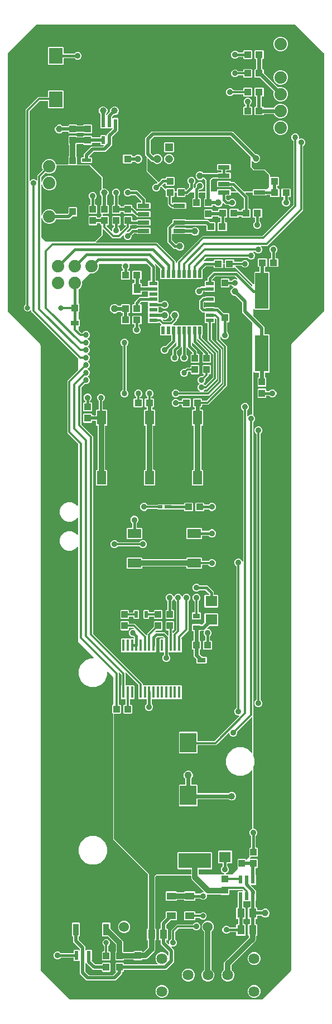
<source format=gbr>
G04 EAGLE Gerber RS-274X export*
G75*
%MOMM*%
%FSLAX34Y34*%
%LPD*%
%INTop Copper*%
%IPPOS*%
%AMOC8*
5,1,8,0,0,1.08239X$1,22.5*%
G01*
%ADD10C,1.524000*%
%ADD11R,1.370000X1.120000*%
%ADD12C,1.879600*%
%ADD13R,4.900000X2.300000*%
%ADD14R,0.500000X1.050000*%
%ADD15R,0.500000X0.700000*%
%ADD16R,1.050000X0.500000*%
%ADD17R,0.700000X0.500000*%
%ADD18R,2.500000X3.000000*%
%ADD19R,1.320800X0.558800*%
%ADD20R,0.558800X1.320800*%
%ADD21R,0.900000X1.800000*%
%ADD22R,3.200000X1.800000*%
%ADD23R,1.000000X1.100000*%
%ADD24R,1.100000X1.000000*%
%ADD25R,1.400000X2.100000*%
%ADD26R,2.100000X2.400000*%
%ADD27R,2.100000X1.400000*%
%ADD28R,1.208000X1.208000*%
%ADD29C,1.208000*%
%ADD30R,1.800000X0.650000*%
%ADD31R,0.558800X1.270000*%
%ADD32R,0.600000X1.250000*%
%ADD33R,1.270000X0.558800*%
%ADD34R,0.450000X1.800000*%
%ADD35R,2.000000X5.500000*%
%ADD36R,1.110000X1.470000*%
%ADD37R,1.800000X1.600000*%
%ADD38R,1.070000X0.770000*%
%ADD39R,1.200000X0.750000*%
%ADD40R,1.270000X0.762000*%
%ADD41R,2.700000X2.800000*%
%ADD42R,1.140000X1.470000*%
%ADD43C,1.000000*%
%ADD44C,1.638300*%
%ADD45C,0.508000*%
%ADD46C,0.406400*%
%ADD47C,0.906400*%
%ADD48C,0.609600*%
%ADD49C,1.106400*%
%ADD50C,0.304800*%
%ADD51C,0.812800*%
%ADD52C,1.006400*%
%ADD53C,0.856400*%
%ADD54C,0.152400*%
%ADD55C,0.806400*%

G36*
X345566Y10175D02*
X345566Y10175D01*
X345657Y10183D01*
X345687Y10195D01*
X345719Y10200D01*
X345799Y10243D01*
X345883Y10279D01*
X345915Y10305D01*
X345936Y10316D01*
X345958Y10339D01*
X346014Y10384D01*
X389616Y53986D01*
X389669Y54060D01*
X389729Y54129D01*
X389741Y54159D01*
X389760Y54186D01*
X389787Y54272D01*
X389821Y54357D01*
X389825Y54398D01*
X389832Y54421D01*
X389831Y54453D01*
X389839Y54524D01*
X389839Y1002021D01*
X391386Y1005756D01*
X439616Y1053986D01*
X439669Y1054060D01*
X439729Y1054129D01*
X439741Y1054159D01*
X439760Y1054186D01*
X439787Y1054272D01*
X439821Y1054357D01*
X439825Y1054398D01*
X439832Y1054421D01*
X439831Y1054453D01*
X439839Y1054524D01*
X439839Y1445476D01*
X439825Y1445566D01*
X439817Y1445657D01*
X439805Y1445687D01*
X439800Y1445719D01*
X439757Y1445799D01*
X439721Y1445883D01*
X439695Y1445915D01*
X439684Y1445936D01*
X439661Y1445958D01*
X439616Y1446014D01*
X396014Y1489616D01*
X395940Y1489669D01*
X395871Y1489729D01*
X395841Y1489741D01*
X395814Y1489760D01*
X395728Y1489787D01*
X395643Y1489821D01*
X395602Y1489825D01*
X395579Y1489832D01*
X395547Y1489831D01*
X395476Y1489839D01*
X4524Y1489839D01*
X4434Y1489825D01*
X4343Y1489817D01*
X4313Y1489805D01*
X4281Y1489800D01*
X4201Y1489757D01*
X4117Y1489721D01*
X4085Y1489695D01*
X4064Y1489684D01*
X4042Y1489661D01*
X3986Y1489616D01*
X-39616Y1446014D01*
X-39669Y1445940D01*
X-39729Y1445871D01*
X-39741Y1445841D01*
X-39760Y1445814D01*
X-39787Y1445728D01*
X-39821Y1445643D01*
X-39825Y1445602D01*
X-39832Y1445579D01*
X-39831Y1445547D01*
X-39839Y1445476D01*
X-39839Y1054524D01*
X-39825Y1054434D01*
X-39817Y1054343D01*
X-39805Y1054313D01*
X-39800Y1054281D01*
X-39757Y1054201D01*
X-39721Y1054117D01*
X-39695Y1054085D01*
X-39684Y1054064D01*
X-39661Y1054042D01*
X-39616Y1053986D01*
X8614Y1005756D01*
X10161Y1002021D01*
X10161Y54524D01*
X10175Y54434D01*
X10183Y54343D01*
X10195Y54313D01*
X10200Y54281D01*
X10243Y54201D01*
X10279Y54117D01*
X10305Y54085D01*
X10316Y54064D01*
X10339Y54042D01*
X10384Y53986D01*
X53986Y10384D01*
X54060Y10331D01*
X54129Y10271D01*
X54159Y10259D01*
X54186Y10240D01*
X54272Y10213D01*
X54357Y10179D01*
X54398Y10175D01*
X54421Y10168D01*
X54453Y10169D01*
X54524Y10161D01*
X345476Y10161D01*
X345566Y10175D01*
G37*
%LPC*%
G36*
X291691Y37782D02*
X291691Y37782D01*
X288120Y39261D01*
X285387Y41994D01*
X283908Y45565D01*
X283908Y49431D01*
X285387Y53002D01*
X287812Y55427D01*
X287865Y55501D01*
X287925Y55571D01*
X287937Y55601D01*
X287956Y55627D01*
X287983Y55714D01*
X288017Y55799D01*
X288021Y55840D01*
X288028Y55862D01*
X288027Y55894D01*
X288035Y55965D01*
X288035Y65374D01*
X288886Y67428D01*
X325768Y104310D01*
X325821Y104384D01*
X325881Y104453D01*
X325893Y104484D01*
X325912Y104510D01*
X325939Y104597D01*
X325973Y104682D01*
X325977Y104722D01*
X325984Y104745D01*
X325983Y104777D01*
X325991Y104848D01*
X325991Y106442D01*
X325988Y106462D01*
X325990Y106481D01*
X325968Y106583D01*
X325952Y106685D01*
X325942Y106702D01*
X325938Y106722D01*
X325885Y106811D01*
X325836Y106902D01*
X325822Y106916D01*
X325812Y106933D01*
X325733Y107000D01*
X325658Y107072D01*
X325640Y107080D01*
X325625Y107093D01*
X325529Y107132D01*
X325435Y107175D01*
X325425Y107176D01*
X324505Y108096D01*
X324505Y124060D01*
X325398Y124953D01*
X326754Y124953D01*
X326774Y124956D01*
X326793Y124954D01*
X326895Y124976D01*
X326997Y124992D01*
X327014Y125002D01*
X327034Y125006D01*
X327123Y125059D01*
X327214Y125108D01*
X327228Y125122D01*
X327245Y125132D01*
X327312Y125211D01*
X327384Y125286D01*
X327392Y125304D01*
X327405Y125319D01*
X327444Y125415D01*
X327487Y125509D01*
X327489Y125529D01*
X327497Y125547D01*
X327515Y125714D01*
X327515Y131842D01*
X327512Y131862D01*
X327514Y131881D01*
X327492Y131983D01*
X327476Y132085D01*
X327466Y132102D01*
X327462Y132122D01*
X327409Y132211D01*
X327360Y132302D01*
X327346Y132316D01*
X327336Y132333D01*
X327257Y132400D01*
X327182Y132472D01*
X327164Y132480D01*
X327149Y132493D01*
X327053Y132532D01*
X326959Y132575D01*
X326939Y132577D01*
X326921Y132585D01*
X326754Y132603D01*
X325398Y132603D01*
X324505Y133496D01*
X324505Y149460D01*
X325398Y150353D01*
X327254Y150353D01*
X327274Y150356D01*
X327293Y150354D01*
X327395Y150376D01*
X327497Y150392D01*
X327514Y150402D01*
X327534Y150406D01*
X327623Y150459D01*
X327714Y150508D01*
X327728Y150522D01*
X327745Y150532D01*
X327812Y150611D01*
X327884Y150686D01*
X327892Y150704D01*
X327905Y150719D01*
X327944Y150815D01*
X327987Y150909D01*
X327989Y150929D01*
X327997Y150947D01*
X328015Y151114D01*
X328015Y159269D01*
X328004Y159340D01*
X328002Y159412D01*
X327984Y159461D01*
X327976Y159512D01*
X327942Y159575D01*
X327917Y159643D01*
X327885Y159683D01*
X327860Y159729D01*
X327808Y159779D01*
X327764Y159835D01*
X327720Y159863D01*
X327682Y159899D01*
X327617Y159929D01*
X327557Y159968D01*
X327506Y159980D01*
X327459Y160002D01*
X327388Y160010D01*
X327318Y160028D01*
X327266Y160024D01*
X327215Y160029D01*
X327144Y160014D01*
X327073Y160009D01*
X327025Y159988D01*
X326974Y159977D01*
X326913Y159940D01*
X326847Y159912D01*
X326791Y159867D01*
X326763Y159851D01*
X326748Y159833D01*
X326716Y159807D01*
X326212Y159303D01*
X318948Y159303D01*
X318436Y159815D01*
X318378Y159857D01*
X318326Y159907D01*
X318279Y159929D01*
X318237Y159959D01*
X318168Y159980D01*
X318103Y160010D01*
X318051Y160016D01*
X318001Y160031D01*
X317930Y160029D01*
X317859Y160037D01*
X317808Y160026D01*
X317756Y160025D01*
X317688Y160000D01*
X317618Y159985D01*
X317573Y159958D01*
X317525Y159941D01*
X317469Y159896D01*
X317407Y159859D01*
X317373Y159819D01*
X317333Y159787D01*
X317294Y159727D01*
X317247Y159672D01*
X317228Y159624D01*
X317200Y159580D01*
X317182Y159510D01*
X317155Y159444D01*
X317147Y159373D01*
X317139Y159341D01*
X317141Y159318D01*
X317137Y159277D01*
X317137Y151114D01*
X317140Y151094D01*
X317138Y151075D01*
X317160Y150973D01*
X317176Y150871D01*
X317186Y150854D01*
X317190Y150834D01*
X317243Y150745D01*
X317292Y150654D01*
X317306Y150640D01*
X317316Y150623D01*
X317395Y150556D01*
X317470Y150484D01*
X317488Y150476D01*
X317503Y150463D01*
X317599Y150424D01*
X317693Y150381D01*
X317713Y150379D01*
X317731Y150371D01*
X317898Y150353D01*
X319762Y150353D01*
X320655Y149460D01*
X320655Y133496D01*
X319762Y132603D01*
X318406Y132603D01*
X318386Y132600D01*
X318367Y132602D01*
X318265Y132580D01*
X318163Y132564D01*
X318146Y132554D01*
X318126Y132550D01*
X318037Y132497D01*
X317946Y132448D01*
X317932Y132434D01*
X317915Y132424D01*
X317848Y132345D01*
X317776Y132270D01*
X317768Y132252D01*
X317755Y132237D01*
X317716Y132141D01*
X317673Y132047D01*
X317671Y132027D01*
X317663Y132009D01*
X317645Y131842D01*
X317645Y125714D01*
X317648Y125694D01*
X317646Y125675D01*
X317668Y125573D01*
X317684Y125471D01*
X317694Y125454D01*
X317698Y125434D01*
X317751Y125345D01*
X317800Y125254D01*
X317814Y125240D01*
X317824Y125223D01*
X317903Y125156D01*
X317978Y125084D01*
X317996Y125076D01*
X318011Y125063D01*
X318107Y125024D01*
X318201Y124981D01*
X318221Y124979D01*
X318239Y124971D01*
X318406Y124953D01*
X319762Y124953D01*
X320655Y124060D01*
X320655Y108096D01*
X319762Y107203D01*
X307398Y107203D01*
X306505Y108096D01*
X306505Y111760D01*
X306502Y111780D01*
X306504Y111799D01*
X306482Y111901D01*
X306466Y112003D01*
X306456Y112020D01*
X306452Y112040D01*
X306399Y112128D01*
X306350Y112220D01*
X306336Y112234D01*
X306326Y112251D01*
X306247Y112318D01*
X306172Y112390D01*
X306154Y112398D01*
X306139Y112411D01*
X306043Y112450D01*
X305949Y112493D01*
X305929Y112495D01*
X305911Y112503D01*
X305744Y112521D01*
X296916Y112521D01*
X296826Y112507D01*
X296735Y112499D01*
X296705Y112487D01*
X296673Y112482D01*
X296593Y112439D01*
X296509Y112403D01*
X296477Y112377D01*
X296456Y112366D01*
X296434Y112343D01*
X296378Y112298D01*
X295023Y110943D01*
X292797Y110021D01*
X290387Y110021D01*
X288161Y110943D01*
X286457Y112647D01*
X285535Y114873D01*
X285535Y117283D01*
X286457Y119509D01*
X288161Y121213D01*
X290387Y122135D01*
X292797Y122135D01*
X295023Y121213D01*
X296378Y119858D01*
X296452Y119805D01*
X296521Y119745D01*
X296551Y119733D01*
X296578Y119714D01*
X296665Y119687D01*
X296749Y119653D01*
X296790Y119649D01*
X296813Y119642D01*
X296845Y119643D01*
X296916Y119635D01*
X305744Y119635D01*
X305764Y119638D01*
X305783Y119636D01*
X305885Y119658D01*
X305987Y119674D01*
X306004Y119684D01*
X306024Y119688D01*
X306113Y119741D01*
X306204Y119790D01*
X306218Y119804D01*
X306235Y119814D01*
X306302Y119893D01*
X306374Y119968D01*
X306382Y119986D01*
X306395Y120001D01*
X306434Y120097D01*
X306477Y120191D01*
X306479Y120211D01*
X306487Y120229D01*
X306505Y120396D01*
X306505Y124060D01*
X307398Y124953D01*
X308754Y124953D01*
X308774Y124956D01*
X308793Y124954D01*
X308895Y124976D01*
X308997Y124992D01*
X309014Y125002D01*
X309034Y125006D01*
X309123Y125059D01*
X309214Y125108D01*
X309228Y125122D01*
X309245Y125132D01*
X309312Y125211D01*
X309384Y125286D01*
X309392Y125304D01*
X309405Y125319D01*
X309444Y125415D01*
X309487Y125509D01*
X309489Y125529D01*
X309497Y125547D01*
X309515Y125714D01*
X309515Y131842D01*
X309512Y131862D01*
X309514Y131881D01*
X309492Y131983D01*
X309476Y132085D01*
X309466Y132102D01*
X309462Y132122D01*
X309409Y132211D01*
X309360Y132302D01*
X309346Y132316D01*
X309336Y132333D01*
X309257Y132400D01*
X309182Y132472D01*
X309164Y132480D01*
X309149Y132493D01*
X309053Y132532D01*
X308959Y132575D01*
X308939Y132577D01*
X308921Y132585D01*
X308754Y132603D01*
X307398Y132603D01*
X306505Y133496D01*
X306505Y149460D01*
X307398Y150353D01*
X308246Y150353D01*
X308266Y150356D01*
X308285Y150354D01*
X308387Y150376D01*
X308489Y150392D01*
X308506Y150402D01*
X308526Y150406D01*
X308615Y150459D01*
X308706Y150508D01*
X308720Y150522D01*
X308737Y150532D01*
X308804Y150611D01*
X308876Y150686D01*
X308884Y150704D01*
X308897Y150719D01*
X308936Y150815D01*
X308979Y150909D01*
X308981Y150929D01*
X308989Y150947D01*
X309007Y151114D01*
X309007Y159429D01*
X308993Y159519D01*
X308985Y159610D01*
X308973Y159640D01*
X308968Y159672D01*
X308925Y159752D01*
X308889Y159836D01*
X308863Y159869D01*
X308852Y159889D01*
X308829Y159911D01*
X308784Y159967D01*
X308555Y160196D01*
X308555Y173960D01*
X309448Y174853D01*
X316076Y174853D01*
X316147Y174864D01*
X316218Y174866D01*
X316267Y174884D01*
X316319Y174892D01*
X316382Y174926D01*
X316449Y174951D01*
X316490Y174983D01*
X316536Y175008D01*
X316585Y175060D01*
X316641Y175104D01*
X316670Y175148D01*
X316705Y175186D01*
X316736Y175251D01*
X316774Y175311D01*
X316787Y175362D01*
X316809Y175409D01*
X316817Y175480D01*
X316834Y175550D01*
X316830Y175602D01*
X316836Y175653D01*
X316821Y175724D01*
X316815Y175795D01*
X316795Y175843D01*
X316784Y175894D01*
X316747Y175955D01*
X316719Y176021D01*
X316674Y176077D01*
X316658Y176105D01*
X316640Y176120D01*
X316614Y176152D01*
X316460Y176306D01*
X316386Y176360D01*
X316317Y176419D01*
X316287Y176431D01*
X316260Y176450D01*
X316173Y176477D01*
X316089Y176511D01*
X316048Y176515D01*
X316025Y176522D01*
X315993Y176521D01*
X315922Y176529D01*
X296846Y176529D01*
X296826Y176526D01*
X296807Y176528D01*
X296705Y176506D01*
X296603Y176490D01*
X296586Y176480D01*
X296566Y176476D01*
X296477Y176423D01*
X296386Y176374D01*
X296372Y176360D01*
X296355Y176350D01*
X296288Y176271D01*
X296216Y176196D01*
X296208Y176178D01*
X296195Y176163D01*
X296156Y176067D01*
X296113Y175973D01*
X296111Y175953D01*
X296103Y175935D01*
X296085Y175768D01*
X296085Y170026D01*
X295192Y169133D01*
X283928Y169133D01*
X283613Y169448D01*
X283539Y169502D01*
X283470Y169561D01*
X283440Y169573D01*
X283414Y169592D01*
X283327Y169619D01*
X283242Y169653D01*
X283201Y169657D01*
X283179Y169664D01*
X283146Y169663D01*
X283075Y169671D01*
X263048Y169671D01*
X263028Y169680D01*
X262958Y169696D01*
X262891Y169722D01*
X262839Y169724D01*
X262788Y169736D01*
X262717Y169729D01*
X262645Y169732D01*
X262595Y169718D01*
X262543Y169713D01*
X262478Y169684D01*
X262409Y169664D01*
X262366Y169634D01*
X262319Y169613D01*
X262266Y169564D01*
X262207Y169524D01*
X262176Y169482D01*
X262137Y169447D01*
X262103Y169384D01*
X262060Y169326D01*
X262044Y169277D01*
X262019Y169231D01*
X262006Y169160D01*
X261984Y169092D01*
X261984Y169040D01*
X261975Y168989D01*
X261986Y168918D01*
X261986Y168846D01*
X262006Y168777D01*
X262011Y168746D01*
X262022Y168725D01*
X262033Y168685D01*
X262093Y168541D01*
X262093Y166231D01*
X261209Y164097D01*
X259575Y162463D01*
X257441Y161579D01*
X255131Y161579D01*
X252997Y162463D01*
X251854Y163606D01*
X251780Y163659D01*
X251710Y163719D01*
X251680Y163731D01*
X251654Y163750D01*
X251567Y163777D01*
X251482Y163811D01*
X251441Y163815D01*
X251419Y163822D01*
X251387Y163821D01*
X251315Y163829D01*
X245356Y163829D01*
X245336Y163826D01*
X245317Y163828D01*
X245215Y163806D01*
X245113Y163790D01*
X245096Y163780D01*
X245076Y163776D01*
X244987Y163723D01*
X244896Y163674D01*
X244882Y163660D01*
X244865Y163650D01*
X244798Y163571D01*
X244726Y163496D01*
X244718Y163478D01*
X244705Y163463D01*
X244666Y163367D01*
X244623Y163273D01*
X244621Y163253D01*
X244613Y163235D01*
X244595Y163068D01*
X244595Y161168D01*
X243702Y160275D01*
X228738Y160275D01*
X227822Y161192D01*
X227806Y161293D01*
X227796Y161310D01*
X227792Y161330D01*
X227739Y161419D01*
X227690Y161510D01*
X227676Y161524D01*
X227666Y161541D01*
X227587Y161608D01*
X227512Y161680D01*
X227494Y161688D01*
X227479Y161701D01*
X227383Y161740D01*
X227289Y161783D01*
X227269Y161785D01*
X227251Y161793D01*
X227084Y161811D01*
X217416Y161811D01*
X217396Y161808D01*
X217377Y161810D01*
X217275Y161788D01*
X217173Y161772D01*
X217156Y161762D01*
X217136Y161758D01*
X217047Y161705D01*
X216956Y161656D01*
X216942Y161642D01*
X216925Y161632D01*
X216858Y161553D01*
X216786Y161478D01*
X216778Y161460D01*
X216765Y161445D01*
X216726Y161349D01*
X216683Y161255D01*
X216681Y161235D01*
X216673Y161217D01*
X216669Y161183D01*
X215762Y160275D01*
X200798Y160275D01*
X199905Y161168D01*
X199905Y173632D01*
X200798Y174525D01*
X215762Y174525D01*
X216678Y173608D01*
X216694Y173507D01*
X216704Y173490D01*
X216708Y173470D01*
X216761Y173381D01*
X216810Y173290D01*
X216824Y173276D01*
X216834Y173259D01*
X216913Y173192D01*
X216988Y173120D01*
X217006Y173112D01*
X217021Y173099D01*
X217117Y173060D01*
X217211Y173017D01*
X217231Y173015D01*
X217249Y173007D01*
X217416Y172989D01*
X227084Y172989D01*
X227104Y172992D01*
X227123Y172990D01*
X227225Y173012D01*
X227327Y173028D01*
X227344Y173038D01*
X227364Y173042D01*
X227453Y173095D01*
X227544Y173144D01*
X227558Y173158D01*
X227575Y173168D01*
X227642Y173247D01*
X227714Y173322D01*
X227722Y173340D01*
X227735Y173355D01*
X227774Y173451D01*
X227817Y173545D01*
X227819Y173565D01*
X227827Y173583D01*
X227831Y173617D01*
X228738Y174525D01*
X243702Y174525D01*
X244595Y173632D01*
X244595Y171704D01*
X244598Y171684D01*
X244596Y171665D01*
X244618Y171563D01*
X244634Y171461D01*
X244644Y171444D01*
X244648Y171424D01*
X244701Y171335D01*
X244750Y171244D01*
X244764Y171230D01*
X244774Y171213D01*
X244853Y171146D01*
X244928Y171074D01*
X244946Y171066D01*
X244961Y171053D01*
X245057Y171014D01*
X245151Y170971D01*
X245171Y170969D01*
X245189Y170961D01*
X245356Y170943D01*
X251315Y170943D01*
X251406Y170957D01*
X251496Y170965D01*
X251526Y170977D01*
X251558Y170982D01*
X251639Y171025D01*
X251723Y171061D01*
X251755Y171087D01*
X251776Y171098D01*
X251798Y171121D01*
X251854Y171166D01*
X252997Y172309D01*
X255131Y173193D01*
X256486Y173193D01*
X256557Y173204D01*
X256628Y173206D01*
X256677Y173224D01*
X256729Y173232D01*
X256792Y173266D01*
X256859Y173291D01*
X256900Y173323D01*
X256946Y173348D01*
X256995Y173400D01*
X257051Y173444D01*
X257079Y173488D01*
X257115Y173526D01*
X257145Y173591D01*
X257184Y173651D01*
X257197Y173702D01*
X257219Y173749D01*
X257227Y173820D01*
X257244Y173890D01*
X257240Y173942D01*
X257246Y173993D01*
X257231Y174064D01*
X257225Y174135D01*
X257205Y174183D01*
X257194Y174234D01*
X257157Y174295D01*
X257129Y174361D01*
X257084Y174417D01*
X257068Y174445D01*
X257050Y174460D01*
X257024Y174492D01*
X239102Y192414D01*
X238251Y194468D01*
X238251Y197612D01*
X238248Y197632D01*
X238250Y197651D01*
X238228Y197753D01*
X238212Y197855D01*
X238202Y197872D01*
X238198Y197892D01*
X238145Y197981D01*
X238096Y198072D01*
X238082Y198086D01*
X238072Y198103D01*
X237993Y198170D01*
X237918Y198242D01*
X237900Y198250D01*
X237885Y198263D01*
X237789Y198302D01*
X237695Y198345D01*
X237675Y198347D01*
X237657Y198355D01*
X237490Y198373D01*
X186188Y198373D01*
X186100Y198359D01*
X186010Y198352D01*
X185979Y198339D01*
X185945Y198334D01*
X185866Y198292D01*
X185783Y198257D01*
X185749Y198230D01*
X185728Y198218D01*
X185706Y198195D01*
X185652Y198152D01*
X184012Y196524D01*
X183957Y196449D01*
X183897Y196379D01*
X183886Y196350D01*
X183867Y196325D01*
X183840Y196237D01*
X183805Y196151D01*
X183801Y196112D01*
X183794Y196090D01*
X183795Y196058D01*
X183787Y195984D01*
X183787Y118856D01*
X183790Y118836D01*
X183788Y118817D01*
X183810Y118715D01*
X183826Y118613D01*
X183836Y118596D01*
X183840Y118576D01*
X183893Y118487D01*
X183942Y118396D01*
X183956Y118382D01*
X183966Y118365D01*
X184045Y118298D01*
X184120Y118226D01*
X184138Y118218D01*
X184153Y118205D01*
X184249Y118166D01*
X184343Y118123D01*
X184353Y118122D01*
X185273Y117202D01*
X185273Y101238D01*
X184347Y100312D01*
X184305Y100306D01*
X184288Y100296D01*
X184268Y100292D01*
X184179Y100239D01*
X184088Y100190D01*
X184074Y100176D01*
X184057Y100166D01*
X183990Y100087D01*
X183918Y100012D01*
X183910Y99994D01*
X183897Y99979D01*
X183858Y99883D01*
X183815Y99789D01*
X183813Y99769D01*
X183805Y99751D01*
X183787Y99584D01*
X183787Y85646D01*
X182936Y83592D01*
X171704Y72360D01*
X169650Y71509D01*
X164766Y71509D01*
X164746Y71506D01*
X164727Y71508D01*
X164625Y71486D01*
X164523Y71470D01*
X164506Y71460D01*
X164486Y71456D01*
X164397Y71403D01*
X164306Y71354D01*
X164292Y71340D01*
X164275Y71330D01*
X164208Y71251D01*
X164136Y71176D01*
X164128Y71158D01*
X164115Y71143D01*
X164076Y71047D01*
X164069Y71031D01*
X163112Y70073D01*
X151848Y70073D01*
X150907Y71014D01*
X150833Y71067D01*
X150764Y71127D01*
X150734Y71139D01*
X150708Y71158D01*
X150621Y71185D01*
X150536Y71219D01*
X150495Y71223D01*
X150473Y71230D01*
X150440Y71229D01*
X150369Y71237D01*
X136826Y71237D01*
X136806Y71234D01*
X136787Y71236D01*
X136685Y71214D01*
X136583Y71198D01*
X136566Y71188D01*
X136546Y71184D01*
X136457Y71131D01*
X136366Y71082D01*
X136352Y71068D01*
X136335Y71058D01*
X136268Y70979D01*
X136196Y70904D01*
X136188Y70886D01*
X136175Y70871D01*
X136136Y70775D01*
X136093Y70681D01*
X136091Y70661D01*
X136083Y70643D01*
X136065Y70476D01*
X136065Y70186D01*
X135172Y69293D01*
X123908Y69293D01*
X123015Y70186D01*
X123015Y82450D01*
X123728Y83163D01*
X123781Y83237D01*
X123841Y83306D01*
X123853Y83336D01*
X123872Y83362D01*
X123899Y83449D01*
X123933Y83534D01*
X123937Y83575D01*
X123944Y83597D01*
X123943Y83630D01*
X123951Y83701D01*
X123951Y93748D01*
X123937Y93838D01*
X123929Y93929D01*
X123917Y93959D01*
X123912Y93991D01*
X123869Y94071D01*
X123833Y94155D01*
X123807Y94187D01*
X123796Y94208D01*
X123773Y94230D01*
X123728Y94286D01*
X112204Y105810D01*
X112130Y105863D01*
X112061Y105923D01*
X112030Y105935D01*
X112004Y105954D01*
X111917Y105981D01*
X111832Y106015D01*
X111792Y106019D01*
X111769Y106026D01*
X111737Y106025D01*
X111666Y106033D01*
X104228Y106033D01*
X103335Y106926D01*
X103335Y126190D01*
X104228Y127083D01*
X114492Y127083D01*
X115385Y126190D01*
X115385Y118752D01*
X115399Y118662D01*
X115407Y118571D01*
X115419Y118541D01*
X115424Y118509D01*
X115467Y118429D01*
X115503Y118345D01*
X115529Y118313D01*
X115540Y118292D01*
X115563Y118270D01*
X115608Y118214D01*
X132599Y101223D01*
X134278Y99544D01*
X135129Y97490D01*
X135129Y83701D01*
X135143Y83611D01*
X135151Y83520D01*
X135163Y83490D01*
X135168Y83458D01*
X135211Y83377D01*
X135247Y83294D01*
X135273Y83261D01*
X135284Y83241D01*
X135307Y83219D01*
X135352Y83163D01*
X135877Y82638D01*
X135951Y82585D01*
X136020Y82525D01*
X136050Y82513D01*
X136076Y82494D01*
X136163Y82467D01*
X136248Y82433D01*
X136289Y82429D01*
X136311Y82422D01*
X136344Y82423D01*
X136415Y82415D01*
X150194Y82415D01*
X150214Y82418D01*
X150233Y82416D01*
X150335Y82438D01*
X150437Y82454D01*
X150454Y82464D01*
X150474Y82468D01*
X150563Y82521D01*
X150654Y82570D01*
X150668Y82584D01*
X150685Y82594D01*
X150752Y82673D01*
X150824Y82748D01*
X150832Y82766D01*
X150845Y82781D01*
X150884Y82877D01*
X150927Y82971D01*
X150929Y82991D01*
X150937Y83009D01*
X150955Y83176D01*
X150955Y83230D01*
X151848Y84123D01*
X163112Y84123D01*
X164056Y83179D01*
X164058Y83168D01*
X164111Y83079D01*
X164160Y82988D01*
X164174Y82974D01*
X164184Y82957D01*
X164263Y82890D01*
X164338Y82818D01*
X164356Y82810D01*
X164371Y82797D01*
X164467Y82758D01*
X164561Y82715D01*
X164581Y82713D01*
X164599Y82705D01*
X164766Y82687D01*
X165908Y82687D01*
X165998Y82701D01*
X166089Y82709D01*
X166119Y82721D01*
X166150Y82726D01*
X166231Y82769D01*
X166315Y82805D01*
X166347Y82831D01*
X166368Y82842D01*
X166390Y82865D01*
X166446Y82910D01*
X172386Y88850D01*
X172439Y88924D01*
X172499Y88993D01*
X172511Y89024D01*
X172530Y89050D01*
X172557Y89137D01*
X172591Y89222D01*
X172595Y89262D01*
X172602Y89285D01*
X172601Y89317D01*
X172609Y89388D01*
X172609Y99584D01*
X172606Y99604D01*
X172608Y99623D01*
X172586Y99725D01*
X172570Y99827D01*
X172560Y99844D01*
X172556Y99864D01*
X172503Y99953D01*
X172454Y100044D01*
X172440Y100058D01*
X172430Y100075D01*
X172351Y100142D01*
X172276Y100214D01*
X172258Y100222D01*
X172243Y100235D01*
X172147Y100274D01*
X172053Y100317D01*
X172043Y100318D01*
X171123Y101238D01*
X171123Y117202D01*
X172049Y118128D01*
X172091Y118134D01*
X172108Y118144D01*
X172128Y118148D01*
X172217Y118201D01*
X172308Y118250D01*
X172322Y118264D01*
X172339Y118274D01*
X172406Y118353D01*
X172478Y118428D01*
X172486Y118446D01*
X172499Y118461D01*
X172538Y118557D01*
X172581Y118651D01*
X172583Y118671D01*
X172591Y118689D01*
X172609Y118856D01*
X172609Y197377D01*
X172605Y197405D01*
X172609Y198634D01*
X172609Y198635D01*
X172609Y198637D01*
X172609Y199762D01*
X172595Y199852D01*
X172587Y199943D01*
X172575Y199972D01*
X172570Y200004D01*
X172527Y200085D01*
X172491Y200169D01*
X172465Y200201D01*
X172454Y200222D01*
X172431Y200244D01*
X172386Y200300D01*
X119633Y253053D01*
X119633Y443564D01*
X119630Y443584D01*
X119632Y443603D01*
X119610Y443705D01*
X119594Y443807D01*
X119584Y443824D01*
X119580Y443844D01*
X119527Y443933D01*
X119478Y444024D01*
X119464Y444038D01*
X119454Y444055D01*
X119375Y444122D01*
X119300Y444194D01*
X119282Y444202D01*
X119267Y444215D01*
X119171Y444254D01*
X119077Y444297D01*
X119057Y444299D01*
X119039Y444307D01*
X118985Y444313D01*
X118079Y445218D01*
X118079Y456482D01*
X118991Y457393D01*
X119013Y457398D01*
X119115Y457414D01*
X119132Y457424D01*
X119152Y457428D01*
X119241Y457481D01*
X119332Y457530D01*
X119346Y457544D01*
X119363Y457554D01*
X119430Y457633D01*
X119502Y457708D01*
X119510Y457726D01*
X119523Y457741D01*
X119562Y457837D01*
X119605Y457931D01*
X119607Y457951D01*
X119615Y457969D01*
X119633Y458136D01*
X119633Y499117D01*
X119619Y499208D01*
X119611Y499298D01*
X119599Y499328D01*
X119594Y499360D01*
X119551Y499441D01*
X119515Y499525D01*
X119489Y499557D01*
X119478Y499578D01*
X119455Y499600D01*
X119410Y499656D01*
X112010Y507056D01*
X111952Y507098D01*
X111900Y507147D01*
X111853Y507169D01*
X111811Y507199D01*
X111742Y507220D01*
X111677Y507251D01*
X111625Y507256D01*
X111575Y507272D01*
X111504Y507270D01*
X111433Y507278D01*
X111382Y507267D01*
X111330Y507265D01*
X111262Y507241D01*
X111192Y507226D01*
X111147Y507199D01*
X111099Y507181D01*
X111043Y507136D01*
X110981Y507099D01*
X110947Y507060D01*
X110907Y507027D01*
X110868Y506967D01*
X110821Y506912D01*
X110802Y506864D01*
X110774Y506820D01*
X110756Y506751D01*
X110729Y506684D01*
X110721Y506613D01*
X110713Y506582D01*
X110715Y506558D01*
X110711Y506518D01*
X110711Y501989D01*
X107421Y494046D01*
X101342Y487967D01*
X93399Y484677D01*
X84801Y484677D01*
X76858Y487967D01*
X70779Y494046D01*
X67489Y501989D01*
X67489Y510587D01*
X70779Y518530D01*
X76858Y524609D01*
X84801Y527899D01*
X89330Y527899D01*
X89400Y527910D01*
X89472Y527912D01*
X89521Y527930D01*
X89572Y527938D01*
X89636Y527972D01*
X89703Y527997D01*
X89744Y528029D01*
X89790Y528054D01*
X89839Y528106D01*
X89895Y528150D01*
X89923Y528194D01*
X89959Y528232D01*
X89989Y528297D01*
X90028Y528357D01*
X90041Y528408D01*
X90063Y528455D01*
X90071Y528526D01*
X90088Y528596D01*
X90084Y528648D01*
X90090Y528699D01*
X90075Y528770D01*
X90069Y528841D01*
X90049Y528889D01*
X90038Y528940D01*
X90001Y529001D01*
X89973Y529067D01*
X89928Y529123D01*
X89911Y529151D01*
X89894Y529166D01*
X89868Y529198D01*
X66293Y552773D01*
X66293Y696600D01*
X66282Y696671D01*
X66280Y696742D01*
X66262Y696791D01*
X66254Y696843D01*
X66220Y696906D01*
X66195Y696973D01*
X66163Y697014D01*
X66138Y697060D01*
X66086Y697110D01*
X66042Y697166D01*
X65998Y697194D01*
X65960Y697230D01*
X65895Y697260D01*
X65835Y697299D01*
X65784Y697311D01*
X65737Y697333D01*
X65666Y697341D01*
X65596Y697359D01*
X65544Y697355D01*
X65493Y697360D01*
X65422Y697345D01*
X65351Y697339D01*
X65303Y697319D01*
X65252Y697308D01*
X65191Y697271D01*
X65125Y697243D01*
X65069Y697198D01*
X65041Y697182D01*
X65026Y697164D01*
X64994Y697138D01*
X61645Y693789D01*
X56256Y691557D01*
X50424Y691557D01*
X45035Y693789D01*
X40911Y697913D01*
X38679Y703302D01*
X38679Y709134D01*
X40911Y714523D01*
X45035Y718647D01*
X50424Y720879D01*
X56256Y720879D01*
X61645Y718647D01*
X64994Y715298D01*
X65052Y715256D01*
X65104Y715206D01*
X65123Y715197D01*
X65134Y715189D01*
X65161Y715178D01*
X65193Y715154D01*
X65262Y715133D01*
X65327Y715103D01*
X65354Y715100D01*
X65362Y715097D01*
X65390Y715094D01*
X65429Y715082D01*
X65484Y715083D01*
X65529Y715078D01*
X65532Y715078D01*
X65539Y715079D01*
X65571Y715076D01*
X65622Y715087D01*
X65674Y715088D01*
X65741Y715112D01*
X65775Y715118D01*
X65781Y715121D01*
X65812Y715128D01*
X65857Y715155D01*
X65905Y715173D01*
X65959Y715216D01*
X65992Y715233D01*
X65998Y715239D01*
X66023Y715254D01*
X66057Y715294D01*
X66097Y715326D01*
X66133Y715381D01*
X66162Y715411D01*
X66166Y715422D01*
X66183Y715441D01*
X66202Y715489D01*
X66230Y715533D01*
X66245Y715591D01*
X66265Y715634D01*
X66267Y715649D01*
X66275Y715669D01*
X66283Y715741D01*
X66291Y715772D01*
X66289Y715795D01*
X66293Y715836D01*
X66293Y740600D01*
X66282Y740671D01*
X66280Y740742D01*
X66262Y740791D01*
X66254Y740843D01*
X66220Y740906D01*
X66195Y740973D01*
X66163Y741014D01*
X66138Y741060D01*
X66086Y741110D01*
X66042Y741166D01*
X65998Y741194D01*
X65960Y741230D01*
X65895Y741260D01*
X65835Y741299D01*
X65784Y741311D01*
X65737Y741333D01*
X65666Y741341D01*
X65596Y741359D01*
X65544Y741355D01*
X65493Y741360D01*
X65422Y741345D01*
X65351Y741339D01*
X65303Y741319D01*
X65252Y741308D01*
X65191Y741271D01*
X65125Y741243D01*
X65069Y741198D01*
X65041Y741182D01*
X65026Y741164D01*
X64994Y741138D01*
X61645Y737789D01*
X56256Y735557D01*
X50424Y735557D01*
X45035Y737789D01*
X40911Y741913D01*
X38679Y747302D01*
X38679Y753134D01*
X40911Y758523D01*
X45035Y762647D01*
X50424Y764879D01*
X56256Y764879D01*
X61645Y762647D01*
X64994Y759298D01*
X65052Y759256D01*
X65104Y759206D01*
X65151Y759185D01*
X65193Y759154D01*
X65262Y759133D01*
X65327Y759103D01*
X65379Y759097D01*
X65429Y759082D01*
X65500Y759084D01*
X65571Y759076D01*
X65622Y759087D01*
X65674Y759088D01*
X65742Y759113D01*
X65812Y759128D01*
X65857Y759155D01*
X65905Y759173D01*
X65961Y759217D01*
X66023Y759254D01*
X66057Y759294D01*
X66097Y759326D01*
X66136Y759387D01*
X66183Y759441D01*
X66202Y759489D01*
X66230Y759533D01*
X66248Y759603D01*
X66275Y759669D01*
X66283Y759741D01*
X66291Y759772D01*
X66289Y759795D01*
X66293Y759836D01*
X66293Y853640D01*
X66291Y853654D01*
X66292Y853665D01*
X66280Y853723D01*
X66279Y853730D01*
X66271Y853821D01*
X66259Y853851D01*
X66254Y853883D01*
X66211Y853963D01*
X66175Y854047D01*
X66149Y854079D01*
X66138Y854100D01*
X66115Y854122D01*
X66070Y854178D01*
X50291Y869957D01*
X50291Y948683D01*
X52300Y950692D01*
X66070Y964462D01*
X66123Y964536D01*
X66183Y964605D01*
X66195Y964635D01*
X66214Y964662D01*
X66241Y964749D01*
X66275Y964833D01*
X66279Y964874D01*
X66286Y964897D01*
X66285Y964929D01*
X66293Y965000D01*
X66293Y983427D01*
X66278Y983518D01*
X66271Y983609D01*
X66259Y983639D01*
X66254Y983670D01*
X66211Y983751D01*
X66174Y983836D01*
X66149Y983867D01*
X66138Y983887D01*
X66115Y983910D01*
X66069Y983966D01*
X-2053Y1051845D01*
X-2067Y1051855D01*
X-3173Y1052962D01*
X-3174Y1052962D01*
X-3174Y1052963D01*
X-4065Y1053850D01*
X-4065Y1055117D01*
X-4065Y1055118D01*
X-4065Y1055119D01*
X-4066Y1056087D01*
X-4078Y1056157D01*
X-4080Y1056228D01*
X-4098Y1056277D01*
X-4107Y1056329D01*
X-4140Y1056392D01*
X-4164Y1056459D01*
X-4197Y1056500D01*
X-4222Y1056547D01*
X-4274Y1056595D01*
X-4318Y1056651D01*
X-4362Y1056679D01*
X-4401Y1056716D01*
X-4465Y1056745D01*
X-4525Y1056784D01*
X-4576Y1056797D01*
X-4624Y1056819D01*
X-4695Y1056827D01*
X-4763Y1056844D01*
X-4816Y1056840D01*
X-4869Y1056845D01*
X-4938Y1056830D01*
X-5009Y1056825D01*
X-5057Y1056804D01*
X-5109Y1056793D01*
X-5170Y1056756D01*
X-5235Y1056728D01*
X-5292Y1056683D01*
X-5320Y1056666D01*
X-5335Y1056649D01*
X-5366Y1056624D01*
X-7012Y1054977D01*
X-9055Y1054131D01*
X-11265Y1054131D01*
X-13308Y1054977D01*
X-14871Y1056540D01*
X-15717Y1058583D01*
X-15717Y1060793D01*
X-14871Y1062836D01*
X-13432Y1064275D01*
X-13379Y1064349D01*
X-13319Y1064418D01*
X-13307Y1064448D01*
X-13288Y1064474D01*
X-13261Y1064561D01*
X-13227Y1064646D01*
X-13223Y1064687D01*
X-13216Y1064710D01*
X-13217Y1064742D01*
X-13209Y1064813D01*
X-13209Y1360163D01*
X4348Y1377720D01*
X6357Y1379729D01*
X20234Y1379729D01*
X20254Y1379732D01*
X20273Y1379730D01*
X20375Y1379752D01*
X20477Y1379768D01*
X20494Y1379778D01*
X20514Y1379782D01*
X20603Y1379835D01*
X20694Y1379884D01*
X20708Y1379898D01*
X20725Y1379908D01*
X20792Y1379987D01*
X20864Y1380062D01*
X20872Y1380080D01*
X20885Y1380095D01*
X20924Y1380191D01*
X20967Y1380285D01*
X20969Y1380305D01*
X20977Y1380323D01*
X20995Y1380490D01*
X20995Y1388824D01*
X21888Y1389717D01*
X44152Y1389717D01*
X45045Y1388824D01*
X45045Y1363560D01*
X44152Y1362667D01*
X21888Y1362667D01*
X20995Y1363560D01*
X20995Y1372870D01*
X20992Y1372890D01*
X20994Y1372909D01*
X20972Y1373011D01*
X20956Y1373113D01*
X20946Y1373130D01*
X20942Y1373150D01*
X20889Y1373239D01*
X20840Y1373330D01*
X20826Y1373344D01*
X20816Y1373361D01*
X20737Y1373428D01*
X20662Y1373500D01*
X20644Y1373508D01*
X20629Y1373521D01*
X20533Y1373560D01*
X20439Y1373603D01*
X20419Y1373605D01*
X20401Y1373613D01*
X20234Y1373631D01*
X9198Y1373631D01*
X9108Y1373617D01*
X9017Y1373609D01*
X8987Y1373597D01*
X8955Y1373592D01*
X8875Y1373549D01*
X8791Y1373513D01*
X8759Y1373487D01*
X8738Y1373476D01*
X8716Y1373453D01*
X8660Y1373408D01*
X-6888Y1357860D01*
X-6941Y1357786D01*
X-7001Y1357717D01*
X-7013Y1357687D01*
X-7032Y1357660D01*
X-7059Y1357573D01*
X-7093Y1357489D01*
X-7097Y1357448D01*
X-7104Y1357425D01*
X-7103Y1357393D01*
X-7111Y1357322D01*
X-7111Y1253226D01*
X-7100Y1253155D01*
X-7098Y1253084D01*
X-7080Y1253035D01*
X-7072Y1252983D01*
X-7038Y1252920D01*
X-7013Y1252853D01*
X-6981Y1252812D01*
X-6956Y1252766D01*
X-6904Y1252717D01*
X-6860Y1252661D01*
X-6816Y1252632D01*
X-6778Y1252597D01*
X-6713Y1252566D01*
X-6653Y1252528D01*
X-6602Y1252515D01*
X-6555Y1252493D01*
X-6484Y1252485D01*
X-6414Y1252468D01*
X-6362Y1252472D01*
X-6311Y1252466D01*
X-6240Y1252481D01*
X-6169Y1252487D01*
X-6121Y1252507D01*
X-6070Y1252518D01*
X-6009Y1252555D01*
X-5943Y1252583D01*
X-5887Y1252628D01*
X-5859Y1252644D01*
X-5844Y1252662D01*
X-5812Y1252688D01*
X-4447Y1254053D01*
X-2221Y1254975D01*
X189Y1254975D01*
X2415Y1254053D01*
X3272Y1253196D01*
X3330Y1253154D01*
X3382Y1253105D01*
X3429Y1253083D01*
X3471Y1253052D01*
X3540Y1253031D01*
X3605Y1253001D01*
X3657Y1252995D01*
X3707Y1252980D01*
X3778Y1252982D01*
X3849Y1252974D01*
X3900Y1252985D01*
X3952Y1252986D01*
X4020Y1253011D01*
X4090Y1253026D01*
X4135Y1253053D01*
X4183Y1253071D01*
X4239Y1253116D01*
X4301Y1253152D01*
X4335Y1253192D01*
X4375Y1253224D01*
X4414Y1253285D01*
X4461Y1253339D01*
X4480Y1253388D01*
X4508Y1253431D01*
X4526Y1253501D01*
X4553Y1253567D01*
X4561Y1253639D01*
X4569Y1253670D01*
X4567Y1253693D01*
X4571Y1253734D01*
X4571Y1260341D01*
X6580Y1262350D01*
X12878Y1268647D01*
X12945Y1268742D01*
X13016Y1268836D01*
X13018Y1268842D01*
X13021Y1268847D01*
X13055Y1268958D01*
X13092Y1269070D01*
X13092Y1269076D01*
X13094Y1269082D01*
X13090Y1269199D01*
X13089Y1269316D01*
X13087Y1269323D01*
X13087Y1269328D01*
X13081Y1269345D01*
X13043Y1269477D01*
X11937Y1272145D01*
X11937Y1276491D01*
X13600Y1280505D01*
X16673Y1283578D01*
X20687Y1285241D01*
X25033Y1285241D01*
X29047Y1283578D01*
X32120Y1280505D01*
X33225Y1277837D01*
X33287Y1277737D01*
X33347Y1277637D01*
X33352Y1277633D01*
X33355Y1277628D01*
X33444Y1277553D01*
X33534Y1277477D01*
X33540Y1277475D01*
X33544Y1277471D01*
X33652Y1277429D01*
X33762Y1277385D01*
X33769Y1277384D01*
X33774Y1277383D01*
X33792Y1277382D01*
X33929Y1277367D01*
X51134Y1277367D01*
X51154Y1277370D01*
X51173Y1277368D01*
X51275Y1277390D01*
X51377Y1277406D01*
X51394Y1277416D01*
X51414Y1277420D01*
X51503Y1277473D01*
X51594Y1277522D01*
X51608Y1277536D01*
X51625Y1277546D01*
X51692Y1277625D01*
X51764Y1277700D01*
X51772Y1277718D01*
X51785Y1277733D01*
X51824Y1277829D01*
X51867Y1277923D01*
X51869Y1277943D01*
X51877Y1277961D01*
X51895Y1278128D01*
X51895Y1288950D01*
X52608Y1289663D01*
X52661Y1289737D01*
X52721Y1289806D01*
X52733Y1289836D01*
X52752Y1289862D01*
X52779Y1289949D01*
X52813Y1290034D01*
X52817Y1290075D01*
X52824Y1290097D01*
X52823Y1290130D01*
X52831Y1290201D01*
X52831Y1306695D01*
X52817Y1306785D01*
X52809Y1306876D01*
X52797Y1306906D01*
X52792Y1306938D01*
X52749Y1307019D01*
X52713Y1307102D01*
X52687Y1307135D01*
X52676Y1307155D01*
X52653Y1307177D01*
X52608Y1307233D01*
X51895Y1307946D01*
X51895Y1320210D01*
X52788Y1321103D01*
X64052Y1321103D01*
X64996Y1320159D01*
X64998Y1320148D01*
X65051Y1320059D01*
X65100Y1319968D01*
X65114Y1319954D01*
X65124Y1319937D01*
X65203Y1319870D01*
X65278Y1319798D01*
X65296Y1319790D01*
X65311Y1319777D01*
X65407Y1319738D01*
X65501Y1319695D01*
X65521Y1319693D01*
X65539Y1319685D01*
X65706Y1319667D01*
X73994Y1319667D01*
X74014Y1319670D01*
X74033Y1319668D01*
X74135Y1319690D01*
X74237Y1319706D01*
X74254Y1319716D01*
X74274Y1319720D01*
X74363Y1319773D01*
X74454Y1319822D01*
X74468Y1319836D01*
X74485Y1319846D01*
X74552Y1319925D01*
X74624Y1320000D01*
X74632Y1320018D01*
X74645Y1320033D01*
X74684Y1320129D01*
X74691Y1320145D01*
X75648Y1321103D01*
X86912Y1321103D01*
X87805Y1320210D01*
X87805Y1318904D01*
X87808Y1318884D01*
X87806Y1318865D01*
X87828Y1318763D01*
X87844Y1318661D01*
X87854Y1318644D01*
X87858Y1318624D01*
X87911Y1318535D01*
X87960Y1318444D01*
X87974Y1318430D01*
X87984Y1318413D01*
X88063Y1318346D01*
X88138Y1318274D01*
X88156Y1318266D01*
X88171Y1318253D01*
X88267Y1318214D01*
X88361Y1318171D01*
X88381Y1318169D01*
X88399Y1318161D01*
X88566Y1318143D01*
X99568Y1318143D01*
X99588Y1318146D01*
X99607Y1318144D01*
X99709Y1318166D01*
X99811Y1318182D01*
X99828Y1318192D01*
X99848Y1318196D01*
X99937Y1318249D01*
X100028Y1318298D01*
X100042Y1318312D01*
X100059Y1318322D01*
X100126Y1318401D01*
X100198Y1318476D01*
X100206Y1318494D01*
X100219Y1318509D01*
X100258Y1318605D01*
X100301Y1318699D01*
X100303Y1318719D01*
X100311Y1318737D01*
X100329Y1318904D01*
X100329Y1321178D01*
X101222Y1322071D01*
X108074Y1322071D01*
X108936Y1321209D01*
X108994Y1321167D01*
X109046Y1321117D01*
X109093Y1321095D01*
X109135Y1321065D01*
X109204Y1321044D01*
X109269Y1321014D01*
X109321Y1321008D01*
X109371Y1320993D01*
X109442Y1320995D01*
X109513Y1320987D01*
X109564Y1320998D01*
X109616Y1320999D01*
X109684Y1321024D01*
X109754Y1321039D01*
X109799Y1321066D01*
X109847Y1321083D01*
X109903Y1321128D01*
X109965Y1321165D01*
X109999Y1321205D01*
X110039Y1321237D01*
X110078Y1321297D01*
X110125Y1321352D01*
X110144Y1321400D01*
X110172Y1321444D01*
X110190Y1321514D01*
X110217Y1321580D01*
X110225Y1321651D01*
X110233Y1321683D01*
X110231Y1321706D01*
X110235Y1321747D01*
X110235Y1322484D01*
X119156Y1331405D01*
X119209Y1331479D01*
X119269Y1331548D01*
X119281Y1331578D01*
X119300Y1331604D01*
X119327Y1331691D01*
X119361Y1331776D01*
X119365Y1331817D01*
X119372Y1331840D01*
X119371Y1331872D01*
X119379Y1331943D01*
X119379Y1332299D01*
X119368Y1332370D01*
X119366Y1332442D01*
X119348Y1332491D01*
X119340Y1332542D01*
X119306Y1332605D01*
X119281Y1332673D01*
X119249Y1332713D01*
X119224Y1332759D01*
X119172Y1332809D01*
X119128Y1332865D01*
X119084Y1332893D01*
X119046Y1332929D01*
X118981Y1332959D01*
X118921Y1332998D01*
X118870Y1333010D01*
X118823Y1333032D01*
X118752Y1333040D01*
X118682Y1333058D01*
X118630Y1333054D01*
X118579Y1333059D01*
X118508Y1333044D01*
X118437Y1333039D01*
X118389Y1333018D01*
X118338Y1333007D01*
X118277Y1332970D01*
X118211Y1332942D01*
X118155Y1332897D01*
X118127Y1332881D01*
X118112Y1332863D01*
X118080Y1332837D01*
X117472Y1332229D01*
X110620Y1332229D01*
X109885Y1332964D01*
X109869Y1332976D01*
X109857Y1332992D01*
X109769Y1333048D01*
X109686Y1333108D01*
X109667Y1333114D01*
X109650Y1333125D01*
X109549Y1333150D01*
X109450Y1333180D01*
X109431Y1333180D01*
X109411Y1333185D01*
X109308Y1333177D01*
X109205Y1333174D01*
X109186Y1333167D01*
X109166Y1333166D01*
X109071Y1333125D01*
X108974Y1333090D01*
X108958Y1333077D01*
X108940Y1333069D01*
X108809Y1332964D01*
X108074Y1332229D01*
X101222Y1332229D01*
X100329Y1333122D01*
X100329Y1347086D01*
X100360Y1347117D01*
X100413Y1347191D01*
X100473Y1347260D01*
X100485Y1347290D01*
X100504Y1347316D01*
X100531Y1347403D01*
X100565Y1347488D01*
X100569Y1347529D01*
X100576Y1347551D01*
X100575Y1347584D01*
X100583Y1347655D01*
X100583Y1353377D01*
X100569Y1353467D01*
X100561Y1353558D01*
X100549Y1353588D01*
X100544Y1353620D01*
X100501Y1353700D01*
X100465Y1353784D01*
X100439Y1353816D01*
X100428Y1353837D01*
X100405Y1353859D01*
X100360Y1353915D01*
X99089Y1355186D01*
X98091Y1357596D01*
X98091Y1360204D01*
X99089Y1362614D01*
X100934Y1364459D01*
X103344Y1365457D01*
X105952Y1365457D01*
X108362Y1364459D01*
X110207Y1362614D01*
X111205Y1360204D01*
X111205Y1357596D01*
X110207Y1355186D01*
X108936Y1353915D01*
X108883Y1353841D01*
X108823Y1353772D01*
X108811Y1353742D01*
X108792Y1353715D01*
X108765Y1353628D01*
X108731Y1353544D01*
X108727Y1353503D01*
X108720Y1353480D01*
X108721Y1353448D01*
X108713Y1353377D01*
X108713Y1353279D01*
X108724Y1353208D01*
X108726Y1353136D01*
X108744Y1353088D01*
X108752Y1353036D01*
X108786Y1352973D01*
X108811Y1352905D01*
X108843Y1352865D01*
X108868Y1352819D01*
X108920Y1352769D01*
X108964Y1352713D01*
X109008Y1352685D01*
X109046Y1352649D01*
X109111Y1352619D01*
X109171Y1352580D01*
X109222Y1352568D01*
X109269Y1352546D01*
X109340Y1352538D01*
X109410Y1352520D01*
X109462Y1352524D01*
X109513Y1352519D01*
X109584Y1352534D01*
X109655Y1352540D01*
X109703Y1352560D01*
X109754Y1352571D01*
X109815Y1352608D01*
X109881Y1352636D01*
X109937Y1352681D01*
X109965Y1352697D01*
X109980Y1352715D01*
X110012Y1352741D01*
X115140Y1357869D01*
X115193Y1357943D01*
X115253Y1358012D01*
X115265Y1358042D01*
X115284Y1358068D01*
X115311Y1358155D01*
X115345Y1358240D01*
X115349Y1358281D01*
X115356Y1358304D01*
X115355Y1358336D01*
X115363Y1358407D01*
X115363Y1360204D01*
X116361Y1362614D01*
X118206Y1364459D01*
X120616Y1365457D01*
X123224Y1365457D01*
X125634Y1364459D01*
X127479Y1362614D01*
X128477Y1360204D01*
X128477Y1357596D01*
X127479Y1355186D01*
X125634Y1353341D01*
X123224Y1352343D01*
X121427Y1352343D01*
X121337Y1352329D01*
X121246Y1352321D01*
X121216Y1352309D01*
X121184Y1352304D01*
X121104Y1352261D01*
X121020Y1352225D01*
X120988Y1352199D01*
X120967Y1352188D01*
X120945Y1352165D01*
X120889Y1352120D01*
X118334Y1349565D01*
X118281Y1349491D01*
X118221Y1349422D01*
X118209Y1349392D01*
X118190Y1349366D01*
X118163Y1349279D01*
X118129Y1349194D01*
X118125Y1349153D01*
X118118Y1349130D01*
X118119Y1349098D01*
X118111Y1349027D01*
X118111Y1347909D01*
X118122Y1347838D01*
X118124Y1347766D01*
X118142Y1347717D01*
X118150Y1347666D01*
X118184Y1347603D01*
X118209Y1347535D01*
X118241Y1347495D01*
X118266Y1347449D01*
X118318Y1347399D01*
X118362Y1347343D01*
X118406Y1347315D01*
X118444Y1347279D01*
X118509Y1347249D01*
X118569Y1347210D01*
X118620Y1347198D01*
X118667Y1347176D01*
X118738Y1347168D01*
X118808Y1347150D01*
X118860Y1347154D01*
X118911Y1347149D01*
X118982Y1347164D01*
X119053Y1347169D01*
X119101Y1347190D01*
X119152Y1347201D01*
X119213Y1347238D01*
X119279Y1347266D01*
X119335Y1347311D01*
X119363Y1347327D01*
X119378Y1347345D01*
X119410Y1347371D01*
X120018Y1347979D01*
X126870Y1347979D01*
X127763Y1347086D01*
X127763Y1333122D01*
X127732Y1333091D01*
X127679Y1333017D01*
X127619Y1332948D01*
X127607Y1332918D01*
X127588Y1332892D01*
X127561Y1332805D01*
X127527Y1332720D01*
X127523Y1332679D01*
X127516Y1332657D01*
X127517Y1332624D01*
X127509Y1332553D01*
X127509Y1328260D01*
X118588Y1319339D01*
X118535Y1319265D01*
X118475Y1319196D01*
X118463Y1319166D01*
X118444Y1319140D01*
X118417Y1319053D01*
X118383Y1318968D01*
X118379Y1318927D01*
X118372Y1318904D01*
X118373Y1318872D01*
X118365Y1318801D01*
X118365Y1306416D01*
X108364Y1296415D01*
X90899Y1296415D01*
X90809Y1296401D01*
X90718Y1296393D01*
X90688Y1296381D01*
X90656Y1296376D01*
X90576Y1296333D01*
X90492Y1296297D01*
X90460Y1296271D01*
X90439Y1296260D01*
X90417Y1296237D01*
X90361Y1296192D01*
X83736Y1289567D01*
X83689Y1289502D01*
X83676Y1289489D01*
X83673Y1289482D01*
X83623Y1289424D01*
X83611Y1289394D01*
X83592Y1289368D01*
X83565Y1289281D01*
X83531Y1289196D01*
X83527Y1289155D01*
X83520Y1289132D01*
X83521Y1289100D01*
X83513Y1289029D01*
X83513Y1288923D01*
X83516Y1288903D01*
X83514Y1288884D01*
X83536Y1288782D01*
X83552Y1288680D01*
X83562Y1288663D01*
X83566Y1288643D01*
X83619Y1288554D01*
X83668Y1288463D01*
X83682Y1288449D01*
X83692Y1288432D01*
X83771Y1288365D01*
X83846Y1288293D01*
X83864Y1288285D01*
X83879Y1288272D01*
X83975Y1288233D01*
X84069Y1288190D01*
X84089Y1288188D01*
X84107Y1288180D01*
X84274Y1288162D01*
X86684Y1288162D01*
X87577Y1287269D01*
X87577Y1280417D01*
X86684Y1279524D01*
X72212Y1279524D01*
X71319Y1280417D01*
X71319Y1287269D01*
X72212Y1288162D01*
X74622Y1288162D01*
X74642Y1288165D01*
X74661Y1288163D01*
X74763Y1288185D01*
X74865Y1288201D01*
X74882Y1288211D01*
X74902Y1288215D01*
X74991Y1288268D01*
X75082Y1288317D01*
X75096Y1288331D01*
X75113Y1288341D01*
X75180Y1288420D01*
X75252Y1288495D01*
X75260Y1288513D01*
X75273Y1288528D01*
X75312Y1288624D01*
X75355Y1288718D01*
X75357Y1288738D01*
X75365Y1288756D01*
X75383Y1288923D01*
X75383Y1292712D01*
X87216Y1304545D01*
X104681Y1304545D01*
X104771Y1304559D01*
X104862Y1304567D01*
X104892Y1304579D01*
X104924Y1304584D01*
X105004Y1304627D01*
X105088Y1304663D01*
X105120Y1304689D01*
X105141Y1304700D01*
X105163Y1304723D01*
X105219Y1304768D01*
X105473Y1305022D01*
X105515Y1305080D01*
X105565Y1305132D01*
X105587Y1305179D01*
X105617Y1305221D01*
X105638Y1305290D01*
X105668Y1305355D01*
X105674Y1305407D01*
X105689Y1305457D01*
X105687Y1305528D01*
X105695Y1305599D01*
X105684Y1305650D01*
X105683Y1305702D01*
X105658Y1305770D01*
X105643Y1305840D01*
X105616Y1305885D01*
X105598Y1305933D01*
X105554Y1305989D01*
X105517Y1306051D01*
X105477Y1306085D01*
X105445Y1306125D01*
X105385Y1306164D01*
X105330Y1306211D01*
X105282Y1306230D01*
X105238Y1306258D01*
X105168Y1306276D01*
X105102Y1306303D01*
X105031Y1306311D01*
X104999Y1306319D01*
X104976Y1306317D01*
X104935Y1306321D01*
X101222Y1306321D01*
X100329Y1307214D01*
X100329Y1309252D01*
X100326Y1309272D01*
X100328Y1309291D01*
X100306Y1309393D01*
X100290Y1309495D01*
X100280Y1309512D01*
X100276Y1309532D01*
X100223Y1309621D01*
X100174Y1309712D01*
X100160Y1309726D01*
X100150Y1309743D01*
X100071Y1309810D01*
X99996Y1309882D01*
X99978Y1309890D01*
X99963Y1309903D01*
X99867Y1309942D01*
X99773Y1309985D01*
X99753Y1309987D01*
X99735Y1309995D01*
X99568Y1310013D01*
X88566Y1310013D01*
X88546Y1310010D01*
X88527Y1310012D01*
X88425Y1309990D01*
X88323Y1309974D01*
X88306Y1309964D01*
X88286Y1309960D01*
X88197Y1309907D01*
X88106Y1309858D01*
X88092Y1309844D01*
X88075Y1309834D01*
X88008Y1309755D01*
X87936Y1309680D01*
X87928Y1309662D01*
X87915Y1309647D01*
X87876Y1309551D01*
X87833Y1309457D01*
X87831Y1309437D01*
X87823Y1309419D01*
X87805Y1309252D01*
X87805Y1307946D01*
X86912Y1307053D01*
X75648Y1307053D01*
X74704Y1307997D01*
X74702Y1308008D01*
X74649Y1308097D01*
X74600Y1308188D01*
X74586Y1308202D01*
X74576Y1308219D01*
X74497Y1308286D01*
X74422Y1308358D01*
X74404Y1308366D01*
X74389Y1308379D01*
X74293Y1308418D01*
X74199Y1308461D01*
X74179Y1308463D01*
X74161Y1308471D01*
X73994Y1308489D01*
X65706Y1308489D01*
X65686Y1308486D01*
X65667Y1308488D01*
X65565Y1308466D01*
X65463Y1308450D01*
X65446Y1308440D01*
X65426Y1308436D01*
X65337Y1308383D01*
X65246Y1308334D01*
X65232Y1308320D01*
X65215Y1308310D01*
X65148Y1308231D01*
X65076Y1308156D01*
X65068Y1308138D01*
X65055Y1308123D01*
X65016Y1308027D01*
X65009Y1308011D01*
X64232Y1307233D01*
X64179Y1307159D01*
X64119Y1307090D01*
X64107Y1307060D01*
X64088Y1307034D01*
X64061Y1306947D01*
X64027Y1306862D01*
X64023Y1306821D01*
X64016Y1306799D01*
X64017Y1306766D01*
X64009Y1306695D01*
X64009Y1290201D01*
X64023Y1290111D01*
X64031Y1290020D01*
X64043Y1289990D01*
X64048Y1289958D01*
X64091Y1289877D01*
X64127Y1289794D01*
X64153Y1289761D01*
X64164Y1289741D01*
X64187Y1289719D01*
X64232Y1289663D01*
X64945Y1288950D01*
X64945Y1278128D01*
X64948Y1278108D01*
X64946Y1278089D01*
X64968Y1277987D01*
X64984Y1277885D01*
X64994Y1277868D01*
X64998Y1277848D01*
X65051Y1277759D01*
X65100Y1277668D01*
X65114Y1277654D01*
X65124Y1277637D01*
X65203Y1277570D01*
X65278Y1277498D01*
X65296Y1277490D01*
X65311Y1277477D01*
X65407Y1277438D01*
X65501Y1277395D01*
X65521Y1277393D01*
X65539Y1277385D01*
X65706Y1277367D01*
X84767Y1277367D01*
X103887Y1258247D01*
X103887Y1241624D01*
X103894Y1241579D01*
X103892Y1241533D01*
X103914Y1241458D01*
X103926Y1241382D01*
X103948Y1241341D01*
X103961Y1241297D01*
X104005Y1241233D01*
X104042Y1241164D01*
X104075Y1241133D01*
X104101Y1241095D01*
X104164Y1241049D01*
X104220Y1240995D01*
X104262Y1240976D01*
X104298Y1240948D01*
X104372Y1240924D01*
X104443Y1240891D01*
X104489Y1240886D01*
X104532Y1240872D01*
X104610Y1240873D01*
X104687Y1240864D01*
X104732Y1240874D01*
X104778Y1240874D01*
X104910Y1240913D01*
X104928Y1240916D01*
X104932Y1240919D01*
X104939Y1240921D01*
X105122Y1240997D01*
X107730Y1240997D01*
X110140Y1239999D01*
X111985Y1238154D01*
X112983Y1235744D01*
X112983Y1233136D01*
X111985Y1230726D01*
X110714Y1229455D01*
X110671Y1229396D01*
X110628Y1229350D01*
X110620Y1229334D01*
X110601Y1229312D01*
X110589Y1229282D01*
X110570Y1229255D01*
X110544Y1229169D01*
X110524Y1229127D01*
X110523Y1229118D01*
X110509Y1229084D01*
X110505Y1229043D01*
X110498Y1229020D01*
X110499Y1228988D01*
X110491Y1228917D01*
X110491Y1216944D01*
X110494Y1216924D01*
X110492Y1216905D01*
X110514Y1216803D01*
X110530Y1216701D01*
X110540Y1216684D01*
X110544Y1216664D01*
X110597Y1216575D01*
X110646Y1216484D01*
X110660Y1216470D01*
X110670Y1216453D01*
X110749Y1216386D01*
X110824Y1216314D01*
X110842Y1216306D01*
X110857Y1216293D01*
X110953Y1216254D01*
X111047Y1216211D01*
X111067Y1216209D01*
X111085Y1216201D01*
X111252Y1216183D01*
X112312Y1216183D01*
X113205Y1215290D01*
X113205Y1203026D01*
X112312Y1202133D01*
X104648Y1202133D01*
X104628Y1202130D01*
X104609Y1202132D01*
X104507Y1202110D01*
X104405Y1202094D01*
X104388Y1202084D01*
X104368Y1202080D01*
X104279Y1202027D01*
X104188Y1201978D01*
X104174Y1201964D01*
X104157Y1201954D01*
X104090Y1201875D01*
X104018Y1201800D01*
X104010Y1201782D01*
X103997Y1201767D01*
X103958Y1201671D01*
X103915Y1201577D01*
X103913Y1201557D01*
X103905Y1201539D01*
X103887Y1201372D01*
X103887Y1199944D01*
X103890Y1199924D01*
X103888Y1199905D01*
X103910Y1199803D01*
X103926Y1199701D01*
X103936Y1199684D01*
X103940Y1199664D01*
X103993Y1199575D01*
X104042Y1199484D01*
X104056Y1199470D01*
X104066Y1199453D01*
X104145Y1199386D01*
X104220Y1199314D01*
X104238Y1199306D01*
X104253Y1199293D01*
X104349Y1199254D01*
X104443Y1199211D01*
X104463Y1199209D01*
X104481Y1199201D01*
X104648Y1199183D01*
X112312Y1199183D01*
X113205Y1198290D01*
X113205Y1186026D01*
X112312Y1185133D01*
X110490Y1185133D01*
X110470Y1185130D01*
X110451Y1185132D01*
X110349Y1185110D01*
X110247Y1185094D01*
X110230Y1185084D01*
X110210Y1185080D01*
X110121Y1185027D01*
X110030Y1184978D01*
X110016Y1184964D01*
X109999Y1184954D01*
X109932Y1184875D01*
X109860Y1184800D01*
X109852Y1184782D01*
X109839Y1184767D01*
X109800Y1184671D01*
X109757Y1184577D01*
X109755Y1184557D01*
X109747Y1184539D01*
X109729Y1184372D01*
X109729Y1183576D01*
X109743Y1183486D01*
X109751Y1183395D01*
X109763Y1183365D01*
X109768Y1183333D01*
X109811Y1183253D01*
X109847Y1183169D01*
X109873Y1183137D01*
X109884Y1183116D01*
X109907Y1183094D01*
X109952Y1183038D01*
X117104Y1175886D01*
X117162Y1175844D01*
X117214Y1175795D01*
X117261Y1175773D01*
X117303Y1175742D01*
X117372Y1175721D01*
X117437Y1175691D01*
X117489Y1175685D01*
X117539Y1175670D01*
X117610Y1175672D01*
X117681Y1175664D01*
X117732Y1175675D01*
X117784Y1175676D01*
X117852Y1175701D01*
X117922Y1175716D01*
X117967Y1175743D01*
X118015Y1175761D01*
X118071Y1175806D01*
X118133Y1175842D01*
X118167Y1175882D01*
X118207Y1175914D01*
X118246Y1175975D01*
X118293Y1176029D01*
X118312Y1176078D01*
X118340Y1176121D01*
X118358Y1176191D01*
X118385Y1176257D01*
X118393Y1176329D01*
X118401Y1176360D01*
X118399Y1176383D01*
X118403Y1176424D01*
X118403Y1178749D01*
X119325Y1180975D01*
X120680Y1182330D01*
X120733Y1182404D01*
X120793Y1182473D01*
X120805Y1182503D01*
X120824Y1182530D01*
X120851Y1182616D01*
X120885Y1182701D01*
X120889Y1182742D01*
X120896Y1182765D01*
X120895Y1182797D01*
X120903Y1182868D01*
X120903Y1184372D01*
X120900Y1184392D01*
X120902Y1184411D01*
X120880Y1184513D01*
X120864Y1184615D01*
X120854Y1184632D01*
X120850Y1184652D01*
X120797Y1184741D01*
X120748Y1184832D01*
X120734Y1184846D01*
X120724Y1184863D01*
X120645Y1184930D01*
X120570Y1185002D01*
X120552Y1185010D01*
X120537Y1185023D01*
X120441Y1185062D01*
X120347Y1185105D01*
X120327Y1185107D01*
X120309Y1185115D01*
X120142Y1185133D01*
X118828Y1185133D01*
X117935Y1186026D01*
X117935Y1198290D01*
X118828Y1199183D01*
X130092Y1199183D01*
X130985Y1198290D01*
X130985Y1186026D01*
X130092Y1185133D01*
X128778Y1185133D01*
X128758Y1185130D01*
X128739Y1185132D01*
X128637Y1185110D01*
X128535Y1185094D01*
X128518Y1185084D01*
X128498Y1185080D01*
X128409Y1185027D01*
X128318Y1184978D01*
X128304Y1184964D01*
X128287Y1184954D01*
X128220Y1184875D01*
X128148Y1184800D01*
X128140Y1184782D01*
X128127Y1184767D01*
X128088Y1184671D01*
X128045Y1184577D01*
X128043Y1184557D01*
X128035Y1184539D01*
X128017Y1184372D01*
X128017Y1182868D01*
X128031Y1182778D01*
X128039Y1182687D01*
X128051Y1182657D01*
X128056Y1182625D01*
X128099Y1182545D01*
X128135Y1182461D01*
X128161Y1182429D01*
X128172Y1182408D01*
X128195Y1182386D01*
X128240Y1182330D01*
X129595Y1180975D01*
X130517Y1178749D01*
X130517Y1176288D01*
X130528Y1176217D01*
X130530Y1176146D01*
X130548Y1176097D01*
X130556Y1176045D01*
X130590Y1175982D01*
X130615Y1175915D01*
X130647Y1175874D01*
X130672Y1175828D01*
X130724Y1175779D01*
X130768Y1175723D01*
X130812Y1175694D01*
X130850Y1175659D01*
X130915Y1175628D01*
X130975Y1175590D01*
X131026Y1175577D01*
X131073Y1175555D01*
X131144Y1175547D01*
X131214Y1175530D01*
X131266Y1175534D01*
X131317Y1175528D01*
X131388Y1175543D01*
X131459Y1175549D01*
X131507Y1175569D01*
X131558Y1175580D01*
X131619Y1175617D01*
X131685Y1175645D01*
X131741Y1175690D01*
X131769Y1175706D01*
X131784Y1175724D01*
X131816Y1175750D01*
X138968Y1182902D01*
X139021Y1182976D01*
X139081Y1183045D01*
X139093Y1183075D01*
X139112Y1183102D01*
X139139Y1183189D01*
X139173Y1183273D01*
X139177Y1183314D01*
X139184Y1183337D01*
X139183Y1183369D01*
X139191Y1183440D01*
X139191Y1184372D01*
X139188Y1184392D01*
X139190Y1184411D01*
X139168Y1184513D01*
X139152Y1184615D01*
X139142Y1184632D01*
X139138Y1184652D01*
X139085Y1184741D01*
X139036Y1184832D01*
X139022Y1184846D01*
X139012Y1184863D01*
X138933Y1184930D01*
X138858Y1185002D01*
X138840Y1185010D01*
X138825Y1185023D01*
X138729Y1185062D01*
X138635Y1185105D01*
X138615Y1185107D01*
X138597Y1185115D01*
X138430Y1185133D01*
X136608Y1185133D01*
X135715Y1186026D01*
X135715Y1198290D01*
X136608Y1199183D01*
X147872Y1199183D01*
X148765Y1198290D01*
X148765Y1193546D01*
X148768Y1193526D01*
X148766Y1193507D01*
X148788Y1193405D01*
X148804Y1193303D01*
X148814Y1193286D01*
X148818Y1193266D01*
X148871Y1193177D01*
X148920Y1193086D01*
X148934Y1193072D01*
X148944Y1193055D01*
X149023Y1192988D01*
X149098Y1192916D01*
X149116Y1192908D01*
X149131Y1192895D01*
X149227Y1192856D01*
X149321Y1192813D01*
X149341Y1192811D01*
X149359Y1192803D01*
X149526Y1192785D01*
X154755Y1192785D01*
X154845Y1192799D01*
X154936Y1192807D01*
X154966Y1192819D01*
X154998Y1192824D01*
X155079Y1192867D01*
X155162Y1192903D01*
X155195Y1192929D01*
X155215Y1192940D01*
X155237Y1192963D01*
X155293Y1193008D01*
X156288Y1194003D01*
X175552Y1194003D01*
X176445Y1193110D01*
X176445Y1185346D01*
X175552Y1184453D01*
X156288Y1184453D01*
X155293Y1185448D01*
X155219Y1185501D01*
X155150Y1185561D01*
X155120Y1185573D01*
X155094Y1185592D01*
X155007Y1185619D01*
X154922Y1185653D01*
X154881Y1185657D01*
X154859Y1185664D01*
X154826Y1185663D01*
X154755Y1185671D01*
X148725Y1185671D01*
X148635Y1185657D01*
X148544Y1185649D01*
X148514Y1185637D01*
X148482Y1185632D01*
X148401Y1185589D01*
X148318Y1185553D01*
X148285Y1185527D01*
X148265Y1185516D01*
X148243Y1185493D01*
X148187Y1185448D01*
X147872Y1185133D01*
X146050Y1185133D01*
X146030Y1185130D01*
X146011Y1185132D01*
X145909Y1185110D01*
X145807Y1185094D01*
X145790Y1185084D01*
X145770Y1185080D01*
X145681Y1185027D01*
X145590Y1184978D01*
X145576Y1184964D01*
X145559Y1184954D01*
X145492Y1184875D01*
X145420Y1184800D01*
X145412Y1184782D01*
X145399Y1184767D01*
X145360Y1184671D01*
X145317Y1184577D01*
X145315Y1184557D01*
X145307Y1184539D01*
X145289Y1184372D01*
X145289Y1180599D01*
X143280Y1178590D01*
X140954Y1176264D01*
X140912Y1176206D01*
X140863Y1176154D01*
X140841Y1176107D01*
X140810Y1176065D01*
X140789Y1175996D01*
X140759Y1175931D01*
X140753Y1175879D01*
X140738Y1175829D01*
X140740Y1175758D01*
X140732Y1175687D01*
X140743Y1175636D01*
X140744Y1175584D01*
X140769Y1175516D01*
X140784Y1175446D01*
X140811Y1175401D01*
X140829Y1175353D01*
X140874Y1175297D01*
X140910Y1175235D01*
X140950Y1175201D01*
X140982Y1175161D01*
X141043Y1175122D01*
X141097Y1175075D01*
X141146Y1175056D01*
X141189Y1175028D01*
X141259Y1175010D01*
X141325Y1174983D01*
X141397Y1174975D01*
X141428Y1174967D01*
X141451Y1174969D01*
X141492Y1174965D01*
X142951Y1174965D01*
X143042Y1174979D01*
X143132Y1174987D01*
X143162Y1174999D01*
X143194Y1175004D01*
X143275Y1175047D01*
X143359Y1175083D01*
X143391Y1175109D01*
X143412Y1175120D01*
X143434Y1175143D01*
X143490Y1175188D01*
X148387Y1180085D01*
X154755Y1180085D01*
X154845Y1180099D01*
X154936Y1180107D01*
X154966Y1180119D01*
X154998Y1180124D01*
X155079Y1180167D01*
X155162Y1180203D01*
X155195Y1180229D01*
X155215Y1180240D01*
X155237Y1180263D01*
X155293Y1180308D01*
X156288Y1181303D01*
X175552Y1181303D01*
X176445Y1180410D01*
X176445Y1172646D01*
X175552Y1171753D01*
X156288Y1171753D01*
X155293Y1172748D01*
X155219Y1172801D01*
X155150Y1172861D01*
X155120Y1172873D01*
X155094Y1172892D01*
X155007Y1172919D01*
X154922Y1172953D01*
X154881Y1172957D01*
X154859Y1172964D01*
X154826Y1172963D01*
X154755Y1172971D01*
X151649Y1172971D01*
X151558Y1172957D01*
X151468Y1172949D01*
X151438Y1172937D01*
X151406Y1172932D01*
X151325Y1172889D01*
X151241Y1172853D01*
X151209Y1172827D01*
X151188Y1172816D01*
X151166Y1172793D01*
X151110Y1172748D01*
X148520Y1170158D01*
X148467Y1170084D01*
X148407Y1170014D01*
X148395Y1169984D01*
X148376Y1169958D01*
X148349Y1169871D01*
X148315Y1169786D01*
X148311Y1169745D01*
X148304Y1169723D01*
X148305Y1169691D01*
X148297Y1169619D01*
X148297Y1167703D01*
X147375Y1165477D01*
X145671Y1163773D01*
X143445Y1162851D01*
X141035Y1162851D01*
X138809Y1163773D01*
X137105Y1165477D01*
X136183Y1167703D01*
X136183Y1169656D01*
X136172Y1169727D01*
X136170Y1169798D01*
X136152Y1169847D01*
X136144Y1169899D01*
X136110Y1169962D01*
X136085Y1170029D01*
X136053Y1170070D01*
X136028Y1170116D01*
X135976Y1170165D01*
X135932Y1170221D01*
X135888Y1170250D01*
X135850Y1170285D01*
X135785Y1170316D01*
X135725Y1170354D01*
X135674Y1170367D01*
X135627Y1170389D01*
X135556Y1170397D01*
X135486Y1170414D01*
X135434Y1170410D01*
X135383Y1170416D01*
X135312Y1170401D01*
X135241Y1170395D01*
X135193Y1170375D01*
X135142Y1170364D01*
X135081Y1170327D01*
X135015Y1170299D01*
X134959Y1170254D01*
X134931Y1170238D01*
X134916Y1170220D01*
X134884Y1170194D01*
X130041Y1165351D01*
X119015Y1165351D01*
X105640Y1178726D01*
X105186Y1179180D01*
X105128Y1179222D01*
X105076Y1179271D01*
X105029Y1179293D01*
X104987Y1179324D01*
X104918Y1179345D01*
X104853Y1179375D01*
X104801Y1179381D01*
X104751Y1179396D01*
X104680Y1179394D01*
X104609Y1179402D01*
X104558Y1179391D01*
X104506Y1179390D01*
X104438Y1179365D01*
X104368Y1179350D01*
X104323Y1179323D01*
X104275Y1179305D01*
X104219Y1179260D01*
X104157Y1179224D01*
X104123Y1179184D01*
X104083Y1179152D01*
X104044Y1179091D01*
X103997Y1179037D01*
X103978Y1178988D01*
X103950Y1178945D01*
X103932Y1178875D01*
X103905Y1178809D01*
X103897Y1178737D01*
X103889Y1178706D01*
X103891Y1178683D01*
X103887Y1178642D01*
X103887Y1169993D01*
X102324Y1168430D01*
X93942Y1160048D01*
X93900Y1159990D01*
X93851Y1159938D01*
X93829Y1159891D01*
X93799Y1159849D01*
X93778Y1159780D01*
X93747Y1159715D01*
X93742Y1159663D01*
X93726Y1159613D01*
X93728Y1159542D01*
X93720Y1159471D01*
X93731Y1159420D01*
X93733Y1159368D01*
X93757Y1159300D01*
X93772Y1159230D01*
X93799Y1159185D01*
X93817Y1159137D01*
X93862Y1159081D01*
X93899Y1159019D01*
X93938Y1158985D01*
X93971Y1158945D01*
X94031Y1158906D01*
X94086Y1158859D01*
X94134Y1158840D01*
X94178Y1158812D01*
X94247Y1158794D01*
X94314Y1158767D01*
X94385Y1158759D01*
X94416Y1158751D01*
X94440Y1158753D01*
X94480Y1158749D01*
X186683Y1158749D01*
X214569Y1130863D01*
X214569Y1128268D01*
X214572Y1128248D01*
X214570Y1128229D01*
X214592Y1128127D01*
X214608Y1128025D01*
X214618Y1128008D01*
X214622Y1127988D01*
X214675Y1127899D01*
X214724Y1127808D01*
X214738Y1127794D01*
X214748Y1127777D01*
X214827Y1127710D01*
X214902Y1127638D01*
X214920Y1127630D01*
X214935Y1127617D01*
X215031Y1127578D01*
X215125Y1127535D01*
X215145Y1127533D01*
X215163Y1127525D01*
X215330Y1127507D01*
X215710Y1127507D01*
X215730Y1127510D01*
X215749Y1127508D01*
X215851Y1127530D01*
X215953Y1127546D01*
X215970Y1127556D01*
X215990Y1127560D01*
X216079Y1127613D01*
X216170Y1127662D01*
X216184Y1127676D01*
X216201Y1127686D01*
X216268Y1127765D01*
X216340Y1127840D01*
X216348Y1127858D01*
X216361Y1127873D01*
X216400Y1127969D01*
X216443Y1128063D01*
X216445Y1128083D01*
X216453Y1128101D01*
X216471Y1128268D01*
X216471Y1130103D01*
X255277Y1168909D01*
X346402Y1168909D01*
X346492Y1168923D01*
X346583Y1168931D01*
X346613Y1168943D01*
X346645Y1168948D01*
X346725Y1168991D01*
X346809Y1169027D01*
X346841Y1169053D01*
X346862Y1169064D01*
X346884Y1169087D01*
X346940Y1169132D01*
X392968Y1215160D01*
X393021Y1215234D01*
X393081Y1215303D01*
X393093Y1215333D01*
X393112Y1215360D01*
X393139Y1215447D01*
X393173Y1215531D01*
X393177Y1215572D01*
X393184Y1215595D01*
X393183Y1215627D01*
X393191Y1215698D01*
X393191Y1313035D01*
X393177Y1313126D01*
X393169Y1313216D01*
X393157Y1313246D01*
X393152Y1313278D01*
X393109Y1313359D01*
X393073Y1313443D01*
X393047Y1313475D01*
X393036Y1313496D01*
X393013Y1313518D01*
X392968Y1313574D01*
X391317Y1315225D01*
X390433Y1317359D01*
X390433Y1319669D01*
X391317Y1321803D01*
X392951Y1323437D01*
X395085Y1324321D01*
X397395Y1324321D01*
X399529Y1323437D01*
X401163Y1321803D01*
X402047Y1319669D01*
X402047Y1317359D01*
X402030Y1317318D01*
X402013Y1317248D01*
X401988Y1317182D01*
X401986Y1317130D01*
X401974Y1317079D01*
X401980Y1317007D01*
X401977Y1316936D01*
X401992Y1316886D01*
X401997Y1316834D01*
X402026Y1316768D01*
X402046Y1316700D01*
X402076Y1316657D01*
X402097Y1316609D01*
X402145Y1316556D01*
X402186Y1316497D01*
X402228Y1316466D01*
X402263Y1316428D01*
X402326Y1316393D01*
X402384Y1316351D01*
X402433Y1316335D01*
X402479Y1316309D01*
X402549Y1316297D01*
X402617Y1316275D01*
X402669Y1316275D01*
X402721Y1316266D01*
X402792Y1316276D01*
X402863Y1316277D01*
X402932Y1316297D01*
X402964Y1316302D01*
X402985Y1316312D01*
X403024Y1316324D01*
X403925Y1316697D01*
X406335Y1316697D01*
X408561Y1315775D01*
X410265Y1314071D01*
X411187Y1311845D01*
X411187Y1309435D01*
X410265Y1307209D01*
X408515Y1305460D01*
X408449Y1305420D01*
X408445Y1305415D01*
X408440Y1305412D01*
X408365Y1305322D01*
X408289Y1305233D01*
X408287Y1305228D01*
X408283Y1305223D01*
X408241Y1305114D01*
X408197Y1305005D01*
X408196Y1304998D01*
X408195Y1304993D01*
X408194Y1304975D01*
X408179Y1304838D01*
X408179Y1207777D01*
X353815Y1153413D01*
X345077Y1153413D01*
X345006Y1153402D01*
X344934Y1153400D01*
X344885Y1153382D01*
X344834Y1153374D01*
X344770Y1153340D01*
X344703Y1153315D01*
X344662Y1153283D01*
X344616Y1153258D01*
X344567Y1153206D01*
X344511Y1153162D01*
X344483Y1153118D01*
X344447Y1153080D01*
X344417Y1153015D01*
X344378Y1152955D01*
X344365Y1152904D01*
X344343Y1152857D01*
X344335Y1152786D01*
X344318Y1152716D01*
X344322Y1152664D01*
X344316Y1152613D01*
X344332Y1152542D01*
X344337Y1152471D01*
X344357Y1152423D01*
X344369Y1152372D01*
X344405Y1152311D01*
X344433Y1152245D01*
X344478Y1152189D01*
X344495Y1152161D01*
X344513Y1152146D01*
X344538Y1152114D01*
X345283Y1151369D01*
X346167Y1149235D01*
X346167Y1146925D01*
X345283Y1144791D01*
X343649Y1143157D01*
X341515Y1142273D01*
X339205Y1142273D01*
X337071Y1143157D01*
X335420Y1144808D01*
X335346Y1144861D01*
X335276Y1144921D01*
X335246Y1144933D01*
X335220Y1144952D01*
X335133Y1144979D01*
X335048Y1145013D01*
X335007Y1145017D01*
X334985Y1145024D01*
X334953Y1145023D01*
X334881Y1145031D01*
X333139Y1145031D01*
X333068Y1145020D01*
X332996Y1145018D01*
X332947Y1145000D01*
X332896Y1144992D01*
X332832Y1144958D01*
X332765Y1144933D01*
X332724Y1144901D01*
X332678Y1144876D01*
X332629Y1144824D01*
X332573Y1144780D01*
X332545Y1144736D01*
X332509Y1144698D01*
X332479Y1144633D01*
X332440Y1144573D01*
X332427Y1144522D01*
X332405Y1144475D01*
X332397Y1144404D01*
X332380Y1144334D01*
X332384Y1144282D01*
X332378Y1144231D01*
X332394Y1144160D01*
X332399Y1144089D01*
X332419Y1144041D01*
X332431Y1143990D01*
X332467Y1143929D01*
X332495Y1143863D01*
X332540Y1143807D01*
X332557Y1143779D01*
X332575Y1143764D01*
X332600Y1143732D01*
X334107Y1142225D01*
X334991Y1140091D01*
X334991Y1137781D01*
X334107Y1135647D01*
X332473Y1134013D01*
X330339Y1133129D01*
X328029Y1133129D01*
X325895Y1134013D01*
X324244Y1135664D01*
X324170Y1135717D01*
X324100Y1135777D01*
X324070Y1135789D01*
X324044Y1135808D01*
X323957Y1135835D01*
X323872Y1135869D01*
X323831Y1135873D01*
X323809Y1135880D01*
X323777Y1135879D01*
X323705Y1135887D01*
X261674Y1135887D01*
X261584Y1135873D01*
X261493Y1135865D01*
X261463Y1135853D01*
X261431Y1135848D01*
X261351Y1135805D01*
X261267Y1135769D01*
X261235Y1135743D01*
X261214Y1135732D01*
X261192Y1135709D01*
X261136Y1135664D01*
X257072Y1131600D01*
X257030Y1131542D01*
X256981Y1131490D01*
X256959Y1131443D01*
X256928Y1131401D01*
X256907Y1131332D01*
X256877Y1131267D01*
X256871Y1131215D01*
X256856Y1131165D01*
X256858Y1131094D01*
X256850Y1131023D01*
X256861Y1130972D01*
X256862Y1130920D01*
X256887Y1130852D01*
X256902Y1130782D01*
X256929Y1130737D01*
X256947Y1130689D01*
X256992Y1130633D01*
X257028Y1130571D01*
X257068Y1130537D01*
X257100Y1130497D01*
X257161Y1130458D01*
X257215Y1130411D01*
X257264Y1130392D01*
X257307Y1130364D01*
X257377Y1130346D01*
X257443Y1130319D01*
X257515Y1130311D01*
X257546Y1130303D01*
X257569Y1130305D01*
X257610Y1130301D01*
X271750Y1130301D01*
X271770Y1130304D01*
X271789Y1130302D01*
X271891Y1130324D01*
X271993Y1130340D01*
X272010Y1130350D01*
X272030Y1130354D01*
X272119Y1130407D01*
X272210Y1130456D01*
X272224Y1130470D01*
X272241Y1130480D01*
X272308Y1130559D01*
X272380Y1130634D01*
X272388Y1130652D01*
X272401Y1130667D01*
X272440Y1130763D01*
X272483Y1130857D01*
X272485Y1130877D01*
X272493Y1130895D01*
X272511Y1131062D01*
X272511Y1132376D01*
X273404Y1133269D01*
X285668Y1133269D01*
X286561Y1132376D01*
X286561Y1128268D01*
X286564Y1128248D01*
X286562Y1128229D01*
X286584Y1128127D01*
X286600Y1128025D01*
X286610Y1128008D01*
X286614Y1127988D01*
X286667Y1127899D01*
X286716Y1127808D01*
X286730Y1127794D01*
X286740Y1127777D01*
X286819Y1127710D01*
X286894Y1127638D01*
X286912Y1127630D01*
X286927Y1127617D01*
X287023Y1127578D01*
X287117Y1127535D01*
X287137Y1127533D01*
X287155Y1127525D01*
X287322Y1127507D01*
X288750Y1127507D01*
X288770Y1127510D01*
X288789Y1127508D01*
X288891Y1127530D01*
X288993Y1127546D01*
X289010Y1127556D01*
X289030Y1127560D01*
X289119Y1127613D01*
X289210Y1127662D01*
X289224Y1127676D01*
X289241Y1127686D01*
X289308Y1127765D01*
X289380Y1127840D01*
X289388Y1127858D01*
X289401Y1127873D01*
X289440Y1127969D01*
X289483Y1128063D01*
X289485Y1128083D01*
X289493Y1128101D01*
X289511Y1128268D01*
X289511Y1132376D01*
X290404Y1133269D01*
X302668Y1133269D01*
X303561Y1132376D01*
X303561Y1130554D01*
X303564Y1130534D01*
X303562Y1130515D01*
X303584Y1130413D01*
X303600Y1130311D01*
X303610Y1130294D01*
X303614Y1130274D01*
X303667Y1130185D01*
X303716Y1130094D01*
X303730Y1130080D01*
X303740Y1130063D01*
X303819Y1129996D01*
X303894Y1129924D01*
X303912Y1129916D01*
X303927Y1129903D01*
X304023Y1129864D01*
X304117Y1129821D01*
X304137Y1129819D01*
X304155Y1129811D01*
X304322Y1129793D01*
X314561Y1129793D01*
X314652Y1129807D01*
X314742Y1129815D01*
X314772Y1129827D01*
X314804Y1129832D01*
X314885Y1129875D01*
X314969Y1129911D01*
X315001Y1129937D01*
X315022Y1129948D01*
X315044Y1129971D01*
X315100Y1130016D01*
X316751Y1131667D01*
X318885Y1132551D01*
X321195Y1132551D01*
X323329Y1131667D01*
X324963Y1130033D01*
X325847Y1127899D01*
X325847Y1125589D01*
X324963Y1123455D01*
X323329Y1121821D01*
X321195Y1120937D01*
X318885Y1120937D01*
X316751Y1121821D01*
X315100Y1123472D01*
X315026Y1123525D01*
X314956Y1123585D01*
X314926Y1123597D01*
X314900Y1123616D01*
X314813Y1123643D01*
X314728Y1123677D01*
X314687Y1123681D01*
X314665Y1123688D01*
X314633Y1123687D01*
X314561Y1123695D01*
X306316Y1123695D01*
X306246Y1123684D01*
X306174Y1123682D01*
X306125Y1123664D01*
X306074Y1123656D01*
X306010Y1123622D01*
X305943Y1123597D01*
X305902Y1123565D01*
X305856Y1123540D01*
X305807Y1123489D01*
X305751Y1123444D01*
X305723Y1123400D01*
X305687Y1123362D01*
X305657Y1123297D01*
X305618Y1123237D01*
X305605Y1123186D01*
X305583Y1123139D01*
X305575Y1123068D01*
X305558Y1122998D01*
X305562Y1122946D01*
X305556Y1122895D01*
X305571Y1122824D01*
X305577Y1122753D01*
X305597Y1122705D01*
X305608Y1122654D01*
X305645Y1122593D01*
X305673Y1122527D01*
X305718Y1122471D01*
X305735Y1122443D01*
X305752Y1122428D01*
X305778Y1122396D01*
X332616Y1095558D01*
X332674Y1095516D01*
X332726Y1095467D01*
X332773Y1095445D01*
X332815Y1095415D01*
X332884Y1095394D01*
X332949Y1095363D01*
X333001Y1095358D01*
X333051Y1095342D01*
X333122Y1095344D01*
X333193Y1095336D01*
X333244Y1095347D01*
X333296Y1095349D01*
X333364Y1095373D01*
X333434Y1095388D01*
X333478Y1095415D01*
X333527Y1095433D01*
X333583Y1095478D01*
X333645Y1095515D01*
X333679Y1095554D01*
X333719Y1095587D01*
X333758Y1095647D01*
X333805Y1095702D01*
X333824Y1095750D01*
X333852Y1095794D01*
X333870Y1095863D01*
X333897Y1095930D01*
X333905Y1096001D01*
X333913Y1096032D01*
X333911Y1096056D01*
X333915Y1096096D01*
X333915Y1113730D01*
X334808Y1114623D01*
X341512Y1114623D01*
X341532Y1114626D01*
X341551Y1114624D01*
X341653Y1114646D01*
X341755Y1114662D01*
X341772Y1114672D01*
X341792Y1114676D01*
X341881Y1114729D01*
X341972Y1114778D01*
X341986Y1114792D01*
X342003Y1114802D01*
X342070Y1114881D01*
X342142Y1114956D01*
X342150Y1114974D01*
X342163Y1114989D01*
X342202Y1115085D01*
X342245Y1115179D01*
X342247Y1115199D01*
X342255Y1115217D01*
X342273Y1115384D01*
X342273Y1120982D01*
X342270Y1121002D01*
X342272Y1121021D01*
X342250Y1121123D01*
X342234Y1121225D01*
X342224Y1121242D01*
X342220Y1121262D01*
X342167Y1121351D01*
X342118Y1121442D01*
X342104Y1121456D01*
X342094Y1121473D01*
X342015Y1121540D01*
X341940Y1121612D01*
X341922Y1121620D01*
X341907Y1121633D01*
X341811Y1121672D01*
X341717Y1121715D01*
X341697Y1121717D01*
X341679Y1121725D01*
X341512Y1121743D01*
X340206Y1121743D01*
X339313Y1122636D01*
X339313Y1133900D01*
X340206Y1134793D01*
X352470Y1134793D01*
X353363Y1133900D01*
X353363Y1122636D01*
X352470Y1121743D01*
X351164Y1121743D01*
X351144Y1121740D01*
X351125Y1121742D01*
X351023Y1121720D01*
X350921Y1121704D01*
X350904Y1121694D01*
X350884Y1121690D01*
X350795Y1121637D01*
X350704Y1121588D01*
X350690Y1121574D01*
X350673Y1121564D01*
X350606Y1121485D01*
X350534Y1121410D01*
X350526Y1121392D01*
X350513Y1121377D01*
X350474Y1121281D01*
X350431Y1121187D01*
X350429Y1121167D01*
X350421Y1121149D01*
X350403Y1120982D01*
X350403Y1115384D01*
X350406Y1115364D01*
X350404Y1115345D01*
X350426Y1115243D01*
X350442Y1115141D01*
X350452Y1115124D01*
X350456Y1115104D01*
X350509Y1115015D01*
X350558Y1114924D01*
X350572Y1114910D01*
X350582Y1114893D01*
X350661Y1114826D01*
X350736Y1114754D01*
X350754Y1114746D01*
X350769Y1114733D01*
X350865Y1114694D01*
X350959Y1114651D01*
X350979Y1114649D01*
X350997Y1114641D01*
X351164Y1114623D01*
X356072Y1114623D01*
X356965Y1113730D01*
X356965Y1057466D01*
X356072Y1056573D01*
X334808Y1056573D01*
X333786Y1057595D01*
X333728Y1057637D01*
X333676Y1057687D01*
X333629Y1057709D01*
X333587Y1057739D01*
X333518Y1057760D01*
X333453Y1057790D01*
X333401Y1057796D01*
X333351Y1057811D01*
X333280Y1057809D01*
X333209Y1057817D01*
X333158Y1057806D01*
X333106Y1057805D01*
X333038Y1057780D01*
X332968Y1057765D01*
X332923Y1057738D01*
X332875Y1057721D01*
X332819Y1057676D01*
X332757Y1057639D01*
X332723Y1057599D01*
X332683Y1057567D01*
X332644Y1057507D01*
X332597Y1057452D01*
X332578Y1057404D01*
X332550Y1057360D01*
X332532Y1057290D01*
X332505Y1057224D01*
X332497Y1057153D01*
X332489Y1057121D01*
X332491Y1057098D01*
X332487Y1057057D01*
X332487Y1047715D01*
X332488Y1047707D01*
X332488Y1047705D01*
X332490Y1047694D01*
X332501Y1047625D01*
X332509Y1047534D01*
X332521Y1047504D01*
X332526Y1047472D01*
X332569Y1047392D01*
X332605Y1047308D01*
X332631Y1047276D01*
X332642Y1047255D01*
X332665Y1047233D01*
X332710Y1047177D01*
X349505Y1030382D01*
X349505Y1020384D01*
X349508Y1020364D01*
X349506Y1020345D01*
X349528Y1020243D01*
X349544Y1020141D01*
X349554Y1020124D01*
X349558Y1020104D01*
X349611Y1020015D01*
X349660Y1019924D01*
X349674Y1019910D01*
X349684Y1019893D01*
X349763Y1019826D01*
X349838Y1019754D01*
X349856Y1019746D01*
X349871Y1019733D01*
X349967Y1019694D01*
X350061Y1019651D01*
X350081Y1019649D01*
X350099Y1019641D01*
X350266Y1019623D01*
X356072Y1019623D01*
X356965Y1018730D01*
X356965Y962466D01*
X356072Y961573D01*
X350774Y961573D01*
X350754Y961570D01*
X350735Y961572D01*
X350633Y961550D01*
X350531Y961534D01*
X350514Y961524D01*
X350494Y961520D01*
X350405Y961467D01*
X350314Y961418D01*
X350300Y961404D01*
X350283Y961394D01*
X350216Y961315D01*
X350144Y961240D01*
X350136Y961222D01*
X350123Y961207D01*
X350084Y961111D01*
X350041Y961017D01*
X350039Y960997D01*
X350031Y960979D01*
X350013Y960812D01*
X350013Y955070D01*
X350016Y955050D01*
X350014Y955031D01*
X350036Y954929D01*
X350052Y954827D01*
X350062Y954810D01*
X350066Y954790D01*
X350119Y954701D01*
X350168Y954610D01*
X350182Y954596D01*
X350192Y954579D01*
X350271Y954512D01*
X350346Y954440D01*
X350364Y954432D01*
X350379Y954419D01*
X350475Y954380D01*
X350569Y954337D01*
X350589Y954335D01*
X350607Y954327D01*
X350774Y954309D01*
X351072Y954309D01*
X351965Y953416D01*
X351965Y941152D01*
X351072Y940259D01*
X339808Y940259D01*
X338915Y941152D01*
X338915Y953416D01*
X339808Y954309D01*
X340106Y954309D01*
X340126Y954312D01*
X340145Y954310D01*
X340247Y954332D01*
X340349Y954348D01*
X340366Y954358D01*
X340386Y954362D01*
X340475Y954415D01*
X340566Y954464D01*
X340580Y954478D01*
X340597Y954488D01*
X340664Y954567D01*
X340736Y954642D01*
X340744Y954660D01*
X340757Y954675D01*
X340796Y954771D01*
X340839Y954865D01*
X340841Y954885D01*
X340849Y954903D01*
X340867Y955070D01*
X340867Y960812D01*
X340864Y960832D01*
X340866Y960851D01*
X340844Y960953D01*
X340828Y961055D01*
X340818Y961072D01*
X340814Y961092D01*
X340761Y961181D01*
X340712Y961272D01*
X340698Y961286D01*
X340688Y961303D01*
X340609Y961370D01*
X340534Y961442D01*
X340516Y961450D01*
X340501Y961463D01*
X340405Y961502D01*
X340311Y961545D01*
X340291Y961547D01*
X340273Y961555D01*
X340106Y961573D01*
X334808Y961573D01*
X333786Y962595D01*
X333728Y962637D01*
X333676Y962687D01*
X333629Y962709D01*
X333587Y962739D01*
X333518Y962760D01*
X333453Y962790D01*
X333401Y962796D01*
X333351Y962811D01*
X333280Y962809D01*
X333209Y962817D01*
X333158Y962806D01*
X333106Y962805D01*
X333038Y962780D01*
X332968Y962765D01*
X332923Y962738D01*
X332875Y962721D01*
X332819Y962676D01*
X332757Y962639D01*
X332723Y962599D01*
X332683Y962567D01*
X332644Y962507D01*
X332597Y962452D01*
X332578Y962404D01*
X332550Y962360D01*
X332532Y962290D01*
X332505Y962224D01*
X332497Y962153D01*
X332489Y962121D01*
X332491Y962098D01*
X332487Y962057D01*
X332487Y897342D01*
X332506Y897226D01*
X332523Y897110D01*
X332525Y897105D01*
X332526Y897099D01*
X332581Y896996D01*
X332634Y896891D01*
X332639Y896887D01*
X332642Y896881D01*
X332726Y896801D01*
X332810Y896719D01*
X332816Y896715D01*
X332820Y896712D01*
X332837Y896704D01*
X332842Y896701D01*
X334573Y894971D01*
X335495Y892745D01*
X335495Y890335D01*
X334573Y888109D01*
X332823Y886360D01*
X332757Y886320D01*
X332753Y886315D01*
X332748Y886312D01*
X332673Y886222D01*
X332597Y886133D01*
X332595Y886128D01*
X332591Y886123D01*
X332549Y886014D01*
X332505Y885905D01*
X332504Y885898D01*
X332503Y885893D01*
X332502Y885875D01*
X332487Y885738D01*
X332487Y380000D01*
X332497Y379935D01*
X332498Y379870D01*
X332521Y379790D01*
X332526Y379757D01*
X332536Y379740D01*
X332545Y379709D01*
X334211Y375687D01*
X334211Y367089D01*
X332545Y363067D01*
X332530Y363003D01*
X332505Y362943D01*
X332496Y362860D01*
X332489Y362828D01*
X332490Y362808D01*
X332487Y362776D01*
X332487Y270216D01*
X332490Y270196D01*
X332488Y270177D01*
X332510Y270075D01*
X332526Y269973D01*
X332536Y269956D01*
X332540Y269936D01*
X332593Y269847D01*
X332642Y269756D01*
X332656Y269742D01*
X332666Y269725D01*
X332745Y269658D01*
X332820Y269586D01*
X332838Y269578D01*
X332853Y269565D01*
X332949Y269526D01*
X333043Y269483D01*
X333063Y269481D01*
X333081Y269473D01*
X333248Y269455D01*
X333945Y269455D01*
X336171Y268533D01*
X337875Y266829D01*
X338797Y264603D01*
X338797Y262193D01*
X337875Y259967D01*
X336520Y258612D01*
X336467Y258538D01*
X336407Y258469D01*
X336395Y258439D01*
X336376Y258412D01*
X336349Y258325D01*
X336315Y258241D01*
X336311Y258200D01*
X336304Y258177D01*
X336305Y258145D01*
X336297Y258074D01*
X336297Y241584D01*
X336300Y241564D01*
X336298Y241545D01*
X336320Y241443D01*
X336336Y241341D01*
X336346Y241324D01*
X336350Y241304D01*
X336403Y241215D01*
X336452Y241124D01*
X336466Y241110D01*
X336476Y241093D01*
X336555Y241026D01*
X336630Y240954D01*
X336648Y240946D01*
X336663Y240933D01*
X336759Y240894D01*
X336853Y240851D01*
X336873Y240849D01*
X336891Y240841D01*
X337058Y240823D01*
X338372Y240823D01*
X339265Y239930D01*
X339265Y227666D01*
X338372Y226773D01*
X329382Y226773D01*
X329292Y226759D01*
X329201Y226751D01*
X329172Y226739D01*
X329140Y226734D01*
X329059Y226691D01*
X328975Y226655D01*
X328943Y226629D01*
X328922Y226618D01*
X328900Y226595D01*
X328844Y226550D01*
X327416Y225122D01*
X327374Y225064D01*
X327325Y225012D01*
X327303Y224965D01*
X327273Y224923D01*
X327252Y224854D01*
X327221Y224789D01*
X327216Y224737D01*
X327200Y224687D01*
X327202Y224616D01*
X327194Y224545D01*
X327205Y224494D01*
X327207Y224442D01*
X327231Y224374D01*
X327246Y224304D01*
X327273Y224260D01*
X327291Y224211D01*
X327336Y224155D01*
X327373Y224093D01*
X327412Y224059D01*
X327445Y224019D01*
X327505Y223980D01*
X327560Y223933D01*
X327608Y223914D01*
X327652Y223886D01*
X327721Y223868D01*
X327788Y223841D01*
X327859Y223833D01*
X327890Y223825D01*
X327914Y223827D01*
X327954Y223823D01*
X338372Y223823D01*
X339265Y222930D01*
X339265Y210666D01*
X338372Y209773D01*
X336906Y209773D01*
X336886Y209770D01*
X336867Y209772D01*
X336765Y209750D01*
X336663Y209734D01*
X336646Y209724D01*
X336626Y209720D01*
X336537Y209667D01*
X336446Y209618D01*
X336432Y209604D01*
X336415Y209594D01*
X336348Y209515D01*
X336276Y209440D01*
X336268Y209422D01*
X336255Y209407D01*
X336216Y209311D01*
X336173Y209217D01*
X336171Y209197D01*
X336163Y209179D01*
X336145Y209012D01*
X336145Y199735D01*
X336159Y199645D01*
X336167Y199554D01*
X336179Y199524D01*
X336184Y199492D01*
X336227Y199412D01*
X336263Y199328D01*
X336289Y199295D01*
X336300Y199275D01*
X336323Y199253D01*
X336344Y199226D01*
X336347Y199221D01*
X336350Y199218D01*
X336368Y199197D01*
X336605Y198960D01*
X336605Y185196D01*
X335712Y184303D01*
X330007Y184303D01*
X329959Y184295D01*
X329911Y184297D01*
X329838Y184276D01*
X329764Y184264D01*
X329721Y184241D01*
X329675Y184227D01*
X329613Y184184D01*
X329546Y184148D01*
X329513Y184113D01*
X329474Y184086D01*
X329429Y184025D01*
X329377Y183970D01*
X329357Y183926D01*
X329328Y183887D01*
X329305Y183815D01*
X329273Y183747D01*
X329268Y183699D01*
X329253Y183653D01*
X329255Y183578D01*
X329246Y183503D01*
X329257Y183455D01*
X329257Y183407D01*
X329283Y183336D01*
X329299Y183262D01*
X329323Y183221D01*
X329340Y183175D01*
X329413Y183071D01*
X329425Y183051D01*
X329430Y183047D01*
X329436Y183038D01*
X335216Y176498D01*
X335225Y176490D01*
X335236Y176476D01*
X336377Y175282D01*
X336397Y175241D01*
X336356Y174572D01*
X336368Y174457D01*
X336376Y174344D01*
X336380Y174336D01*
X336381Y174327D01*
X336428Y174222D01*
X336473Y174118D01*
X336479Y174110D01*
X336482Y174103D01*
X336498Y174086D01*
X336578Y173987D01*
X336605Y173960D01*
X336605Y160196D01*
X336368Y159959D01*
X336314Y159885D01*
X336255Y159816D01*
X336243Y159786D01*
X336224Y159760D01*
X336197Y159673D01*
X336163Y159588D01*
X336159Y159547D01*
X336152Y159525D01*
X336153Y159492D01*
X336145Y159421D01*
X336145Y151114D01*
X336148Y151094D01*
X336146Y151075D01*
X336168Y150973D01*
X336184Y150871D01*
X336194Y150854D01*
X336198Y150834D01*
X336251Y150745D01*
X336300Y150654D01*
X336314Y150640D01*
X336324Y150623D01*
X336403Y150556D01*
X336478Y150484D01*
X336496Y150476D01*
X336511Y150463D01*
X336607Y150424D01*
X336701Y150381D01*
X336721Y150379D01*
X336739Y150371D01*
X336906Y150353D01*
X337762Y150353D01*
X338655Y149460D01*
X338655Y146304D01*
X338658Y146284D01*
X338656Y146265D01*
X338678Y146163D01*
X338694Y146061D01*
X338704Y146044D01*
X338708Y146024D01*
X338761Y145935D01*
X338810Y145844D01*
X338824Y145830D01*
X338834Y145813D01*
X338913Y145746D01*
X338988Y145674D01*
X339006Y145666D01*
X339021Y145653D01*
X339117Y145614D01*
X339211Y145571D01*
X339231Y145569D01*
X339249Y145561D01*
X339416Y145543D01*
X345042Y145543D01*
X345132Y145557D01*
X345223Y145565D01*
X345253Y145577D01*
X345285Y145582D01*
X345365Y145625D01*
X345449Y145661D01*
X345482Y145687D01*
X345502Y145698D01*
X345524Y145721D01*
X345580Y145766D01*
X346824Y147009D01*
X349222Y148003D01*
X351818Y148003D01*
X354216Y147009D01*
X356051Y145174D01*
X357045Y142776D01*
X357045Y140180D01*
X356051Y137782D01*
X354216Y135947D01*
X351818Y134953D01*
X349222Y134953D01*
X346824Y135947D01*
X345580Y137190D01*
X345506Y137243D01*
X345437Y137303D01*
X345407Y137315D01*
X345381Y137334D01*
X345294Y137361D01*
X345209Y137395D01*
X345168Y137399D01*
X345146Y137406D01*
X345113Y137405D01*
X345042Y137413D01*
X339416Y137413D01*
X339396Y137410D01*
X339377Y137412D01*
X339275Y137390D01*
X339173Y137374D01*
X339156Y137364D01*
X339136Y137360D01*
X339047Y137307D01*
X338956Y137258D01*
X338942Y137244D01*
X338925Y137234D01*
X338858Y137155D01*
X338786Y137080D01*
X338778Y137062D01*
X338765Y137047D01*
X338726Y136951D01*
X338683Y136857D01*
X338681Y136837D01*
X338673Y136819D01*
X338655Y136652D01*
X338655Y133496D01*
X337762Y132603D01*
X336406Y132603D01*
X336386Y132600D01*
X336367Y132602D01*
X336265Y132580D01*
X336163Y132564D01*
X336146Y132554D01*
X336126Y132550D01*
X336037Y132497D01*
X335946Y132448D01*
X335932Y132434D01*
X335915Y132424D01*
X335848Y132345D01*
X335776Y132270D01*
X335768Y132252D01*
X335755Y132237D01*
X335716Y132141D01*
X335673Y132047D01*
X335671Y132027D01*
X335663Y132009D01*
X335645Y131842D01*
X335645Y125714D01*
X335648Y125694D01*
X335646Y125675D01*
X335668Y125573D01*
X335684Y125471D01*
X335694Y125454D01*
X335698Y125434D01*
X335751Y125345D01*
X335800Y125254D01*
X335814Y125240D01*
X335824Y125223D01*
X335903Y125156D01*
X335978Y125084D01*
X335996Y125076D01*
X336011Y125063D01*
X336107Y125024D01*
X336201Y124981D01*
X336221Y124979D01*
X336239Y124971D01*
X336406Y124953D01*
X337762Y124953D01*
X338655Y124060D01*
X338655Y108096D01*
X337729Y107170D01*
X337687Y107164D01*
X337670Y107154D01*
X337650Y107150D01*
X337561Y107097D01*
X337470Y107048D01*
X337456Y107034D01*
X337439Y107024D01*
X337372Y106945D01*
X337300Y106870D01*
X337292Y106852D01*
X337279Y106837D01*
X337240Y106741D01*
X337197Y106647D01*
X337195Y106627D01*
X337187Y106609D01*
X337169Y106442D01*
X337169Y101106D01*
X336318Y99052D01*
X299436Y62170D01*
X299383Y62096D01*
X299323Y62027D01*
X299311Y61996D01*
X299292Y61970D01*
X299265Y61883D01*
X299231Y61798D01*
X299227Y61758D01*
X299220Y61735D01*
X299221Y61703D01*
X299213Y61632D01*
X299213Y55965D01*
X299227Y55875D01*
X299235Y55784D01*
X299247Y55755D01*
X299252Y55723D01*
X299295Y55642D01*
X299331Y55558D01*
X299357Y55526D01*
X299368Y55505D01*
X299391Y55483D01*
X299436Y55427D01*
X301861Y53002D01*
X303340Y49431D01*
X303340Y45565D01*
X301861Y41994D01*
X299128Y39261D01*
X295557Y37782D01*
X291691Y37782D01*
G37*
%LPD*%
G36*
X237510Y199902D02*
X237510Y199902D01*
X237529Y199900D01*
X237631Y199922D01*
X237733Y199939D01*
X237750Y199948D01*
X237770Y199952D01*
X237859Y200005D01*
X237950Y200054D01*
X237964Y200068D01*
X237981Y200078D01*
X238048Y200157D01*
X238120Y200232D01*
X238128Y200250D01*
X238141Y200265D01*
X238180Y200361D01*
X238223Y200455D01*
X238225Y200475D01*
X238233Y200493D01*
X238251Y200660D01*
X238251Y207212D01*
X238248Y207232D01*
X238250Y207251D01*
X238228Y207353D01*
X238212Y207455D01*
X238202Y207472D01*
X238198Y207492D01*
X238145Y207581D01*
X238096Y207672D01*
X238082Y207686D01*
X238072Y207703D01*
X237993Y207770D01*
X237918Y207842D01*
X237900Y207850D01*
X237885Y207863D01*
X237789Y207902D01*
X237695Y207945D01*
X237675Y207947D01*
X237657Y207955D01*
X237490Y207973D01*
X218708Y207973D01*
X217815Y208866D01*
X217815Y233130D01*
X218708Y234023D01*
X268972Y234023D01*
X269865Y233130D01*
X269865Y208866D01*
X268972Y207973D01*
X250190Y207973D01*
X250170Y207970D01*
X250151Y207972D01*
X250049Y207950D01*
X249947Y207934D01*
X249930Y207924D01*
X249910Y207920D01*
X249821Y207867D01*
X249730Y207818D01*
X249716Y207804D01*
X249699Y207794D01*
X249632Y207715D01*
X249560Y207640D01*
X249552Y207622D01*
X249539Y207607D01*
X249500Y207511D01*
X249457Y207417D01*
X249455Y207397D01*
X249447Y207379D01*
X249429Y207212D01*
X249429Y200660D01*
X249432Y200640D01*
X249430Y200621D01*
X249452Y200519D01*
X249468Y200417D01*
X249478Y200400D01*
X249482Y200380D01*
X249535Y200291D01*
X249584Y200200D01*
X249598Y200186D01*
X249608Y200169D01*
X249687Y200102D01*
X249762Y200031D01*
X249780Y200022D01*
X249795Y200009D01*
X249891Y199970D01*
X249985Y199927D01*
X250005Y199925D01*
X250023Y199917D01*
X250190Y199899D01*
X283329Y199899D01*
X283419Y199914D01*
X283510Y199921D01*
X283540Y199933D01*
X283572Y199939D01*
X283653Y199981D01*
X283736Y200017D01*
X283769Y200043D01*
X283789Y200054D01*
X283811Y200077D01*
X283867Y200122D01*
X283928Y200183D01*
X287615Y200183D01*
X287711Y200198D01*
X287808Y200208D01*
X287832Y200218D01*
X287858Y200222D01*
X287944Y200268D01*
X288033Y200308D01*
X288052Y200325D01*
X288075Y200338D01*
X288142Y200408D01*
X288214Y200474D01*
X288226Y200497D01*
X288244Y200516D01*
X288285Y200604D01*
X288332Y200690D01*
X288337Y200715D01*
X288348Y200739D01*
X288359Y200836D01*
X288376Y200932D01*
X288372Y200958D01*
X288375Y200983D01*
X288354Y201079D01*
X288340Y201175D01*
X288328Y201198D01*
X288323Y201224D01*
X288273Y201307D01*
X288229Y201394D01*
X288210Y201413D01*
X288197Y201435D01*
X288123Y201498D01*
X288053Y201566D01*
X288025Y201582D01*
X288010Y201595D01*
X287979Y201607D01*
X287906Y201647D01*
X286129Y202383D01*
X284425Y204087D01*
X283503Y206313D01*
X283503Y208723D01*
X284425Y210949D01*
X285780Y212304D01*
X285822Y212362D01*
X285869Y212412D01*
X285877Y212429D01*
X285893Y212447D01*
X285905Y212477D01*
X285924Y212504D01*
X285947Y212579D01*
X285973Y212635D01*
X285975Y212650D01*
X285985Y212675D01*
X285989Y212716D01*
X285996Y212739D01*
X285995Y212771D01*
X286003Y212842D01*
X286003Y216252D01*
X286000Y216272D01*
X286002Y216291D01*
X285980Y216393D01*
X285964Y216495D01*
X285954Y216512D01*
X285950Y216532D01*
X285897Y216621D01*
X285848Y216712D01*
X285834Y216726D01*
X285824Y216743D01*
X285745Y216810D01*
X285670Y216882D01*
X285652Y216890D01*
X285637Y216903D01*
X285541Y216942D01*
X285447Y216985D01*
X285427Y216987D01*
X285409Y216995D01*
X285242Y217013D01*
X279928Y217013D01*
X279035Y217906D01*
X279035Y235170D01*
X279928Y236063D01*
X299192Y236063D01*
X300085Y235170D01*
X300085Y217906D01*
X299192Y217013D01*
X293878Y217013D01*
X293858Y217010D01*
X293839Y217012D01*
X293737Y216990D01*
X293635Y216974D01*
X293618Y216964D01*
X293598Y216960D01*
X293509Y216907D01*
X293418Y216858D01*
X293404Y216844D01*
X293387Y216834D01*
X293320Y216755D01*
X293248Y216680D01*
X293240Y216662D01*
X293227Y216647D01*
X293188Y216551D01*
X293145Y216457D01*
X293143Y216437D01*
X293135Y216419D01*
X293117Y216252D01*
X293117Y212842D01*
X293121Y212814D01*
X293120Y212801D01*
X293132Y212744D01*
X293139Y212661D01*
X293151Y212631D01*
X293156Y212599D01*
X293169Y212577D01*
X293172Y212560D01*
X293205Y212506D01*
X293235Y212435D01*
X293261Y212403D01*
X293272Y212382D01*
X293288Y212366D01*
X293298Y212349D01*
X293315Y212335D01*
X293340Y212304D01*
X294695Y210949D01*
X295617Y208723D01*
X295617Y206313D01*
X294695Y204087D01*
X292991Y202383D01*
X291214Y201647D01*
X291131Y201596D01*
X291045Y201550D01*
X291027Y201531D01*
X291005Y201518D01*
X290943Y201443D01*
X290876Y201372D01*
X290865Y201348D01*
X290848Y201328D01*
X290813Y201237D01*
X290772Y201149D01*
X290769Y201123D01*
X290760Y201099D01*
X290756Y201001D01*
X290745Y200905D01*
X290750Y200879D01*
X290749Y200853D01*
X290777Y200759D01*
X290797Y200664D01*
X290811Y200642D01*
X290818Y200617D01*
X290873Y200537D01*
X290923Y200453D01*
X290943Y200436D01*
X290958Y200415D01*
X291036Y200356D01*
X291110Y200293D01*
X291135Y200283D01*
X291156Y200268D01*
X291248Y200238D01*
X291338Y200201D01*
X291371Y200198D01*
X291389Y200192D01*
X291422Y200192D01*
X291505Y200183D01*
X295192Y200183D01*
X295253Y200122D01*
X295327Y200069D01*
X295396Y200009D01*
X295426Y199997D01*
X295452Y199978D01*
X295539Y199951D01*
X295624Y199917D01*
X295665Y199913D01*
X295687Y199906D01*
X295720Y199907D01*
X295791Y199899D01*
X299720Y199899D01*
X299810Y199914D01*
X299901Y199921D01*
X299931Y199933D01*
X299963Y199939D01*
X300043Y199981D01*
X300127Y200017D01*
X300159Y200043D01*
X300180Y200054D01*
X300202Y200077D01*
X300258Y200122D01*
X309081Y208944D01*
X309092Y208960D01*
X309108Y208973D01*
X309164Y209060D01*
X309224Y209144D01*
X309230Y209163D01*
X309241Y209180D01*
X309266Y209280D01*
X309297Y209379D01*
X309296Y209399D01*
X309301Y209418D01*
X309293Y209521D01*
X309290Y209625D01*
X309284Y209644D01*
X309282Y209664D01*
X309242Y209758D01*
X309206Y209856D01*
X309193Y209872D01*
X309186Y209890D01*
X309081Y210021D01*
X308435Y210666D01*
X308435Y222930D01*
X309328Y223823D01*
X320592Y223823D01*
X321572Y222843D01*
X321583Y222813D01*
X321615Y222772D01*
X321640Y222726D01*
X321691Y222677D01*
X321736Y222621D01*
X321780Y222592D01*
X321818Y222556D01*
X321883Y222526D01*
X321943Y222488D01*
X321994Y222475D01*
X322041Y222453D01*
X322112Y222445D01*
X322182Y222427D01*
X322234Y222432D01*
X322285Y222426D01*
X322356Y222441D01*
X322427Y222447D01*
X322475Y222467D01*
X322526Y222478D01*
X322587Y222515D01*
X322653Y222543D01*
X322709Y222588D01*
X322737Y222604D01*
X322752Y222622D01*
X322784Y222648D01*
X326471Y226334D01*
X326483Y226351D01*
X326498Y226363D01*
X326554Y226450D01*
X326614Y226534D01*
X326620Y226553D01*
X326631Y226570D01*
X326656Y226670D01*
X326687Y226769D01*
X326686Y226789D01*
X326691Y226808D01*
X326683Y226911D01*
X326680Y227015D01*
X326674Y227034D01*
X326672Y227054D01*
X326632Y227149D01*
X326596Y227246D01*
X326583Y227262D01*
X326576Y227280D01*
X326471Y227411D01*
X326215Y227666D01*
X326215Y239930D01*
X327108Y240823D01*
X328422Y240823D01*
X328442Y240826D01*
X328461Y240824D01*
X328563Y240846D01*
X328665Y240862D01*
X328682Y240872D01*
X328702Y240876D01*
X328791Y240929D01*
X328882Y240978D01*
X328896Y240992D01*
X328913Y241002D01*
X328980Y241081D01*
X329052Y241156D01*
X329060Y241174D01*
X329073Y241189D01*
X329112Y241285D01*
X329155Y241379D01*
X329157Y241399D01*
X329165Y241417D01*
X329183Y241584D01*
X329183Y258074D01*
X329169Y258164D01*
X329161Y258255D01*
X329149Y258285D01*
X329144Y258317D01*
X329101Y258397D01*
X329065Y258481D01*
X329039Y258513D01*
X329028Y258534D01*
X329005Y258556D01*
X328960Y258612D01*
X327605Y259967D01*
X326683Y262193D01*
X326683Y264603D01*
X327605Y266829D01*
X329309Y268533D01*
X330491Y269022D01*
X330591Y269084D01*
X330691Y269144D01*
X330695Y269149D01*
X330700Y269152D01*
X330775Y269242D01*
X330851Y269331D01*
X330853Y269337D01*
X330857Y269341D01*
X330899Y269450D01*
X330943Y269559D01*
X330944Y269566D01*
X330945Y269571D01*
X330946Y269589D01*
X330961Y269726D01*
X330961Y357349D01*
X330950Y357420D01*
X330948Y357492D01*
X330930Y357541D01*
X330922Y357592D01*
X330888Y357655D01*
X330863Y357723D01*
X330831Y357763D01*
X330806Y357809D01*
X330755Y357859D01*
X330710Y357915D01*
X330666Y357943D01*
X330628Y357979D01*
X330563Y358009D01*
X330503Y358048D01*
X330452Y358060D01*
X330405Y358082D01*
X330334Y358090D01*
X330264Y358108D01*
X330212Y358104D01*
X330161Y358109D01*
X330090Y358094D01*
X330019Y358089D01*
X329971Y358068D01*
X329920Y358057D01*
X329859Y358020D01*
X329793Y357992D01*
X329737Y357948D01*
X329709Y357931D01*
X329694Y357913D01*
X329662Y357888D01*
X324842Y353067D01*
X316899Y349777D01*
X308301Y349777D01*
X300358Y353067D01*
X294279Y359146D01*
X290989Y367089D01*
X290989Y375687D01*
X294279Y383630D01*
X300358Y389709D01*
X308301Y392999D01*
X316899Y392999D01*
X324842Y389709D01*
X329662Y384888D01*
X329720Y384847D01*
X329772Y384797D01*
X329819Y384775D01*
X329861Y384745D01*
X329930Y384724D01*
X329995Y384694D01*
X330047Y384688D01*
X330097Y384673D01*
X330168Y384674D01*
X330239Y384667D01*
X330290Y384678D01*
X330342Y384679D01*
X330410Y384704D01*
X330480Y384719D01*
X330524Y384745D01*
X330573Y384763D01*
X330629Y384808D01*
X330691Y384845D01*
X330725Y384885D01*
X330765Y384917D01*
X330804Y384977D01*
X330851Y385032D01*
X330870Y385080D01*
X330898Y385124D01*
X330916Y385193D01*
X330943Y385260D01*
X330951Y385331D01*
X330959Y385363D01*
X330957Y385386D01*
X330961Y385427D01*
X330961Y437862D01*
X330950Y437933D01*
X330948Y438004D01*
X330930Y438053D01*
X330922Y438105D01*
X330888Y438168D01*
X330863Y438235D01*
X330831Y438276D01*
X330806Y438322D01*
X330755Y438371D01*
X330710Y438427D01*
X330666Y438456D01*
X330628Y438491D01*
X330563Y438522D01*
X330503Y438560D01*
X330452Y438573D01*
X330405Y438595D01*
X330334Y438603D01*
X330264Y438620D01*
X330212Y438616D01*
X330161Y438622D01*
X330090Y438607D01*
X330019Y438601D01*
X329971Y438581D01*
X329920Y438570D01*
X329859Y438533D01*
X329793Y438505D01*
X329737Y438460D01*
X329709Y438444D01*
X329694Y438426D01*
X329662Y438400D01*
X308518Y417257D01*
X308450Y417162D01*
X308380Y417068D01*
X308378Y417062D01*
X308375Y417057D01*
X308340Y416945D01*
X308304Y416834D01*
X308304Y416828D01*
X308302Y416822D01*
X308305Y416705D01*
X308306Y416588D01*
X308308Y416581D01*
X308309Y416576D01*
X308315Y416559D01*
X308317Y416552D01*
X308317Y414105D01*
X307395Y411879D01*
X305691Y410175D01*
X303465Y409253D01*
X301055Y409253D01*
X298829Y410175D01*
X297125Y411879D01*
X296203Y414105D01*
X296203Y414514D01*
X296192Y414585D01*
X296190Y414656D01*
X296172Y414705D01*
X296164Y414757D01*
X296130Y414820D01*
X296105Y414887D01*
X296073Y414928D01*
X296048Y414974D01*
X295996Y415023D01*
X295952Y415079D01*
X295908Y415108D01*
X295870Y415143D01*
X295805Y415174D01*
X295745Y415212D01*
X295694Y415225D01*
X295647Y415247D01*
X295576Y415255D01*
X295506Y415272D01*
X295454Y415268D01*
X295403Y415274D01*
X295332Y415259D01*
X295261Y415253D01*
X295213Y415233D01*
X295162Y415222D01*
X295101Y415185D01*
X295035Y415157D01*
X294979Y415112D01*
X294951Y415096D01*
X294936Y415078D01*
X294904Y415052D01*
X278161Y398309D01*
X276152Y396300D01*
X248466Y396300D01*
X248446Y396297D01*
X248427Y396299D01*
X248325Y396277D01*
X248223Y396261D01*
X248206Y396251D01*
X248186Y396247D01*
X248097Y396194D01*
X248006Y396145D01*
X247992Y396131D01*
X247975Y396121D01*
X247908Y396042D01*
X247836Y395967D01*
X247828Y395949D01*
X247815Y395934D01*
X247776Y395838D01*
X247733Y395744D01*
X247731Y395724D01*
X247723Y395706D01*
X247705Y395539D01*
X247705Y384286D01*
X246812Y383393D01*
X220548Y383393D01*
X219655Y384286D01*
X219655Y415550D01*
X220548Y416443D01*
X246812Y416443D01*
X247705Y415550D01*
X247705Y403159D01*
X247708Y403139D01*
X247706Y403120D01*
X247728Y403018D01*
X247744Y402916D01*
X247754Y402899D01*
X247758Y402879D01*
X247811Y402790D01*
X247860Y402699D01*
X247874Y402685D01*
X247884Y402668D01*
X247963Y402601D01*
X248038Y402529D01*
X248056Y402521D01*
X248071Y402508D01*
X248167Y402469D01*
X248261Y402426D01*
X248281Y402424D01*
X248299Y402416D01*
X248466Y402398D01*
X273311Y402398D01*
X273401Y402412D01*
X273492Y402420D01*
X273522Y402432D01*
X273554Y402437D01*
X273634Y402480D01*
X273718Y402516D01*
X273750Y402542D01*
X273771Y402553D01*
X273793Y402576D01*
X273849Y402621D01*
X310912Y439684D01*
X310954Y439742D01*
X311003Y439794D01*
X311025Y439841D01*
X311056Y439883D01*
X311077Y439952D01*
X311107Y440017D01*
X311113Y440069D01*
X311128Y440119D01*
X311126Y440190D01*
X311134Y440261D01*
X311123Y440312D01*
X311122Y440364D01*
X311097Y440432D01*
X311082Y440502D01*
X311055Y440547D01*
X311037Y440595D01*
X310992Y440651D01*
X310956Y440713D01*
X310916Y440747D01*
X310884Y440787D01*
X310823Y440826D01*
X310769Y440873D01*
X310720Y440892D01*
X310677Y440920D01*
X310607Y440938D01*
X310541Y440965D01*
X310469Y440973D01*
X310438Y440981D01*
X310415Y440979D01*
X310374Y440983D01*
X308675Y440983D01*
X306449Y441905D01*
X304745Y443609D01*
X303823Y445835D01*
X303823Y448245D01*
X304745Y450471D01*
X306495Y452220D01*
X306561Y452260D01*
X306565Y452265D01*
X306570Y452268D01*
X306645Y452358D01*
X306721Y452447D01*
X306723Y452452D01*
X306727Y452457D01*
X306769Y452566D01*
X306813Y452675D01*
X306814Y452682D01*
X306815Y452687D01*
X306816Y452705D01*
X306831Y452842D01*
X306831Y667298D01*
X306812Y667414D01*
X306795Y667530D01*
X306793Y667535D01*
X306792Y667541D01*
X306737Y667644D01*
X306684Y667749D01*
X306679Y667753D01*
X306676Y667759D01*
X306592Y667839D01*
X306508Y667921D01*
X306502Y667925D01*
X306498Y667928D01*
X306481Y667936D01*
X306476Y667939D01*
X304745Y669669D01*
X303823Y671895D01*
X303823Y674305D01*
X304745Y676531D01*
X306449Y678235D01*
X308675Y679157D01*
X311085Y679157D01*
X313311Y678235D01*
X315015Y676531D01*
X315527Y675295D01*
X315578Y675212D01*
X315624Y675126D01*
X315643Y675108D01*
X315656Y675086D01*
X315731Y675023D01*
X315802Y674956D01*
X315826Y674945D01*
X315846Y674929D01*
X315937Y674894D01*
X316025Y674853D01*
X316051Y674850D01*
X316075Y674841D01*
X316173Y674836D01*
X316269Y674826D01*
X316295Y674831D01*
X316321Y674830D01*
X316415Y674857D01*
X316510Y674878D01*
X316532Y674891D01*
X316557Y674899D01*
X316637Y674954D01*
X316721Y675004D01*
X316738Y675024D01*
X316759Y675039D01*
X316818Y675117D01*
X316881Y675191D01*
X316891Y675215D01*
X316906Y675236D01*
X316936Y675329D01*
X316973Y675419D01*
X316976Y675452D01*
X316982Y675470D01*
X316982Y675503D01*
X316991Y675586D01*
X316991Y903518D01*
X316972Y903634D01*
X316955Y903750D01*
X316953Y903755D01*
X316952Y903761D01*
X316897Y903864D01*
X316844Y903969D01*
X316839Y903973D01*
X316836Y903979D01*
X316752Y904059D01*
X316668Y904141D01*
X316662Y904145D01*
X316658Y904148D01*
X316641Y904156D01*
X316636Y904159D01*
X314905Y905889D01*
X313983Y908115D01*
X313983Y910525D01*
X314905Y912751D01*
X316609Y914455D01*
X318835Y915377D01*
X321245Y915377D01*
X323471Y914455D01*
X325175Y912751D01*
X326097Y910525D01*
X326097Y908115D01*
X325175Y905889D01*
X323425Y904140D01*
X323359Y904100D01*
X323355Y904095D01*
X323350Y904092D01*
X323275Y904002D01*
X323199Y903913D01*
X323197Y903908D01*
X323193Y903903D01*
X323151Y903794D01*
X323107Y903685D01*
X323106Y903678D01*
X323105Y903673D01*
X323104Y903655D01*
X323089Y903518D01*
X323089Y895594D01*
X323100Y895523D01*
X323102Y895452D01*
X323120Y895403D01*
X323128Y895351D01*
X323162Y895288D01*
X323187Y895221D01*
X323219Y895180D01*
X323244Y895134D01*
X323296Y895085D01*
X323340Y895029D01*
X323384Y895000D01*
X323422Y894965D01*
X323487Y894934D01*
X323547Y894896D01*
X323598Y894883D01*
X323645Y894861D01*
X323716Y894853D01*
X323786Y894836D01*
X323838Y894840D01*
X323889Y894834D01*
X323960Y894849D01*
X324031Y894855D01*
X324079Y894875D01*
X324130Y894886D01*
X324191Y894923D01*
X324257Y894951D01*
X324313Y894996D01*
X324341Y895012D01*
X324356Y895030D01*
X324388Y895056D01*
X326007Y896675D01*
X328233Y897597D01*
X330200Y897597D01*
X330220Y897600D01*
X330239Y897598D01*
X330341Y897620D01*
X330443Y897636D01*
X330460Y897646D01*
X330480Y897650D01*
X330569Y897703D01*
X330660Y897752D01*
X330674Y897766D01*
X330691Y897776D01*
X330758Y897855D01*
X330830Y897930D01*
X330838Y897948D01*
X330851Y897963D01*
X330890Y898059D01*
X330933Y898153D01*
X330935Y898173D01*
X330943Y898191D01*
X330961Y898358D01*
X330961Y1037113D01*
X330947Y1037203D01*
X330939Y1037294D01*
X330927Y1037324D01*
X330922Y1037356D01*
X330879Y1037436D01*
X330843Y1037520D01*
X330817Y1037552D01*
X330806Y1037573D01*
X330783Y1037595D01*
X330738Y1037651D01*
X318579Y1049810D01*
X315975Y1052414D01*
X315975Y1067341D01*
X315961Y1067431D01*
X315953Y1067522D01*
X315941Y1067552D01*
X315936Y1067584D01*
X315893Y1067664D01*
X315857Y1067748D01*
X315831Y1067780D01*
X315820Y1067801D01*
X315797Y1067823D01*
X315752Y1067879D01*
X305831Y1077800D01*
X305757Y1077853D01*
X305688Y1077913D01*
X305658Y1077925D01*
X305632Y1077944D01*
X305545Y1077971D01*
X305460Y1078005D01*
X305419Y1078009D01*
X305397Y1078016D01*
X305364Y1078015D01*
X305293Y1078023D01*
X303496Y1078023D01*
X301086Y1079021D01*
X299241Y1080866D01*
X298243Y1083276D01*
X298243Y1085884D01*
X299241Y1088294D01*
X301086Y1090139D01*
X302095Y1090556D01*
X302155Y1090594D01*
X302221Y1090623D01*
X302259Y1090659D01*
X302304Y1090686D01*
X302349Y1090741D01*
X302402Y1090790D01*
X302427Y1090835D01*
X302460Y1090875D01*
X302486Y1090942D01*
X302521Y1091005D01*
X302530Y1091056D01*
X302549Y1091105D01*
X302552Y1091177D01*
X302564Y1091247D01*
X302557Y1091299D01*
X302559Y1091351D01*
X302539Y1091420D01*
X302529Y1091491D01*
X302505Y1091537D01*
X302490Y1091587D01*
X302450Y1091646D01*
X302417Y1091710D01*
X302380Y1091746D01*
X302350Y1091789D01*
X302293Y1091832D01*
X302241Y1091882D01*
X302179Y1091917D01*
X302153Y1091936D01*
X302131Y1091943D01*
X302094Y1091963D01*
X301369Y1092263D01*
X300014Y1093618D01*
X299940Y1093671D01*
X299871Y1093731D01*
X299841Y1093743D01*
X299814Y1093762D01*
X299727Y1093789D01*
X299643Y1093823D01*
X299602Y1093827D01*
X299579Y1093834D01*
X299547Y1093833D01*
X299476Y1093841D01*
X296846Y1093841D01*
X296826Y1093838D01*
X296807Y1093840D01*
X296705Y1093818D01*
X296603Y1093802D01*
X296586Y1093792D01*
X296566Y1093788D01*
X296477Y1093735D01*
X296386Y1093686D01*
X296372Y1093672D01*
X296355Y1093662D01*
X296288Y1093583D01*
X296216Y1093508D01*
X296208Y1093490D01*
X296195Y1093475D01*
X296156Y1093379D01*
X296113Y1093285D01*
X296111Y1093265D01*
X296103Y1093247D01*
X296085Y1093080D01*
X296085Y1091266D01*
X295192Y1090373D01*
X283928Y1090373D01*
X283035Y1091266D01*
X283035Y1103530D01*
X283928Y1104423D01*
X295192Y1104423D01*
X296085Y1103530D01*
X296085Y1101716D01*
X296088Y1101696D01*
X296086Y1101677D01*
X296108Y1101575D01*
X296124Y1101473D01*
X296134Y1101456D01*
X296138Y1101436D01*
X296191Y1101347D01*
X296240Y1101256D01*
X296254Y1101242D01*
X296264Y1101225D01*
X296343Y1101158D01*
X296418Y1101086D01*
X296436Y1101078D01*
X296451Y1101065D01*
X296547Y1101026D01*
X296641Y1100983D01*
X296661Y1100981D01*
X296679Y1100973D01*
X296846Y1100955D01*
X299476Y1100955D01*
X299566Y1100969D01*
X299657Y1100977D01*
X299687Y1100989D01*
X299719Y1100994D01*
X299799Y1101037D01*
X299883Y1101073D01*
X299915Y1101099D01*
X299936Y1101110D01*
X299958Y1101133D01*
X300014Y1101178D01*
X301369Y1102533D01*
X303595Y1103455D01*
X306005Y1103455D01*
X307301Y1102918D01*
X307396Y1102896D01*
X307489Y1102867D01*
X307515Y1102868D01*
X307541Y1102862D01*
X307637Y1102871D01*
X307735Y1102873D01*
X307759Y1102882D01*
X307785Y1102885D01*
X307874Y1102924D01*
X307966Y1102958D01*
X307986Y1102974D01*
X308010Y1102985D01*
X308082Y1103051D01*
X308158Y1103111D01*
X308172Y1103133D01*
X308191Y1103151D01*
X308238Y1103236D01*
X308291Y1103318D01*
X308297Y1103344D01*
X308310Y1103367D01*
X308327Y1103463D01*
X308351Y1103557D01*
X308349Y1103583D01*
X308354Y1103609D01*
X308339Y1103705D01*
X308332Y1103802D01*
X308322Y1103826D01*
X308318Y1103852D01*
X308274Y1103939D01*
X308235Y1104028D01*
X308215Y1104054D01*
X308206Y1104071D01*
X308183Y1104094D01*
X308131Y1104159D01*
X305072Y1107218D01*
X304998Y1107271D01*
X304928Y1107331D01*
X304898Y1107343D01*
X304872Y1107362D01*
X304785Y1107389D01*
X304700Y1107423D01*
X304659Y1107427D01*
X304637Y1107434D01*
X304605Y1107433D01*
X304533Y1107441D01*
X275035Y1107441D01*
X274944Y1107427D01*
X274854Y1107419D01*
X274824Y1107407D01*
X274792Y1107402D01*
X274711Y1107359D01*
X274627Y1107323D01*
X274595Y1107297D01*
X274574Y1107286D01*
X274552Y1107263D01*
X274496Y1107218D01*
X270226Y1102948D01*
X270173Y1102874D01*
X270113Y1102804D01*
X270101Y1102774D01*
X270082Y1102748D01*
X270055Y1102661D01*
X270021Y1102576D01*
X270017Y1102535D01*
X270010Y1102513D01*
X270011Y1102481D01*
X270003Y1102409D01*
X270003Y1101658D01*
X270006Y1101638D01*
X270004Y1101619D01*
X270026Y1101517D01*
X270042Y1101415D01*
X270052Y1101398D01*
X270056Y1101378D01*
X270109Y1101289D01*
X270158Y1101198D01*
X270172Y1101184D01*
X270182Y1101167D01*
X270261Y1101100D01*
X270336Y1101028D01*
X270354Y1101020D01*
X270369Y1101007D01*
X270465Y1100968D01*
X270559Y1100925D01*
X270579Y1100923D01*
X270597Y1100915D01*
X270764Y1100897D01*
X273428Y1100897D01*
X274321Y1100004D01*
X274321Y1093152D01*
X274285Y1093116D01*
X274273Y1093100D01*
X274257Y1093088D01*
X274201Y1093000D01*
X274141Y1092917D01*
X274135Y1092897D01*
X274124Y1092881D01*
X274099Y1092780D01*
X274069Y1092681D01*
X274069Y1092661D01*
X274064Y1092642D01*
X274072Y1092539D01*
X274075Y1092436D01*
X274082Y1092417D01*
X274083Y1092397D01*
X274124Y1092302D01*
X274159Y1092205D01*
X274172Y1092189D01*
X274180Y1092171D01*
X274285Y1092040D01*
X274321Y1092004D01*
X274321Y1085152D01*
X273428Y1084259D01*
X259464Y1084259D01*
X258925Y1084798D01*
X258851Y1084851D01*
X258782Y1084911D01*
X258752Y1084923D01*
X258726Y1084942D01*
X258639Y1084969D01*
X258554Y1085003D01*
X258513Y1085007D01*
X258491Y1085014D01*
X258458Y1085013D01*
X258387Y1085021D01*
X257008Y1085021D01*
X256988Y1085018D01*
X256969Y1085020D01*
X256867Y1084998D01*
X256765Y1084982D01*
X256748Y1084972D01*
X256728Y1084968D01*
X256639Y1084915D01*
X256548Y1084866D01*
X256534Y1084852D01*
X256517Y1084842D01*
X256450Y1084763D01*
X256378Y1084688D01*
X256370Y1084670D01*
X256357Y1084655D01*
X256318Y1084559D01*
X256275Y1084465D01*
X256273Y1084445D01*
X256265Y1084427D01*
X256247Y1084260D01*
X256247Y1083375D01*
X255325Y1081149D01*
X253621Y1079445D01*
X251395Y1078523D01*
X248985Y1078523D01*
X246759Y1079445D01*
X245055Y1081149D01*
X244133Y1083375D01*
X244133Y1085785D01*
X245055Y1088011D01*
X246759Y1089715D01*
X248985Y1090637D01*
X250901Y1090637D01*
X250992Y1090651D01*
X251082Y1090659D01*
X251112Y1090671D01*
X251144Y1090676D01*
X251225Y1090719D01*
X251309Y1090755D01*
X251341Y1090781D01*
X251362Y1090792D01*
X251384Y1090815D01*
X251440Y1090860D01*
X252715Y1092135D01*
X257810Y1092135D01*
X257830Y1092138D01*
X257849Y1092136D01*
X257951Y1092158D01*
X258053Y1092174D01*
X258070Y1092184D01*
X258090Y1092188D01*
X258179Y1092241D01*
X258270Y1092290D01*
X258284Y1092304D01*
X258301Y1092314D01*
X258368Y1092393D01*
X258440Y1092468D01*
X258448Y1092486D01*
X258461Y1092501D01*
X258500Y1092597D01*
X258543Y1092691D01*
X258545Y1092711D01*
X258553Y1092729D01*
X258571Y1092896D01*
X258571Y1100004D01*
X259464Y1100897D01*
X262128Y1100897D01*
X262148Y1100900D01*
X262167Y1100898D01*
X262269Y1100920D01*
X262371Y1100936D01*
X262388Y1100946D01*
X262408Y1100950D01*
X262497Y1101003D01*
X262588Y1101052D01*
X262602Y1101066D01*
X262619Y1101076D01*
X262686Y1101155D01*
X262758Y1101230D01*
X262766Y1101248D01*
X262779Y1101263D01*
X262818Y1101359D01*
X262861Y1101453D01*
X262863Y1101473D01*
X262871Y1101491D01*
X262889Y1101658D01*
X262889Y1105671D01*
X271773Y1114555D01*
X307795Y1114555D01*
X329662Y1092688D01*
X329720Y1092646D01*
X329772Y1092597D01*
X329819Y1092575D01*
X329861Y1092545D01*
X329930Y1092524D01*
X329995Y1092493D01*
X330047Y1092488D01*
X330097Y1092472D01*
X330168Y1092474D01*
X330239Y1092466D01*
X330290Y1092477D01*
X330342Y1092479D01*
X330410Y1092503D01*
X330480Y1092519D01*
X330524Y1092545D01*
X330573Y1092563D01*
X330629Y1092608D01*
X330691Y1092645D01*
X330725Y1092684D01*
X330765Y1092717D01*
X330804Y1092777D01*
X330851Y1092832D01*
X330870Y1092880D01*
X330898Y1092924D01*
X330916Y1092993D01*
X330943Y1093060D01*
X330951Y1093131D01*
X330959Y1093162D01*
X330957Y1093186D01*
X330961Y1093227D01*
X330961Y1094740D01*
X330947Y1094830D01*
X330939Y1094921D01*
X330927Y1094951D01*
X330922Y1094983D01*
X330879Y1095063D01*
X330843Y1095147D01*
X330817Y1095179D01*
X330806Y1095200D01*
X330783Y1095222D01*
X330738Y1095278D01*
X304771Y1121246D01*
X304755Y1121257D01*
X304742Y1121273D01*
X304655Y1121329D01*
X304571Y1121389D01*
X304552Y1121395D01*
X304535Y1121406D01*
X304435Y1121431D01*
X304336Y1121462D01*
X304316Y1121461D01*
X304297Y1121466D01*
X304194Y1121458D01*
X304090Y1121455D01*
X304071Y1121449D01*
X304051Y1121447D01*
X303956Y1121406D01*
X303859Y1121371D01*
X303843Y1121358D01*
X303825Y1121351D01*
X303694Y1121246D01*
X302668Y1120219D01*
X290404Y1120219D01*
X289511Y1121112D01*
X289511Y1125220D01*
X289508Y1125240D01*
X289510Y1125259D01*
X289488Y1125361D01*
X289472Y1125463D01*
X289462Y1125480D01*
X289458Y1125500D01*
X289405Y1125589D01*
X289356Y1125680D01*
X289342Y1125694D01*
X289332Y1125711D01*
X289253Y1125778D01*
X289178Y1125850D01*
X289160Y1125858D01*
X289145Y1125871D01*
X289049Y1125910D01*
X288955Y1125953D01*
X288935Y1125955D01*
X288917Y1125963D01*
X288750Y1125981D01*
X287322Y1125981D01*
X287302Y1125978D01*
X287283Y1125980D01*
X287181Y1125958D01*
X287079Y1125942D01*
X287062Y1125932D01*
X287042Y1125928D01*
X286953Y1125875D01*
X286862Y1125826D01*
X286848Y1125812D01*
X286831Y1125802D01*
X286764Y1125723D01*
X286692Y1125648D01*
X286684Y1125630D01*
X286671Y1125615D01*
X286632Y1125519D01*
X286589Y1125425D01*
X286587Y1125405D01*
X286579Y1125387D01*
X286561Y1125220D01*
X286561Y1121112D01*
X285668Y1120219D01*
X273404Y1120219D01*
X272511Y1121112D01*
X272511Y1122426D01*
X272508Y1122446D01*
X272510Y1122465D01*
X272488Y1122567D01*
X272472Y1122669D01*
X272462Y1122686D01*
X272458Y1122706D01*
X272405Y1122795D01*
X272356Y1122886D01*
X272342Y1122900D01*
X272332Y1122917D01*
X272253Y1122984D01*
X272178Y1123056D01*
X272160Y1123064D01*
X272145Y1123077D01*
X272049Y1123116D01*
X271955Y1123159D01*
X271935Y1123161D01*
X271917Y1123169D01*
X271750Y1123187D01*
X261005Y1123187D01*
X260914Y1123173D01*
X260824Y1123165D01*
X260794Y1123153D01*
X260762Y1123148D01*
X260681Y1123105D01*
X260597Y1123069D01*
X260565Y1123043D01*
X260544Y1123032D01*
X260522Y1123009D01*
X260466Y1122964D01*
X256062Y1118560D01*
X256009Y1118486D01*
X255949Y1118416D01*
X255937Y1118386D01*
X255918Y1118360D01*
X255891Y1118273D01*
X255857Y1118188D01*
X255853Y1118147D01*
X255846Y1118125D01*
X255847Y1118093D01*
X255839Y1118021D01*
X255839Y1104522D01*
X254946Y1103629D01*
X248094Y1103629D01*
X248058Y1103665D01*
X248042Y1103677D01*
X248030Y1103693D01*
X247943Y1103749D01*
X247859Y1103809D01*
X247840Y1103815D01*
X247823Y1103826D01*
X247722Y1103851D01*
X247624Y1103881D01*
X247604Y1103881D01*
X247584Y1103886D01*
X247481Y1103878D01*
X247378Y1103875D01*
X247359Y1103868D01*
X247339Y1103867D01*
X247244Y1103826D01*
X247147Y1103791D01*
X247131Y1103778D01*
X247113Y1103770D01*
X246982Y1103665D01*
X246946Y1103629D01*
X240094Y1103629D01*
X240058Y1103665D01*
X240042Y1103677D01*
X240030Y1103693D01*
X239943Y1103749D01*
X239859Y1103809D01*
X239840Y1103815D01*
X239823Y1103826D01*
X239722Y1103851D01*
X239624Y1103881D01*
X239604Y1103881D01*
X239584Y1103886D01*
X239481Y1103878D01*
X239378Y1103875D01*
X239359Y1103868D01*
X239339Y1103867D01*
X239244Y1103826D01*
X239147Y1103791D01*
X239131Y1103778D01*
X239113Y1103770D01*
X238982Y1103665D01*
X238946Y1103629D01*
X232094Y1103629D01*
X232058Y1103665D01*
X232042Y1103677D01*
X232030Y1103693D01*
X231943Y1103749D01*
X231859Y1103809D01*
X231840Y1103815D01*
X231823Y1103826D01*
X231722Y1103851D01*
X231624Y1103881D01*
X231604Y1103881D01*
X231584Y1103886D01*
X231481Y1103878D01*
X231378Y1103875D01*
X231359Y1103868D01*
X231339Y1103867D01*
X231244Y1103826D01*
X231147Y1103791D01*
X231131Y1103778D01*
X231113Y1103770D01*
X230982Y1103665D01*
X230946Y1103629D01*
X224094Y1103629D01*
X224058Y1103665D01*
X224042Y1103677D01*
X224030Y1103693D01*
X223943Y1103749D01*
X223859Y1103809D01*
X223840Y1103815D01*
X223823Y1103826D01*
X223722Y1103851D01*
X223624Y1103881D01*
X223604Y1103881D01*
X223584Y1103886D01*
X223481Y1103878D01*
X223378Y1103875D01*
X223359Y1103868D01*
X223339Y1103867D01*
X223244Y1103826D01*
X223147Y1103791D01*
X223131Y1103778D01*
X223113Y1103770D01*
X222982Y1103665D01*
X222946Y1103629D01*
X216094Y1103629D01*
X216058Y1103665D01*
X216042Y1103677D01*
X216030Y1103693D01*
X215943Y1103749D01*
X215859Y1103809D01*
X215840Y1103815D01*
X215823Y1103826D01*
X215722Y1103851D01*
X215624Y1103881D01*
X215604Y1103881D01*
X215584Y1103886D01*
X215481Y1103878D01*
X215378Y1103875D01*
X215359Y1103868D01*
X215339Y1103867D01*
X215244Y1103826D01*
X215147Y1103791D01*
X215131Y1103778D01*
X215113Y1103770D01*
X214982Y1103665D01*
X214946Y1103629D01*
X208094Y1103629D01*
X208058Y1103665D01*
X208042Y1103677D01*
X208030Y1103693D01*
X207943Y1103749D01*
X207859Y1103809D01*
X207840Y1103815D01*
X207823Y1103826D01*
X207722Y1103851D01*
X207624Y1103881D01*
X207604Y1103881D01*
X207584Y1103886D01*
X207481Y1103878D01*
X207378Y1103875D01*
X207359Y1103868D01*
X207339Y1103867D01*
X207244Y1103826D01*
X207147Y1103791D01*
X207131Y1103778D01*
X207113Y1103770D01*
X206982Y1103665D01*
X206946Y1103629D01*
X200094Y1103629D01*
X200058Y1103665D01*
X200042Y1103677D01*
X200030Y1103693D01*
X199943Y1103749D01*
X199859Y1103809D01*
X199840Y1103815D01*
X199823Y1103826D01*
X199722Y1103851D01*
X199624Y1103881D01*
X199604Y1103881D01*
X199584Y1103886D01*
X199481Y1103878D01*
X199378Y1103875D01*
X199359Y1103868D01*
X199339Y1103867D01*
X199244Y1103826D01*
X199147Y1103791D01*
X199131Y1103778D01*
X199113Y1103770D01*
X198982Y1103665D01*
X198946Y1103629D01*
X192094Y1103629D01*
X191201Y1104522D01*
X191201Y1118492D01*
X191248Y1118564D01*
X191308Y1118649D01*
X191314Y1118668D01*
X191325Y1118684D01*
X191350Y1118785D01*
X191380Y1118884D01*
X191380Y1118904D01*
X191385Y1118923D01*
X191377Y1119026D01*
X191374Y1119129D01*
X191367Y1119148D01*
X191366Y1119168D01*
X191325Y1119263D01*
X191290Y1119361D01*
X191277Y1119376D01*
X191269Y1119394D01*
X191165Y1119525D01*
X184932Y1125758D01*
X184858Y1125811D01*
X184788Y1125871D01*
X184758Y1125883D01*
X184732Y1125902D01*
X184645Y1125929D01*
X184560Y1125963D01*
X184519Y1125967D01*
X184497Y1125974D01*
X184465Y1125973D01*
X184393Y1125981D01*
X183907Y1125981D01*
X183836Y1125970D01*
X183764Y1125968D01*
X183715Y1125950D01*
X183664Y1125942D01*
X183601Y1125908D01*
X183533Y1125883D01*
X183492Y1125851D01*
X183446Y1125826D01*
X183397Y1125775D01*
X183341Y1125730D01*
X183313Y1125686D01*
X183277Y1125648D01*
X183247Y1125583D01*
X183208Y1125523D01*
X183195Y1125472D01*
X183173Y1125425D01*
X183166Y1125354D01*
X183148Y1125284D01*
X183152Y1125232D01*
X183146Y1125181D01*
X183162Y1125110D01*
X183167Y1125039D01*
X183187Y1124991D01*
X183199Y1124940D01*
X183235Y1124879D01*
X183263Y1124813D01*
X183308Y1124757D01*
X183325Y1124729D01*
X183343Y1124714D01*
X183368Y1124682D01*
X184151Y1123899D01*
X184151Y1101658D01*
X184154Y1101638D01*
X184152Y1101619D01*
X184174Y1101517D01*
X184190Y1101415D01*
X184200Y1101398D01*
X184204Y1101378D01*
X184257Y1101289D01*
X184306Y1101198D01*
X184320Y1101184D01*
X184330Y1101167D01*
X184409Y1101100D01*
X184484Y1101028D01*
X184502Y1101020D01*
X184517Y1101007D01*
X184613Y1100968D01*
X184707Y1100925D01*
X184727Y1100923D01*
X184745Y1100915D01*
X184912Y1100897D01*
X187576Y1100897D01*
X188469Y1100004D01*
X188469Y1093152D01*
X188433Y1093116D01*
X188421Y1093100D01*
X188405Y1093088D01*
X188349Y1093001D01*
X188289Y1092917D01*
X188283Y1092898D01*
X188272Y1092881D01*
X188247Y1092780D01*
X188217Y1092682D01*
X188217Y1092662D01*
X188212Y1092642D01*
X188220Y1092539D01*
X188223Y1092436D01*
X188230Y1092417D01*
X188231Y1092397D01*
X188272Y1092302D01*
X188307Y1092205D01*
X188320Y1092189D01*
X188328Y1092171D01*
X188433Y1092040D01*
X188469Y1092004D01*
X188469Y1085152D01*
X188433Y1085116D01*
X188421Y1085100D01*
X188405Y1085088D01*
X188349Y1085001D01*
X188289Y1084917D01*
X188283Y1084898D01*
X188272Y1084881D01*
X188247Y1084780D01*
X188217Y1084682D01*
X188217Y1084662D01*
X188212Y1084642D01*
X188220Y1084539D01*
X188223Y1084436D01*
X188230Y1084417D01*
X188231Y1084397D01*
X188272Y1084302D01*
X188307Y1084205D01*
X188320Y1084189D01*
X188328Y1084171D01*
X188433Y1084040D01*
X188469Y1084004D01*
X188469Y1077152D01*
X188433Y1077116D01*
X188421Y1077100D01*
X188405Y1077088D01*
X188349Y1077001D01*
X188289Y1076917D01*
X188283Y1076898D01*
X188272Y1076881D01*
X188247Y1076780D01*
X188217Y1076682D01*
X188217Y1076662D01*
X188212Y1076642D01*
X188220Y1076539D01*
X188223Y1076436D01*
X188230Y1076417D01*
X188231Y1076397D01*
X188272Y1076302D01*
X188307Y1076205D01*
X188320Y1076189D01*
X188328Y1076171D01*
X188433Y1076040D01*
X188469Y1076004D01*
X188469Y1068896D01*
X188472Y1068876D01*
X188470Y1068857D01*
X188492Y1068755D01*
X188508Y1068653D01*
X188518Y1068636D01*
X188522Y1068616D01*
X188575Y1068527D01*
X188624Y1068436D01*
X188638Y1068422D01*
X188648Y1068405D01*
X188727Y1068338D01*
X188802Y1068266D01*
X188820Y1068258D01*
X188835Y1068245D01*
X188931Y1068206D01*
X189025Y1068163D01*
X189045Y1068161D01*
X189063Y1068153D01*
X189230Y1068135D01*
X193114Y1068135D01*
X193204Y1068149D01*
X193295Y1068157D01*
X193325Y1068169D01*
X193357Y1068174D01*
X193437Y1068217D01*
X193521Y1068253D01*
X193553Y1068279D01*
X193574Y1068290D01*
X193596Y1068313D01*
X193652Y1068358D01*
X194689Y1069395D01*
X196915Y1070317D01*
X199325Y1070317D01*
X201551Y1069395D01*
X203255Y1067691D01*
X204177Y1065465D01*
X204177Y1063055D01*
X203255Y1060829D01*
X201551Y1059125D01*
X199325Y1058203D01*
X196915Y1058203D01*
X194689Y1059125D01*
X193016Y1060798D01*
X192942Y1060851D01*
X192873Y1060911D01*
X192843Y1060923D01*
X192816Y1060942D01*
X192729Y1060969D01*
X192645Y1061003D01*
X192604Y1061007D01*
X192581Y1061014D01*
X192549Y1061013D01*
X192478Y1061021D01*
X189230Y1061021D01*
X189210Y1061018D01*
X189191Y1061020D01*
X189089Y1060998D01*
X188987Y1060982D01*
X188970Y1060972D01*
X188950Y1060968D01*
X188861Y1060915D01*
X188770Y1060866D01*
X188756Y1060852D01*
X188739Y1060842D01*
X188672Y1060763D01*
X188600Y1060688D01*
X188592Y1060670D01*
X188579Y1060655D01*
X188540Y1060559D01*
X188497Y1060465D01*
X188495Y1060445D01*
X188487Y1060427D01*
X188469Y1060260D01*
X188469Y1053404D01*
X188472Y1053384D01*
X188470Y1053365D01*
X188492Y1053263D01*
X188508Y1053161D01*
X188518Y1053144D01*
X188522Y1053124D01*
X188575Y1053035D01*
X188624Y1052944D01*
X188638Y1052930D01*
X188648Y1052913D01*
X188727Y1052846D01*
X188802Y1052774D01*
X188820Y1052766D01*
X188835Y1052753D01*
X188931Y1052714D01*
X189025Y1052671D01*
X189045Y1052669D01*
X189063Y1052661D01*
X189230Y1052643D01*
X192663Y1052643D01*
X192753Y1052657D01*
X192844Y1052665D01*
X192874Y1052677D01*
X192906Y1052682D01*
X192986Y1052725D01*
X193070Y1052761D01*
X193102Y1052787D01*
X193123Y1052798D01*
X193145Y1052821D01*
X193201Y1052866D01*
X194406Y1054071D01*
X196816Y1055069D01*
X199424Y1055069D01*
X201834Y1054071D01*
X203679Y1052226D01*
X204677Y1049816D01*
X204677Y1047208D01*
X203679Y1044798D01*
X201834Y1042953D01*
X199424Y1041955D01*
X196816Y1041955D01*
X195982Y1042301D01*
X195888Y1042323D01*
X195794Y1042351D01*
X195768Y1042351D01*
X195743Y1042357D01*
X195646Y1042348D01*
X195548Y1042345D01*
X195524Y1042336D01*
X195498Y1042334D01*
X195409Y1042294D01*
X195317Y1042261D01*
X195297Y1042244D01*
X195273Y1042234D01*
X195201Y1042168D01*
X195125Y1042107D01*
X195111Y1042085D01*
X195092Y1042067D01*
X195045Y1041982D01*
X194992Y1041900D01*
X194986Y1041875D01*
X194973Y1041852D01*
X194956Y1041756D01*
X194932Y1041661D01*
X194934Y1041635D01*
X194930Y1041610D01*
X194944Y1041513D01*
X194951Y1041416D01*
X194962Y1041392D01*
X194966Y1041366D01*
X195010Y1041279D01*
X195048Y1041190D01*
X195068Y1041164D01*
X195077Y1041147D01*
X195101Y1041124D01*
X195153Y1041059D01*
X196620Y1039592D01*
X196694Y1039539D01*
X196763Y1039479D01*
X196793Y1039467D01*
X196820Y1039448D01*
X196907Y1039421D01*
X196991Y1039387D01*
X197032Y1039383D01*
X197055Y1039376D01*
X197087Y1039377D01*
X197158Y1039369D01*
X206702Y1039369D01*
X206792Y1039383D01*
X206883Y1039391D01*
X206913Y1039403D01*
X206945Y1039408D01*
X207025Y1039451D01*
X207109Y1039487D01*
X207141Y1039513D01*
X207162Y1039524D01*
X207184Y1039547D01*
X207240Y1039592D01*
X209586Y1041937D01*
X209597Y1041953D01*
X209613Y1041966D01*
X209669Y1042053D01*
X209729Y1042137D01*
X209735Y1042156D01*
X209746Y1042173D01*
X209771Y1042273D01*
X209802Y1042372D01*
X209801Y1042392D01*
X209806Y1042411D01*
X209798Y1042514D01*
X209795Y1042618D01*
X209788Y1042637D01*
X209787Y1042656D01*
X209746Y1042751D01*
X209711Y1042849D01*
X209698Y1042865D01*
X209690Y1042883D01*
X209586Y1043014D01*
X207801Y1044798D01*
X206803Y1047208D01*
X206803Y1049816D01*
X207801Y1052226D01*
X209646Y1054071D01*
X212056Y1055069D01*
X214664Y1055069D01*
X217074Y1054071D01*
X218919Y1052226D01*
X219917Y1049816D01*
X219917Y1047208D01*
X218919Y1044798D01*
X217074Y1042953D01*
X216879Y1042873D01*
X216780Y1042811D01*
X216679Y1042751D01*
X216675Y1042746D01*
X216670Y1042743D01*
X216596Y1042653D01*
X216519Y1042564D01*
X216517Y1042558D01*
X216513Y1042553D01*
X216471Y1042446D01*
X216427Y1042336D01*
X216426Y1042328D01*
X216425Y1042324D01*
X216424Y1042306D01*
X216409Y1042169D01*
X216409Y1040137D01*
X214400Y1038128D01*
X211098Y1034826D01*
X211056Y1034768D01*
X211007Y1034716D01*
X210985Y1034669D01*
X210954Y1034627D01*
X210933Y1034558D01*
X210903Y1034493D01*
X210897Y1034441D01*
X210882Y1034391D01*
X210884Y1034320D01*
X210876Y1034249D01*
X210887Y1034198D01*
X210888Y1034146D01*
X210913Y1034078D01*
X210928Y1034008D01*
X210955Y1033963D01*
X210973Y1033915D01*
X211018Y1033859D01*
X211054Y1033797D01*
X211094Y1033763D01*
X211126Y1033723D01*
X211187Y1033684D01*
X211241Y1033637D01*
X211290Y1033618D01*
X211333Y1033590D01*
X211403Y1033572D01*
X211469Y1033545D01*
X211541Y1033537D01*
X211572Y1033529D01*
X211595Y1033531D01*
X211636Y1033527D01*
X214946Y1033527D01*
X214982Y1033491D01*
X214998Y1033479D01*
X215010Y1033463D01*
X215097Y1033407D01*
X215181Y1033347D01*
X215200Y1033341D01*
X215217Y1033330D01*
X215318Y1033305D01*
X215416Y1033275D01*
X215436Y1033275D01*
X215456Y1033270D01*
X215559Y1033278D01*
X215662Y1033281D01*
X215681Y1033288D01*
X215701Y1033289D01*
X215796Y1033330D01*
X215893Y1033365D01*
X215909Y1033378D01*
X215927Y1033386D01*
X216058Y1033491D01*
X216094Y1033527D01*
X222946Y1033527D01*
X222982Y1033491D01*
X222998Y1033479D01*
X223010Y1033463D01*
X223097Y1033407D01*
X223181Y1033347D01*
X223200Y1033341D01*
X223217Y1033330D01*
X223318Y1033305D01*
X223416Y1033275D01*
X223436Y1033275D01*
X223456Y1033270D01*
X223559Y1033278D01*
X223662Y1033281D01*
X223681Y1033288D01*
X223701Y1033289D01*
X223796Y1033330D01*
X223893Y1033365D01*
X223909Y1033378D01*
X223927Y1033386D01*
X224058Y1033491D01*
X224094Y1033527D01*
X230946Y1033527D01*
X230982Y1033491D01*
X230998Y1033479D01*
X231010Y1033463D01*
X231097Y1033407D01*
X231181Y1033347D01*
X231200Y1033341D01*
X231217Y1033330D01*
X231318Y1033305D01*
X231416Y1033275D01*
X231436Y1033275D01*
X231456Y1033270D01*
X231559Y1033278D01*
X231662Y1033281D01*
X231681Y1033288D01*
X231701Y1033289D01*
X231796Y1033330D01*
X231893Y1033365D01*
X231909Y1033378D01*
X231927Y1033386D01*
X232058Y1033491D01*
X232094Y1033527D01*
X238946Y1033527D01*
X238982Y1033491D01*
X238998Y1033479D01*
X239010Y1033463D01*
X239097Y1033407D01*
X239181Y1033347D01*
X239200Y1033341D01*
X239217Y1033330D01*
X239318Y1033305D01*
X239416Y1033275D01*
X239436Y1033275D01*
X239456Y1033270D01*
X239559Y1033278D01*
X239662Y1033281D01*
X239681Y1033288D01*
X239701Y1033289D01*
X239796Y1033330D01*
X239893Y1033365D01*
X239909Y1033378D01*
X239927Y1033386D01*
X240058Y1033491D01*
X240094Y1033527D01*
X246946Y1033527D01*
X246982Y1033491D01*
X246998Y1033479D01*
X247010Y1033463D01*
X247097Y1033407D01*
X247181Y1033347D01*
X247200Y1033341D01*
X247217Y1033330D01*
X247318Y1033305D01*
X247416Y1033275D01*
X247436Y1033275D01*
X247456Y1033270D01*
X247559Y1033278D01*
X247662Y1033281D01*
X247681Y1033288D01*
X247701Y1033289D01*
X247796Y1033330D01*
X247893Y1033365D01*
X247909Y1033378D01*
X247927Y1033386D01*
X248058Y1033491D01*
X248094Y1033527D01*
X254946Y1033527D01*
X255839Y1032634D01*
X255839Y1018670D01*
X254792Y1017623D01*
X254739Y1017549D01*
X254679Y1017480D01*
X254667Y1017450D01*
X254648Y1017424D01*
X254621Y1017337D01*
X254587Y1017252D01*
X254583Y1017211D01*
X254576Y1017189D01*
X254577Y1017156D01*
X254569Y1017085D01*
X254569Y1014978D01*
X254583Y1014888D01*
X254591Y1014797D01*
X254603Y1014767D01*
X254608Y1014735D01*
X254651Y1014655D01*
X254687Y1014571D01*
X254713Y1014539D01*
X254724Y1014518D01*
X254747Y1014496D01*
X254792Y1014440D01*
X277369Y991863D01*
X277369Y951237D01*
X275360Y949228D01*
X262121Y935989D01*
X259479Y935989D01*
X259388Y935975D01*
X259298Y935967D01*
X259268Y935955D01*
X259236Y935950D01*
X259155Y935907D01*
X259071Y935871D01*
X259039Y935845D01*
X259018Y935834D01*
X258996Y935811D01*
X258940Y935766D01*
X257251Y934077D01*
X257212Y934056D01*
X257194Y934038D01*
X257172Y934024D01*
X257110Y933949D01*
X257043Y933878D01*
X257032Y933854D01*
X257015Y933834D01*
X256980Y933744D01*
X256939Y933655D01*
X256936Y933629D01*
X256927Y933605D01*
X256923Y933507D01*
X256912Y933411D01*
X256918Y933385D01*
X256916Y933359D01*
X256944Y933266D01*
X256964Y933170D01*
X256978Y933148D01*
X256985Y933123D01*
X257040Y933043D01*
X257091Y932959D01*
X257110Y932942D01*
X257125Y932921D01*
X257203Y932863D01*
X257277Y932799D01*
X257302Y932789D01*
X257322Y932774D01*
X257415Y932744D01*
X257506Y932707D01*
X257538Y932704D01*
X257556Y932698D01*
X257589Y932698D01*
X257672Y932689D01*
X262582Y932689D01*
X262672Y932703D01*
X262763Y932711D01*
X262793Y932723D01*
X262825Y932728D01*
X262905Y932771D01*
X262989Y932807D01*
X263021Y932833D01*
X263042Y932844D01*
X263064Y932867D01*
X263120Y932912D01*
X278668Y948460D01*
X278715Y948524D01*
X278730Y948541D01*
X278733Y948548D01*
X278781Y948603D01*
X278793Y948633D01*
X278812Y948660D01*
X278839Y948747D01*
X278873Y948831D01*
X278877Y948872D01*
X278884Y948895D01*
X278883Y948927D01*
X278891Y948998D01*
X278891Y994102D01*
X278877Y994192D01*
X278869Y994283D01*
X278857Y994313D01*
X278852Y994345D01*
X278809Y994425D01*
X278773Y994509D01*
X278747Y994541D01*
X278736Y994562D01*
X278713Y994584D01*
X278668Y994640D01*
X263397Y1009911D01*
X263397Y1035498D01*
X263394Y1035518D01*
X263396Y1035537D01*
X263374Y1035639D01*
X263358Y1035741D01*
X263348Y1035758D01*
X263344Y1035778D01*
X263291Y1035867D01*
X263242Y1035958D01*
X263228Y1035972D01*
X263218Y1035989D01*
X263139Y1036056D01*
X263064Y1036128D01*
X263046Y1036136D01*
X263031Y1036149D01*
X262935Y1036188D01*
X262841Y1036231D01*
X262821Y1036233D01*
X262803Y1036241D01*
X262636Y1036259D01*
X259464Y1036259D01*
X258571Y1037152D01*
X258571Y1044004D01*
X258607Y1044040D01*
X258619Y1044056D01*
X258635Y1044068D01*
X258691Y1044155D01*
X258751Y1044239D01*
X258757Y1044258D01*
X258768Y1044275D01*
X258793Y1044376D01*
X258823Y1044474D01*
X258823Y1044494D01*
X258828Y1044514D01*
X258820Y1044617D01*
X258817Y1044720D01*
X258810Y1044739D01*
X258809Y1044759D01*
X258768Y1044854D01*
X258733Y1044951D01*
X258720Y1044967D01*
X258712Y1044985D01*
X258607Y1045116D01*
X258571Y1045152D01*
X258571Y1052260D01*
X258568Y1052280D01*
X258570Y1052299D01*
X258548Y1052401D01*
X258532Y1052503D01*
X258522Y1052520D01*
X258518Y1052540D01*
X258465Y1052629D01*
X258416Y1052720D01*
X258402Y1052734D01*
X258392Y1052751D01*
X258313Y1052818D01*
X258238Y1052890D01*
X258220Y1052898D01*
X258205Y1052911D01*
X258109Y1052950D01*
X258015Y1052993D01*
X257995Y1052995D01*
X257977Y1053003D01*
X257810Y1053021D01*
X255129Y1053021D01*
X250443Y1057707D01*
X250443Y1070813D01*
X255765Y1076135D01*
X258387Y1076135D01*
X258477Y1076149D01*
X258568Y1076157D01*
X258598Y1076169D01*
X258630Y1076174D01*
X258711Y1076217D01*
X258794Y1076253D01*
X258827Y1076279D01*
X258847Y1076290D01*
X258869Y1076313D01*
X258925Y1076358D01*
X259464Y1076897D01*
X273428Y1076897D01*
X274321Y1076004D01*
X274321Y1069152D01*
X273428Y1068259D01*
X259464Y1068259D01*
X259245Y1068479D01*
X259229Y1068490D01*
X259217Y1068506D01*
X259129Y1068562D01*
X259045Y1068622D01*
X259026Y1068628D01*
X259010Y1068639D01*
X258909Y1068664D01*
X258810Y1068694D01*
X258790Y1068694D01*
X258771Y1068699D01*
X258668Y1068691D01*
X258564Y1068688D01*
X258546Y1068681D01*
X258526Y1068680D01*
X258431Y1068639D01*
X258333Y1068604D01*
X258318Y1068591D01*
X258300Y1068583D01*
X258169Y1068479D01*
X257780Y1068090D01*
X257727Y1068016D01*
X257667Y1067946D01*
X257655Y1067916D01*
X257636Y1067890D01*
X257609Y1067803D01*
X257575Y1067718D01*
X257571Y1067677D01*
X257564Y1067655D01*
X257565Y1067623D01*
X257557Y1067551D01*
X257557Y1060969D01*
X257571Y1060879D01*
X257579Y1060788D01*
X257591Y1060758D01*
X257596Y1060726D01*
X257639Y1060645D01*
X257675Y1060561D01*
X257701Y1060529D01*
X257712Y1060508D01*
X257735Y1060486D01*
X257780Y1060430D01*
X257850Y1060360D01*
X257867Y1060348D01*
X257879Y1060332D01*
X257966Y1060276D01*
X258050Y1060216D01*
X258069Y1060210D01*
X258086Y1060199D01*
X258187Y1060174D01*
X258285Y1060144D01*
X258305Y1060144D01*
X258325Y1060139D01*
X258428Y1060147D01*
X258531Y1060150D01*
X258550Y1060157D01*
X258570Y1060158D01*
X258665Y1060199D01*
X258762Y1060234D01*
X258778Y1060247D01*
X258796Y1060255D01*
X258927Y1060359D01*
X259464Y1060897D01*
X273428Y1060897D01*
X273905Y1060420D01*
X273979Y1060366D01*
X274048Y1060307D01*
X274078Y1060295D01*
X274104Y1060276D01*
X274191Y1060249D01*
X274276Y1060215D01*
X274317Y1060211D01*
X274339Y1060204D01*
X274372Y1060205D01*
X274443Y1060197D01*
X279231Y1060197D01*
X281538Y1057890D01*
X287342Y1052086D01*
X287416Y1052033D01*
X287486Y1051973D01*
X287516Y1051961D01*
X287542Y1051942D01*
X287629Y1051915D01*
X287714Y1051881D01*
X287755Y1051877D01*
X287777Y1051870D01*
X287809Y1051871D01*
X287881Y1051863D01*
X295192Y1051863D01*
X296085Y1050970D01*
X296085Y1038706D01*
X295192Y1037813D01*
X293878Y1037813D01*
X293858Y1037810D01*
X293839Y1037812D01*
X293737Y1037790D01*
X293635Y1037774D01*
X293618Y1037764D01*
X293598Y1037760D01*
X293509Y1037707D01*
X293418Y1037658D01*
X293404Y1037644D01*
X293387Y1037634D01*
X293320Y1037555D01*
X293248Y1037480D01*
X293240Y1037462D01*
X293227Y1037447D01*
X293188Y1037351D01*
X293145Y1037257D01*
X293143Y1037237D01*
X293135Y1037219D01*
X293117Y1037052D01*
X293117Y1023102D01*
X293131Y1023012D01*
X293139Y1022921D01*
X293151Y1022891D01*
X293156Y1022859D01*
X293199Y1022779D01*
X293235Y1022695D01*
X293261Y1022663D01*
X293272Y1022642D01*
X293295Y1022620D01*
X293340Y1022564D01*
X294695Y1021209D01*
X295617Y1018983D01*
X295617Y1016573D01*
X294695Y1014347D01*
X292991Y1012643D01*
X290765Y1011721D01*
X288355Y1011721D01*
X286129Y1012643D01*
X284425Y1014347D01*
X283913Y1015583D01*
X283862Y1015666D01*
X283816Y1015752D01*
X283798Y1015770D01*
X283784Y1015792D01*
X283708Y1015855D01*
X283638Y1015922D01*
X283614Y1015933D01*
X283594Y1015949D01*
X283503Y1015984D01*
X283415Y1016025D01*
X283389Y1016028D01*
X283365Y1016037D01*
X283267Y1016042D01*
X283171Y1016052D01*
X283145Y1016047D01*
X283119Y1016048D01*
X283025Y1016021D01*
X282930Y1016000D01*
X282908Y1015987D01*
X282883Y1015979D01*
X282803Y1015924D01*
X282719Y1015874D01*
X282702Y1015854D01*
X282681Y1015839D01*
X282622Y1015761D01*
X282559Y1015687D01*
X282549Y1015663D01*
X282534Y1015642D01*
X282504Y1015549D01*
X282467Y1015459D01*
X282464Y1015426D01*
X282458Y1015408D01*
X282458Y1015375D01*
X282449Y1015292D01*
X282449Y1012498D01*
X282463Y1012408D01*
X282471Y1012317D01*
X282483Y1012287D01*
X282488Y1012255D01*
X282531Y1012175D01*
X282567Y1012091D01*
X282593Y1012059D01*
X282604Y1012038D01*
X282627Y1012016D01*
X282672Y1011960D01*
X292609Y1002023D01*
X292609Y941077D01*
X264153Y912621D01*
X255808Y912621D01*
X255788Y912618D01*
X255769Y912620D01*
X255667Y912598D01*
X255565Y912582D01*
X255548Y912572D01*
X255528Y912568D01*
X255439Y912515D01*
X255348Y912466D01*
X255334Y912452D01*
X255317Y912442D01*
X255250Y912363D01*
X255178Y912288D01*
X255170Y912270D01*
X255157Y912255D01*
X255118Y912158D01*
X255075Y912065D01*
X255073Y912045D01*
X255065Y912027D01*
X255047Y911860D01*
X255047Y910038D01*
X254154Y909145D01*
X253294Y909145D01*
X253274Y909142D01*
X253255Y909144D01*
X253153Y909122D01*
X253051Y909106D01*
X253034Y909096D01*
X253014Y909092D01*
X252925Y909039D01*
X252834Y908990D01*
X252820Y908976D01*
X252803Y908966D01*
X252736Y908887D01*
X252664Y908812D01*
X252656Y908794D01*
X252643Y908779D01*
X252604Y908683D01*
X252561Y908589D01*
X252559Y908569D01*
X252551Y908551D01*
X252533Y908384D01*
X252533Y905884D01*
X252536Y905864D01*
X252534Y905845D01*
X252556Y905743D01*
X252572Y905641D01*
X252582Y905624D01*
X252586Y905604D01*
X252639Y905515D01*
X252688Y905424D01*
X252702Y905410D01*
X252712Y905393D01*
X252791Y905326D01*
X252866Y905254D01*
X252884Y905246D01*
X252899Y905233D01*
X252995Y905194D01*
X253089Y905151D01*
X253109Y905149D01*
X253127Y905141D01*
X253294Y905123D01*
X255592Y905123D01*
X256485Y904230D01*
X256485Y881966D01*
X255592Y881073D01*
X254310Y881073D01*
X254290Y881070D01*
X254271Y881072D01*
X254169Y881050D01*
X254067Y881034D01*
X254050Y881024D01*
X254030Y881020D01*
X253941Y880967D01*
X253850Y880918D01*
X253836Y880904D01*
X253819Y880894D01*
X253752Y880815D01*
X253680Y880740D01*
X253672Y880722D01*
X253659Y880707D01*
X253620Y880611D01*
X253577Y880517D01*
X253575Y880497D01*
X253567Y880479D01*
X253549Y880312D01*
X253549Y814884D01*
X253552Y814864D01*
X253550Y814845D01*
X253572Y814743D01*
X253588Y814641D01*
X253598Y814624D01*
X253602Y814604D01*
X253655Y814515D01*
X253704Y814424D01*
X253718Y814410D01*
X253728Y814393D01*
X253807Y814326D01*
X253882Y814254D01*
X253900Y814246D01*
X253915Y814233D01*
X254011Y814194D01*
X254105Y814151D01*
X254125Y814149D01*
X254143Y814141D01*
X254310Y814123D01*
X255592Y814123D01*
X256485Y813230D01*
X256485Y790966D01*
X255592Y790073D01*
X240328Y790073D01*
X239435Y790966D01*
X239435Y813230D01*
X240328Y814123D01*
X241610Y814123D01*
X241630Y814126D01*
X241649Y814124D01*
X241751Y814146D01*
X241853Y814162D01*
X241870Y814172D01*
X241890Y814176D01*
X241979Y814229D01*
X242070Y814278D01*
X242084Y814292D01*
X242101Y814302D01*
X242168Y814381D01*
X242240Y814456D01*
X242248Y814474D01*
X242261Y814489D01*
X242300Y814585D01*
X242343Y814679D01*
X242345Y814699D01*
X242353Y814717D01*
X242371Y814884D01*
X242371Y880312D01*
X242368Y880332D01*
X242370Y880351D01*
X242348Y880453D01*
X242332Y880555D01*
X242322Y880572D01*
X242318Y880592D01*
X242265Y880681D01*
X242216Y880772D01*
X242202Y880786D01*
X242192Y880803D01*
X242113Y880870D01*
X242038Y880942D01*
X242020Y880950D01*
X242005Y880963D01*
X241909Y881002D01*
X241815Y881045D01*
X241795Y881047D01*
X241777Y881055D01*
X241610Y881073D01*
X240328Y881073D01*
X239435Y881966D01*
X239435Y904230D01*
X240328Y905123D01*
X242626Y905123D01*
X242646Y905126D01*
X242665Y905124D01*
X242767Y905146D01*
X242869Y905162D01*
X242886Y905172D01*
X242906Y905176D01*
X242995Y905229D01*
X243086Y905278D01*
X243100Y905292D01*
X243117Y905302D01*
X243184Y905381D01*
X243256Y905456D01*
X243264Y905474D01*
X243277Y905489D01*
X243316Y905585D01*
X243359Y905679D01*
X243361Y905699D01*
X243369Y905717D01*
X243387Y905884D01*
X243387Y908384D01*
X243384Y908404D01*
X243386Y908423D01*
X243364Y908525D01*
X243348Y908627D01*
X243338Y908644D01*
X243334Y908664D01*
X243281Y908753D01*
X243232Y908844D01*
X243218Y908858D01*
X243208Y908875D01*
X243129Y908942D01*
X243054Y909014D01*
X243036Y909022D01*
X243021Y909035D01*
X242925Y909074D01*
X242831Y909117D01*
X242811Y909119D01*
X242793Y909127D01*
X242626Y909145D01*
X241890Y909145D01*
X240997Y910038D01*
X240997Y921302D01*
X241890Y922195D01*
X254154Y922195D01*
X255047Y921302D01*
X255047Y919480D01*
X255050Y919460D01*
X255048Y919441D01*
X255070Y919339D01*
X255086Y919237D01*
X255096Y919220D01*
X255100Y919200D01*
X255153Y919111D01*
X255202Y919020D01*
X255216Y919006D01*
X255226Y918989D01*
X255305Y918922D01*
X255380Y918850D01*
X255398Y918842D01*
X255413Y918829D01*
X255509Y918790D01*
X255603Y918747D01*
X255623Y918745D01*
X255641Y918737D01*
X255808Y918719D01*
X261312Y918719D01*
X261402Y918733D01*
X261493Y918741D01*
X261523Y918753D01*
X261555Y918758D01*
X261635Y918801D01*
X261719Y918837D01*
X261751Y918863D01*
X261772Y918874D01*
X261794Y918897D01*
X261850Y918942D01*
X286288Y943380D01*
X286341Y943454D01*
X286401Y943523D01*
X286413Y943553D01*
X286432Y943580D01*
X286459Y943667D01*
X286493Y943751D01*
X286497Y943792D01*
X286504Y943815D01*
X286503Y943847D01*
X286511Y943918D01*
X286511Y999182D01*
X286497Y999272D01*
X286489Y999363D01*
X286477Y999393D01*
X286472Y999425D01*
X286429Y999505D01*
X286393Y999589D01*
X286367Y999621D01*
X286356Y999642D01*
X286333Y999664D01*
X286288Y999720D01*
X276351Y1009657D01*
X276351Y1042362D01*
X276337Y1042452D01*
X276329Y1042543D01*
X276317Y1042573D01*
X276312Y1042605D01*
X276269Y1042685D01*
X276233Y1042769D01*
X276207Y1042801D01*
X276196Y1042822D01*
X276173Y1042844D01*
X276128Y1042900D01*
X275620Y1043408D01*
X275562Y1043450D01*
X275510Y1043499D01*
X275463Y1043521D01*
X275421Y1043552D01*
X275352Y1043573D01*
X275287Y1043603D01*
X275235Y1043609D01*
X275185Y1043624D01*
X275114Y1043622D01*
X275043Y1043630D01*
X274992Y1043619D01*
X274940Y1043618D01*
X274872Y1043593D01*
X274802Y1043578D01*
X274757Y1043551D01*
X274709Y1043533D01*
X274653Y1043488D01*
X274591Y1043452D01*
X274557Y1043412D01*
X274517Y1043380D01*
X274478Y1043319D01*
X274431Y1043265D01*
X274412Y1043216D01*
X274384Y1043173D01*
X274366Y1043103D01*
X274339Y1043037D01*
X274331Y1042965D01*
X274323Y1042934D01*
X274325Y1042911D01*
X274321Y1042870D01*
X274321Y1037152D01*
X273428Y1036259D01*
X270256Y1036259D01*
X270236Y1036256D01*
X270217Y1036258D01*
X270115Y1036236D01*
X270013Y1036220D01*
X269996Y1036210D01*
X269976Y1036206D01*
X269887Y1036153D01*
X269796Y1036104D01*
X269782Y1036090D01*
X269765Y1036080D01*
X269698Y1036001D01*
X269626Y1035926D01*
X269618Y1035908D01*
X269605Y1035893D01*
X269566Y1035797D01*
X269523Y1035703D01*
X269521Y1035683D01*
X269513Y1035665D01*
X269495Y1035498D01*
X269495Y1012752D01*
X269509Y1012662D01*
X269517Y1012571D01*
X269529Y1012541D01*
X269534Y1012509D01*
X269577Y1012429D01*
X269613Y1012345D01*
X269639Y1012313D01*
X269650Y1012292D01*
X269673Y1012270D01*
X269718Y1012214D01*
X284989Y996943D01*
X284989Y946157D01*
X265423Y926591D01*
X220109Y926591D01*
X220018Y926577D01*
X219928Y926569D01*
X219898Y926557D01*
X219866Y926552D01*
X219785Y926509D01*
X219701Y926473D01*
X219669Y926447D01*
X219648Y926436D01*
X219626Y926413D01*
X219570Y926368D01*
X217919Y924717D01*
X215785Y923833D01*
X213475Y923833D01*
X211341Y924717D01*
X209707Y926351D01*
X208823Y928485D01*
X208823Y930795D01*
X209707Y932929D01*
X211341Y934563D01*
X213475Y935447D01*
X215785Y935447D01*
X217919Y934563D01*
X219570Y932912D01*
X219644Y932859D01*
X219714Y932799D01*
X219744Y932787D01*
X219770Y932768D01*
X219857Y932741D01*
X219942Y932707D01*
X219983Y932703D01*
X220005Y932696D01*
X220037Y932697D01*
X220109Y932689D01*
X250328Y932689D01*
X250424Y932705D01*
X250521Y932714D01*
X250545Y932724D01*
X250570Y932728D01*
X250657Y932774D01*
X250746Y932814D01*
X250765Y932831D01*
X250788Y932844D01*
X250855Y932914D01*
X250927Y932980D01*
X250939Y933003D01*
X250957Y933022D01*
X250998Y933110D01*
X251045Y933196D01*
X251050Y933221D01*
X251061Y933245D01*
X251072Y933342D01*
X251089Y933438D01*
X251085Y933464D01*
X251088Y933489D01*
X251067Y933585D01*
X251053Y933681D01*
X251041Y933704D01*
X251036Y933730D01*
X250986Y933814D01*
X250941Y933900D01*
X250923Y933919D01*
X250909Y933941D01*
X250835Y934004D01*
X250766Y934073D01*
X250738Y934088D01*
X249077Y935749D01*
X248193Y937883D01*
X248193Y940193D01*
X249077Y942327D01*
X250711Y943961D01*
X250722Y943977D01*
X250738Y943989D01*
X250794Y944077D01*
X250854Y944160D01*
X250860Y944179D01*
X250871Y944196D01*
X250896Y944297D01*
X250927Y944396D01*
X250926Y944415D01*
X250931Y944435D01*
X250923Y944538D01*
X250920Y944641D01*
X250913Y944660D01*
X250912Y944680D01*
X250871Y944775D01*
X250836Y944872D01*
X250823Y944888D01*
X250816Y944906D01*
X250711Y945037D01*
X249077Y946671D01*
X248193Y948805D01*
X248193Y951115D01*
X249077Y953249D01*
X250711Y954883D01*
X252845Y955767D01*
X255180Y955767D01*
X255270Y955781D01*
X255361Y955789D01*
X255391Y955801D01*
X255423Y955806D01*
X255503Y955849D01*
X255587Y955885D01*
X255619Y955911D01*
X255640Y955922D01*
X255662Y955945D01*
X255718Y955990D01*
X257502Y957774D01*
X257544Y957832D01*
X257593Y957884D01*
X257615Y957931D01*
X257646Y957973D01*
X257667Y958042D01*
X257697Y958107D01*
X257703Y958159D01*
X257718Y958209D01*
X257716Y958280D01*
X257724Y958351D01*
X257713Y958402D01*
X257712Y958454D01*
X257687Y958522D01*
X257672Y958592D01*
X257645Y958636D01*
X257627Y958685D01*
X257582Y958741D01*
X257546Y958803D01*
X257506Y958837D01*
X257474Y958877D01*
X257413Y958916D01*
X257359Y958963D01*
X257310Y958982D01*
X257267Y959010D01*
X257197Y959028D01*
X257131Y959055D01*
X257059Y959063D01*
X257028Y959071D01*
X257005Y959069D01*
X256964Y959073D01*
X255988Y959073D01*
X255095Y959966D01*
X255095Y972230D01*
X255988Y973123D01*
X267252Y973123D01*
X268145Y972230D01*
X268145Y959966D01*
X267252Y959073D01*
X265430Y959073D01*
X265410Y959070D01*
X265391Y959072D01*
X265289Y959050D01*
X265187Y959034D01*
X265170Y959024D01*
X265150Y959020D01*
X265061Y958967D01*
X264970Y958918D01*
X264956Y958904D01*
X264939Y958894D01*
X264872Y958815D01*
X264800Y958740D01*
X264792Y958722D01*
X264779Y958707D01*
X264740Y958611D01*
X264697Y958517D01*
X264695Y958497D01*
X264687Y958479D01*
X264669Y958312D01*
X264669Y956317D01*
X260030Y951678D01*
X259977Y951604D01*
X259917Y951535D01*
X259905Y951505D01*
X259886Y951478D01*
X259859Y951391D01*
X259825Y951307D01*
X259821Y951266D01*
X259814Y951243D01*
X259815Y951211D01*
X259807Y951140D01*
X259807Y948805D01*
X258923Y946671D01*
X257289Y945037D01*
X257278Y945021D01*
X257262Y945009D01*
X257206Y944921D01*
X257146Y944838D01*
X257140Y944819D01*
X257129Y944802D01*
X257104Y944701D01*
X257073Y944602D01*
X257074Y944583D01*
X257069Y944563D01*
X257077Y944460D01*
X257080Y944357D01*
X257087Y944338D01*
X257088Y944318D01*
X257128Y944223D01*
X257164Y944126D01*
X257177Y944110D01*
X257184Y944092D01*
X257289Y943961D01*
X258841Y942409D01*
X258857Y942397D01*
X258870Y942382D01*
X258957Y942326D01*
X259041Y942266D01*
X259060Y942260D01*
X259076Y942249D01*
X259177Y942224D01*
X259276Y942193D01*
X259296Y942194D01*
X259315Y942189D01*
X259418Y942197D01*
X259522Y942200D01*
X259540Y942206D01*
X259560Y942208D01*
X259655Y942248D01*
X259753Y942284D01*
X259768Y942296D01*
X259787Y942304D01*
X259917Y942409D01*
X271048Y953540D01*
X271101Y953614D01*
X271161Y953683D01*
X271173Y953713D01*
X271192Y953740D01*
X271219Y953827D01*
X271253Y953911D01*
X271257Y953952D01*
X271264Y953975D01*
X271263Y954007D01*
X271271Y954078D01*
X271271Y989022D01*
X271257Y989112D01*
X271249Y989203D01*
X271237Y989233D01*
X271232Y989265D01*
X271189Y989345D01*
X271153Y989429D01*
X271127Y989461D01*
X271116Y989482D01*
X271093Y989504D01*
X271048Y989560D01*
X250480Y1010128D01*
X248376Y1012232D01*
X248318Y1012274D01*
X248266Y1012323D01*
X248219Y1012345D01*
X248177Y1012376D01*
X248108Y1012397D01*
X248043Y1012427D01*
X247991Y1012433D01*
X247941Y1012448D01*
X247870Y1012446D01*
X247799Y1012454D01*
X247748Y1012443D01*
X247696Y1012442D01*
X247628Y1012417D01*
X247558Y1012402D01*
X247513Y1012375D01*
X247465Y1012357D01*
X247409Y1012312D01*
X247347Y1012276D01*
X247313Y1012236D01*
X247273Y1012204D01*
X247234Y1012143D01*
X247187Y1012089D01*
X247168Y1012040D01*
X247140Y1011997D01*
X247122Y1011927D01*
X247095Y1011861D01*
X247087Y1011789D01*
X247079Y1011758D01*
X247081Y1011735D01*
X247077Y1011694D01*
X247077Y1010771D01*
X247091Y1010681D01*
X247099Y1010590D01*
X247111Y1010560D01*
X247116Y1010528D01*
X247159Y1010448D01*
X247195Y1010364D01*
X247221Y1010332D01*
X247232Y1010311D01*
X247255Y1010289D01*
X247300Y1010233D01*
X265177Y992356D01*
X265177Y990884D01*
X265180Y990864D01*
X265178Y990845D01*
X265200Y990743D01*
X265216Y990641D01*
X265226Y990624D01*
X265230Y990604D01*
X265283Y990515D01*
X265332Y990424D01*
X265346Y990410D01*
X265356Y990393D01*
X265435Y990326D01*
X265510Y990254D01*
X265528Y990246D01*
X265543Y990233D01*
X265639Y990194D01*
X265733Y990151D01*
X265753Y990149D01*
X265771Y990141D01*
X265938Y990123D01*
X267252Y990123D01*
X268145Y989230D01*
X268145Y976966D01*
X267252Y976073D01*
X255988Y976073D01*
X255095Y976966D01*
X255095Y989230D01*
X256131Y990265D01*
X256143Y990281D01*
X256158Y990294D01*
X256214Y990381D01*
X256274Y990465D01*
X256280Y990484D01*
X256291Y990501D01*
X256316Y990601D01*
X256347Y990700D01*
X256346Y990720D01*
X256351Y990739D01*
X256343Y990842D01*
X256340Y990946D01*
X256334Y990965D01*
X256332Y990985D01*
X256292Y991079D01*
X256256Y991177D01*
X256243Y991193D01*
X256236Y991211D01*
X256131Y991342D01*
X242270Y1005203D01*
X240376Y1007096D01*
X240318Y1007138D01*
X240266Y1007188D01*
X240219Y1007210D01*
X240177Y1007240D01*
X240108Y1007261D01*
X240043Y1007291D01*
X239991Y1007297D01*
X239941Y1007312D01*
X239870Y1007310D01*
X239799Y1007318D01*
X239748Y1007307D01*
X239696Y1007306D01*
X239628Y1007281D01*
X239558Y1007266D01*
X239513Y1007239D01*
X239465Y1007222D01*
X239409Y1007177D01*
X239347Y1007140D01*
X239313Y1007100D01*
X239273Y1007068D01*
X239234Y1007008D01*
X239187Y1006953D01*
X239168Y1006905D01*
X239140Y1006861D01*
X239122Y1006791D01*
X239095Y1006725D01*
X239087Y1006654D01*
X239079Y1006622D01*
X239081Y1006599D01*
X239077Y1006558D01*
X239077Y1003249D01*
X239091Y1003158D01*
X239099Y1003068D01*
X239111Y1003038D01*
X239116Y1003006D01*
X239159Y1002925D01*
X239195Y1002841D01*
X239221Y1002809D01*
X239232Y1002788D01*
X239255Y1002766D01*
X239300Y1002710D01*
X247397Y994613D01*
X247397Y990884D01*
X247400Y990864D01*
X247398Y990845D01*
X247420Y990743D01*
X247436Y990641D01*
X247446Y990624D01*
X247450Y990604D01*
X247503Y990515D01*
X247552Y990424D01*
X247566Y990410D01*
X247576Y990393D01*
X247655Y990326D01*
X247730Y990254D01*
X247748Y990246D01*
X247763Y990233D01*
X247859Y990194D01*
X247953Y990151D01*
X247973Y990149D01*
X247991Y990141D01*
X248158Y990123D01*
X249472Y990123D01*
X250365Y989230D01*
X250365Y976966D01*
X249472Y976073D01*
X238208Y976073D01*
X237315Y976966D01*
X237315Y989230D01*
X238208Y990123D01*
X239522Y990123D01*
X239542Y990126D01*
X239561Y990124D01*
X239663Y990146D01*
X239765Y990162D01*
X239782Y990172D01*
X239802Y990176D01*
X239891Y990229D01*
X239982Y990278D01*
X239996Y990292D01*
X240013Y990302D01*
X240080Y990381D01*
X240152Y990456D01*
X240160Y990474D01*
X240173Y990489D01*
X240212Y990585D01*
X240255Y990679D01*
X240257Y990699D01*
X240265Y990717D01*
X240283Y990884D01*
X240283Y991351D01*
X240269Y991442D01*
X240261Y991532D01*
X240249Y991562D01*
X240244Y991594D01*
X240201Y991675D01*
X240165Y991759D01*
X240139Y991791D01*
X240128Y991812D01*
X240105Y991834D01*
X240060Y991890D01*
X232376Y999574D01*
X232318Y999616D01*
X232266Y999665D01*
X232219Y999687D01*
X232177Y999717D01*
X232108Y999738D01*
X232043Y999769D01*
X231991Y999774D01*
X231941Y999790D01*
X231870Y999788D01*
X231799Y999796D01*
X231748Y999785D01*
X231696Y999783D01*
X231628Y999759D01*
X231558Y999743D01*
X231513Y999717D01*
X231465Y999699D01*
X231409Y999654D01*
X231347Y999617D01*
X231313Y999578D01*
X231273Y999545D01*
X231234Y999485D01*
X231187Y999430D01*
X231168Y999382D01*
X231140Y999338D01*
X231122Y999269D01*
X231095Y999202D01*
X231087Y999131D01*
X231079Y999100D01*
X231081Y999076D01*
X231077Y999035D01*
X231077Y989574D01*
X231091Y989484D01*
X231099Y989393D01*
X231111Y989363D01*
X231116Y989331D01*
X231159Y989251D01*
X231195Y989167D01*
X231221Y989135D01*
X231232Y989114D01*
X231255Y989092D01*
X231300Y989036D01*
X232655Y987681D01*
X233577Y985455D01*
X233577Y983045D01*
X232655Y980819D01*
X230951Y979115D01*
X228725Y978193D01*
X226315Y978193D01*
X224089Y979115D01*
X222385Y980819D01*
X221463Y983045D01*
X221463Y985455D01*
X222385Y987681D01*
X223740Y989036D01*
X223793Y989110D01*
X223853Y989179D01*
X223865Y989209D01*
X223884Y989236D01*
X223911Y989323D01*
X223945Y989407D01*
X223949Y989448D01*
X223956Y989471D01*
X223955Y989503D01*
X223963Y989574D01*
X223963Y999415D01*
X223952Y999486D01*
X223950Y999558D01*
X223932Y999607D01*
X223924Y999658D01*
X223890Y999722D01*
X223865Y999789D01*
X223833Y999830D01*
X223808Y999876D01*
X223756Y999925D01*
X223712Y999981D01*
X223668Y1000009D01*
X223630Y1000045D01*
X223565Y1000075D01*
X223505Y1000114D01*
X223454Y1000127D01*
X223407Y1000149D01*
X223336Y1000157D01*
X223266Y1000174D01*
X223214Y1000170D01*
X223163Y1000176D01*
X223092Y1000160D01*
X223021Y1000155D01*
X222973Y1000135D01*
X222922Y1000123D01*
X222861Y1000087D01*
X222795Y1000059D01*
X222739Y1000014D01*
X222711Y999997D01*
X222696Y999979D01*
X222664Y999954D01*
X217140Y994430D01*
X217087Y994356D01*
X217027Y994286D01*
X217015Y994256D01*
X216996Y994230D01*
X216969Y994143D01*
X216961Y994123D01*
X216945Y994088D01*
X216944Y994080D01*
X216935Y994058D01*
X216931Y994017D01*
X216924Y993995D01*
X216925Y993963D01*
X216917Y993891D01*
X216917Y989221D01*
X216931Y989130D01*
X216939Y989040D01*
X216951Y989010D01*
X216956Y988978D01*
X216999Y988897D01*
X217035Y988813D01*
X217061Y988781D01*
X217072Y988760D01*
X217095Y988738D01*
X217140Y988682D01*
X218283Y987539D01*
X219167Y985405D01*
X219167Y983095D01*
X218283Y980961D01*
X216649Y979327D01*
X214515Y978443D01*
X212205Y978443D01*
X210071Y979327D01*
X208437Y980961D01*
X207553Y983095D01*
X207553Y985405D01*
X208437Y987539D01*
X209580Y988682D01*
X209633Y988756D01*
X209693Y988826D01*
X209705Y988856D01*
X209724Y988882D01*
X209751Y988969D01*
X209785Y989054D01*
X209789Y989095D01*
X209796Y989117D01*
X209795Y989149D01*
X209803Y989221D01*
X209803Y997153D01*
X215740Y1003090D01*
X215793Y1003164D01*
X215853Y1003234D01*
X215865Y1003264D01*
X215884Y1003290D01*
X215911Y1003377D01*
X215945Y1003462D01*
X215949Y1003503D01*
X215956Y1003525D01*
X215955Y1003557D01*
X215963Y1003629D01*
X215963Y1006655D01*
X215952Y1006726D01*
X215950Y1006798D01*
X215932Y1006847D01*
X215924Y1006898D01*
X215890Y1006962D01*
X215865Y1007029D01*
X215833Y1007070D01*
X215808Y1007116D01*
X215756Y1007165D01*
X215712Y1007221D01*
X215668Y1007249D01*
X215630Y1007285D01*
X215565Y1007315D01*
X215505Y1007354D01*
X215454Y1007367D01*
X215407Y1007389D01*
X215336Y1007397D01*
X215266Y1007414D01*
X215214Y1007410D01*
X215163Y1007416D01*
X215092Y1007400D01*
X215021Y1007395D01*
X214973Y1007375D01*
X214922Y1007363D01*
X214861Y1007327D01*
X214795Y1007299D01*
X214739Y1007254D01*
X214711Y1007237D01*
X214696Y1007219D01*
X214664Y1007194D01*
X204400Y996930D01*
X204347Y996856D01*
X204287Y996786D01*
X204275Y996756D01*
X204256Y996730D01*
X204229Y996643D01*
X204195Y996558D01*
X204191Y996517D01*
X204184Y996495D01*
X204185Y996463D01*
X204177Y996391D01*
X204177Y994475D01*
X203255Y992249D01*
X201551Y990545D01*
X199325Y989623D01*
X196915Y989623D01*
X194689Y990545D01*
X192985Y992249D01*
X192063Y994475D01*
X192063Y996885D01*
X192985Y999111D01*
X194689Y1000815D01*
X196915Y1001737D01*
X198831Y1001737D01*
X198922Y1001751D01*
X199012Y1001759D01*
X199042Y1001771D01*
X199074Y1001776D01*
X199155Y1001819D01*
X199239Y1001855D01*
X199271Y1001881D01*
X199292Y1001892D01*
X199314Y1001915D01*
X199370Y1001960D01*
X207740Y1010330D01*
X207793Y1010404D01*
X207853Y1010474D01*
X207865Y1010504D01*
X207884Y1010530D01*
X207911Y1010617D01*
X207945Y1010702D01*
X207949Y1010743D01*
X207956Y1010765D01*
X207955Y1010797D01*
X207963Y1010869D01*
X207963Y1017016D01*
X207960Y1017036D01*
X207962Y1017055D01*
X207940Y1017157D01*
X207924Y1017259D01*
X207914Y1017276D01*
X207910Y1017296D01*
X207857Y1017385D01*
X207808Y1017476D01*
X207794Y1017490D01*
X207784Y1017507D01*
X207705Y1017574D01*
X207630Y1017646D01*
X207612Y1017654D01*
X207597Y1017667D01*
X207501Y1017706D01*
X207407Y1017749D01*
X207387Y1017751D01*
X207369Y1017759D01*
X207202Y1017777D01*
X200094Y1017777D01*
X200058Y1017813D01*
X200042Y1017825D01*
X200030Y1017841D01*
X199942Y1017897D01*
X199859Y1017957D01*
X199839Y1017963D01*
X199823Y1017974D01*
X199722Y1017999D01*
X199623Y1018029D01*
X199603Y1018029D01*
X199584Y1018034D01*
X199481Y1018026D01*
X199378Y1018023D01*
X199359Y1018016D01*
X199339Y1018015D01*
X199244Y1017974D01*
X199147Y1017939D01*
X199131Y1017926D01*
X199113Y1017918D01*
X198982Y1017813D01*
X198946Y1017777D01*
X192094Y1017777D01*
X191201Y1018670D01*
X191201Y1032634D01*
X192094Y1033527D01*
X192224Y1033527D01*
X192295Y1033538D01*
X192366Y1033540D01*
X192415Y1033558D01*
X192467Y1033566D01*
X192530Y1033600D01*
X192597Y1033625D01*
X192638Y1033657D01*
X192684Y1033682D01*
X192733Y1033733D01*
X192789Y1033778D01*
X192818Y1033822D01*
X192853Y1033860D01*
X192884Y1033925D01*
X192922Y1033985D01*
X192935Y1034036D01*
X192957Y1034083D01*
X192965Y1034154D01*
X192982Y1034224D01*
X192978Y1034276D01*
X192984Y1034327D01*
X192969Y1034398D01*
X192963Y1034469D01*
X192943Y1034517D01*
X192932Y1034568D01*
X192895Y1034629D01*
X192867Y1034695D01*
X192822Y1034751D01*
X192806Y1034779D01*
X192788Y1034794D01*
X192762Y1034826D01*
X192308Y1035280D01*
X190282Y1037306D01*
X190208Y1037359D01*
X190139Y1037419D01*
X190109Y1037431D01*
X190082Y1037450D01*
X189995Y1037477D01*
X189911Y1037511D01*
X189870Y1037515D01*
X189847Y1037522D01*
X189815Y1037521D01*
X189744Y1037529D01*
X189161Y1037529D01*
X189071Y1037515D01*
X188980Y1037507D01*
X188950Y1037495D01*
X188918Y1037490D01*
X188837Y1037447D01*
X188754Y1037411D01*
X188721Y1037385D01*
X188701Y1037374D01*
X188679Y1037351D01*
X188623Y1037306D01*
X187576Y1036259D01*
X173612Y1036259D01*
X172719Y1037152D01*
X172719Y1044004D01*
X172755Y1044040D01*
X172767Y1044056D01*
X172783Y1044068D01*
X172839Y1044156D01*
X172899Y1044239D01*
X172905Y1044259D01*
X172916Y1044275D01*
X172941Y1044376D01*
X172971Y1044475D01*
X172971Y1044495D01*
X172976Y1044514D01*
X172968Y1044617D01*
X172965Y1044720D01*
X172958Y1044739D01*
X172957Y1044759D01*
X172916Y1044854D01*
X172881Y1044951D01*
X172868Y1044967D01*
X172860Y1044985D01*
X172755Y1045116D01*
X172719Y1045152D01*
X172719Y1052004D01*
X172755Y1052040D01*
X172767Y1052056D01*
X172783Y1052068D01*
X172839Y1052156D01*
X172899Y1052239D01*
X172905Y1052259D01*
X172916Y1052275D01*
X172941Y1052376D01*
X172971Y1052475D01*
X172971Y1052495D01*
X172976Y1052514D01*
X172968Y1052617D01*
X172965Y1052720D01*
X172958Y1052739D01*
X172957Y1052759D01*
X172916Y1052854D01*
X172881Y1052951D01*
X172868Y1052967D01*
X172860Y1052985D01*
X172755Y1053116D01*
X172719Y1053152D01*
X172719Y1060004D01*
X172755Y1060040D01*
X172767Y1060056D01*
X172783Y1060068D01*
X172839Y1060156D01*
X172899Y1060239D01*
X172905Y1060259D01*
X172916Y1060275D01*
X172941Y1060376D01*
X172971Y1060475D01*
X172971Y1060495D01*
X172976Y1060514D01*
X172968Y1060617D01*
X172965Y1060720D01*
X172958Y1060739D01*
X172957Y1060759D01*
X172916Y1060854D01*
X172881Y1060951D01*
X172868Y1060967D01*
X172860Y1060985D01*
X172755Y1061116D01*
X172719Y1061152D01*
X172719Y1068260D01*
X172716Y1068280D01*
X172718Y1068299D01*
X172696Y1068401D01*
X172680Y1068503D01*
X172670Y1068520D01*
X172666Y1068540D01*
X172613Y1068629D01*
X172564Y1068720D01*
X172550Y1068734D01*
X172540Y1068751D01*
X172461Y1068818D01*
X172386Y1068890D01*
X172368Y1068898D01*
X172353Y1068911D01*
X172257Y1068950D01*
X172163Y1068993D01*
X172143Y1068995D01*
X172125Y1069003D01*
X171958Y1069021D01*
X162879Y1069021D01*
X162788Y1069007D01*
X162698Y1068999D01*
X162668Y1068987D01*
X162636Y1068982D01*
X162555Y1068939D01*
X162471Y1068903D01*
X162439Y1068877D01*
X162418Y1068866D01*
X162396Y1068843D01*
X162340Y1068798D01*
X159784Y1066242D01*
X159742Y1066184D01*
X159693Y1066132D01*
X159671Y1066085D01*
X159641Y1066043D01*
X159620Y1065974D01*
X159589Y1065909D01*
X159584Y1065857D01*
X159568Y1065807D01*
X159570Y1065736D01*
X159562Y1065665D01*
X159573Y1065614D01*
X159575Y1065562D01*
X159599Y1065494D01*
X159615Y1065424D01*
X159641Y1065379D01*
X159659Y1065331D01*
X159704Y1065275D01*
X159741Y1065213D01*
X159780Y1065179D01*
X159813Y1065139D01*
X159873Y1065100D01*
X159928Y1065053D01*
X159976Y1065034D01*
X160020Y1065006D01*
X160089Y1064988D01*
X160156Y1064961D01*
X160227Y1064953D01*
X160258Y1064945D01*
X160282Y1064947D01*
X160323Y1064943D01*
X161952Y1064943D01*
X162845Y1064050D01*
X162845Y1052786D01*
X161952Y1051893D01*
X149688Y1051893D01*
X148795Y1052786D01*
X148795Y1064050D01*
X149688Y1064943D01*
X151502Y1064943D01*
X151522Y1064946D01*
X151541Y1064944D01*
X151643Y1064966D01*
X151745Y1064982D01*
X151762Y1064992D01*
X151782Y1064996D01*
X151871Y1065049D01*
X151962Y1065098D01*
X151976Y1065112D01*
X151993Y1065122D01*
X152060Y1065201D01*
X152132Y1065276D01*
X152140Y1065294D01*
X152153Y1065309D01*
X152192Y1065405D01*
X152235Y1065499D01*
X152237Y1065519D01*
X152245Y1065537D01*
X152263Y1065704D01*
X152263Y1068781D01*
X159617Y1076135D01*
X171958Y1076135D01*
X171978Y1076138D01*
X171997Y1076136D01*
X172099Y1076158D01*
X172201Y1076174D01*
X172218Y1076184D01*
X172238Y1076188D01*
X172327Y1076241D01*
X172418Y1076290D01*
X172432Y1076304D01*
X172449Y1076314D01*
X172516Y1076393D01*
X172588Y1076468D01*
X172596Y1076486D01*
X172609Y1076501D01*
X172648Y1076597D01*
X172691Y1076691D01*
X172693Y1076711D01*
X172701Y1076729D01*
X172719Y1076896D01*
X172719Y1083752D01*
X172716Y1083772D01*
X172718Y1083791D01*
X172696Y1083893D01*
X172680Y1083995D01*
X172670Y1084012D01*
X172666Y1084032D01*
X172613Y1084121D01*
X172564Y1084212D01*
X172550Y1084226D01*
X172540Y1084243D01*
X172461Y1084310D01*
X172386Y1084382D01*
X172368Y1084390D01*
X172353Y1084403D01*
X172257Y1084442D01*
X172163Y1084485D01*
X172143Y1084487D01*
X172125Y1084495D01*
X171958Y1084513D01*
X164206Y1084513D01*
X164186Y1084510D01*
X164167Y1084512D01*
X164065Y1084490D01*
X163963Y1084474D01*
X163946Y1084464D01*
X163926Y1084460D01*
X163837Y1084407D01*
X163746Y1084358D01*
X163732Y1084344D01*
X163715Y1084334D01*
X163648Y1084255D01*
X163576Y1084180D01*
X163568Y1084162D01*
X163555Y1084147D01*
X163516Y1084051D01*
X163473Y1083957D01*
X163471Y1083937D01*
X163463Y1083919D01*
X163445Y1083752D01*
X163445Y1080916D01*
X162552Y1080023D01*
X149888Y1080023D01*
X148995Y1080916D01*
X148995Y1096880D01*
X149888Y1097773D01*
X151394Y1097773D01*
X151414Y1097776D01*
X151433Y1097774D01*
X151535Y1097796D01*
X151637Y1097812D01*
X151654Y1097822D01*
X151674Y1097826D01*
X151763Y1097879D01*
X151854Y1097928D01*
X151868Y1097942D01*
X151885Y1097952D01*
X151952Y1098031D01*
X152024Y1098106D01*
X152032Y1098124D01*
X152045Y1098139D01*
X152084Y1098235D01*
X152127Y1098329D01*
X152129Y1098349D01*
X152137Y1098367D01*
X152155Y1098534D01*
X152155Y1101932D01*
X152152Y1101952D01*
X152154Y1101971D01*
X152132Y1102073D01*
X152116Y1102175D01*
X152106Y1102192D01*
X152102Y1102212D01*
X152049Y1102301D01*
X152000Y1102392D01*
X151986Y1102406D01*
X151976Y1102423D01*
X151897Y1102490D01*
X151822Y1102562D01*
X151804Y1102570D01*
X151789Y1102583D01*
X151693Y1102622D01*
X151599Y1102665D01*
X151579Y1102667D01*
X151561Y1102675D01*
X151394Y1102693D01*
X149688Y1102693D01*
X148795Y1103586D01*
X148795Y1114850D01*
X149688Y1115743D01*
X161952Y1115743D01*
X162845Y1114850D01*
X162845Y1103586D01*
X161952Y1102693D01*
X161046Y1102693D01*
X161026Y1102690D01*
X161007Y1102692D01*
X160905Y1102670D01*
X160803Y1102654D01*
X160786Y1102644D01*
X160766Y1102640D01*
X160677Y1102587D01*
X160586Y1102538D01*
X160572Y1102524D01*
X160555Y1102514D01*
X160488Y1102435D01*
X160416Y1102360D01*
X160408Y1102342D01*
X160395Y1102327D01*
X160356Y1102231D01*
X160313Y1102137D01*
X160311Y1102117D01*
X160303Y1102099D01*
X160285Y1101932D01*
X160285Y1098534D01*
X160288Y1098514D01*
X160286Y1098495D01*
X160308Y1098393D01*
X160324Y1098291D01*
X160334Y1098274D01*
X160338Y1098254D01*
X160391Y1098165D01*
X160440Y1098074D01*
X160454Y1098060D01*
X160464Y1098043D01*
X160543Y1097976D01*
X160618Y1097904D01*
X160636Y1097896D01*
X160651Y1097883D01*
X160747Y1097844D01*
X160841Y1097801D01*
X160861Y1097799D01*
X160879Y1097791D01*
X161046Y1097773D01*
X162552Y1097773D01*
X163445Y1096880D01*
X163445Y1093404D01*
X163448Y1093384D01*
X163446Y1093365D01*
X163468Y1093263D01*
X163484Y1093161D01*
X163494Y1093144D01*
X163498Y1093124D01*
X163551Y1093035D01*
X163600Y1092944D01*
X163614Y1092930D01*
X163624Y1092913D01*
X163703Y1092846D01*
X163778Y1092774D01*
X163796Y1092766D01*
X163811Y1092753D01*
X163907Y1092714D01*
X164001Y1092671D01*
X164021Y1092669D01*
X164039Y1092661D01*
X164206Y1092643D01*
X171958Y1092643D01*
X171978Y1092646D01*
X171997Y1092644D01*
X172099Y1092666D01*
X172201Y1092682D01*
X172218Y1092692D01*
X172238Y1092696D01*
X172327Y1092749D01*
X172418Y1092798D01*
X172432Y1092812D01*
X172449Y1092822D01*
X172516Y1092901D01*
X172588Y1092976D01*
X172596Y1092994D01*
X172609Y1093009D01*
X172648Y1093105D01*
X172691Y1093199D01*
X172693Y1093219D01*
X172701Y1093237D01*
X172719Y1093404D01*
X172719Y1100004D01*
X173612Y1100897D01*
X176276Y1100897D01*
X176296Y1100900D01*
X176315Y1100898D01*
X176417Y1100920D01*
X176519Y1100936D01*
X176536Y1100946D01*
X176556Y1100950D01*
X176645Y1101003D01*
X176736Y1101052D01*
X176750Y1101066D01*
X176767Y1101076D01*
X176834Y1101155D01*
X176906Y1101230D01*
X176914Y1101248D01*
X176927Y1101263D01*
X176966Y1101359D01*
X177009Y1101453D01*
X177011Y1101473D01*
X177019Y1101491D01*
X177037Y1101658D01*
X177037Y1120637D01*
X177023Y1120728D01*
X177015Y1120818D01*
X177003Y1120848D01*
X176998Y1120880D01*
X176955Y1120961D01*
X176919Y1121045D01*
X176893Y1121077D01*
X176882Y1121098D01*
X176859Y1121120D01*
X176814Y1121176D01*
X172232Y1125758D01*
X172158Y1125811D01*
X172088Y1125871D01*
X172058Y1125883D01*
X172032Y1125902D01*
X171945Y1125929D01*
X171860Y1125963D01*
X171819Y1125967D01*
X171797Y1125974D01*
X171765Y1125973D01*
X171693Y1125981D01*
X145148Y1125981D01*
X145102Y1125974D01*
X145056Y1125976D01*
X144982Y1125954D01*
X144905Y1125942D01*
X144864Y1125920D01*
X144820Y1125907D01*
X144756Y1125863D01*
X144688Y1125826D01*
X144656Y1125793D01*
X144618Y1125767D01*
X144572Y1125704D01*
X144518Y1125648D01*
X144499Y1125606D01*
X144471Y1125570D01*
X144447Y1125496D01*
X144415Y1125425D01*
X144409Y1125379D01*
X144395Y1125336D01*
X144396Y1125258D01*
X144387Y1125181D01*
X144397Y1125136D01*
X144398Y1125090D01*
X144436Y1124958D01*
X144440Y1124940D01*
X144442Y1124936D01*
X144444Y1124929D01*
X144877Y1123885D01*
X144877Y1121475D01*
X143955Y1119249D01*
X142600Y1117894D01*
X142547Y1117820D01*
X142487Y1117751D01*
X142475Y1117721D01*
X142456Y1117694D01*
X142429Y1117607D01*
X142395Y1117523D01*
X142391Y1117482D01*
X142384Y1117459D01*
X142385Y1117427D01*
X142377Y1117356D01*
X142377Y1116504D01*
X142380Y1116484D01*
X142378Y1116465D01*
X142400Y1116363D01*
X142416Y1116261D01*
X142426Y1116244D01*
X142430Y1116224D01*
X142483Y1116135D01*
X142532Y1116044D01*
X142546Y1116030D01*
X142556Y1116013D01*
X142635Y1115946D01*
X142710Y1115874D01*
X142728Y1115866D01*
X142743Y1115853D01*
X142839Y1115814D01*
X142933Y1115771D01*
X142953Y1115769D01*
X142971Y1115761D01*
X143138Y1115743D01*
X144952Y1115743D01*
X145845Y1114850D01*
X145845Y1103586D01*
X144952Y1102693D01*
X132688Y1102693D01*
X131795Y1103586D01*
X131795Y1114850D01*
X132688Y1115743D01*
X134502Y1115743D01*
X134522Y1115746D01*
X134541Y1115744D01*
X134643Y1115766D01*
X134745Y1115782D01*
X134762Y1115792D01*
X134782Y1115796D01*
X134871Y1115849D01*
X134962Y1115898D01*
X134976Y1115912D01*
X134993Y1115922D01*
X135060Y1116001D01*
X135132Y1116076D01*
X135140Y1116094D01*
X135153Y1116109D01*
X135192Y1116205D01*
X135235Y1116299D01*
X135237Y1116319D01*
X135245Y1116337D01*
X135263Y1116504D01*
X135263Y1117356D01*
X135249Y1117446D01*
X135241Y1117537D01*
X135229Y1117567D01*
X135224Y1117599D01*
X135181Y1117679D01*
X135145Y1117763D01*
X135119Y1117795D01*
X135108Y1117816D01*
X135085Y1117838D01*
X135040Y1117894D01*
X133685Y1119249D01*
X132763Y1121475D01*
X132763Y1123885D01*
X133196Y1124929D01*
X133206Y1124973D01*
X133225Y1125015D01*
X133234Y1125092D01*
X133252Y1125168D01*
X133248Y1125214D01*
X133253Y1125259D01*
X133236Y1125336D01*
X133229Y1125413D01*
X133210Y1125455D01*
X133200Y1125500D01*
X133160Y1125567D01*
X133129Y1125638D01*
X133098Y1125672D01*
X133074Y1125711D01*
X133015Y1125762D01*
X132962Y1125819D01*
X132922Y1125841D01*
X132887Y1125871D01*
X132815Y1125900D01*
X132747Y1125937D01*
X132702Y1125946D01*
X132659Y1125963D01*
X132523Y1125978D01*
X132505Y1125981D01*
X132500Y1125980D01*
X132492Y1125981D01*
X99060Y1125981D01*
X98970Y1125967D01*
X98879Y1125959D01*
X98849Y1125947D01*
X98817Y1125942D01*
X98737Y1125899D01*
X98653Y1125863D01*
X98621Y1125837D01*
X98600Y1125826D01*
X98578Y1125803D01*
X98522Y1125758D01*
X98268Y1125504D01*
X98215Y1125430D01*
X98155Y1125361D01*
X98143Y1125331D01*
X98124Y1125305D01*
X98097Y1125218D01*
X98063Y1125133D01*
X98059Y1125092D01*
X98052Y1125069D01*
X98053Y1125037D01*
X98045Y1124966D01*
X98045Y1120507D01*
X96382Y1116493D01*
X93309Y1113420D01*
X89295Y1111757D01*
X84836Y1111757D01*
X84746Y1111743D01*
X84655Y1111735D01*
X84625Y1111723D01*
X84593Y1111718D01*
X84513Y1111675D01*
X84429Y1111639D01*
X84397Y1111613D01*
X84376Y1111602D01*
X84354Y1111579D01*
X84298Y1111534D01*
X72868Y1100104D01*
X72815Y1100030D01*
X72755Y1099961D01*
X72743Y1099931D01*
X72724Y1099905D01*
X72697Y1099818D01*
X72663Y1099733D01*
X72659Y1099692D01*
X72652Y1099669D01*
X72653Y1099637D01*
X72645Y1099566D01*
X72645Y1095107D01*
X70982Y1091093D01*
X68042Y1088153D01*
X67989Y1088079D01*
X67929Y1088009D01*
X67917Y1087979D01*
X67898Y1087953D01*
X67871Y1087866D01*
X67837Y1087781D01*
X67833Y1087740D01*
X67826Y1087718D01*
X67827Y1087686D01*
X67819Y1087614D01*
X67819Y1066445D01*
X67834Y1066355D01*
X67841Y1066264D01*
X67853Y1066234D01*
X67859Y1066202D01*
X67901Y1066121D01*
X67937Y1066038D01*
X67963Y1066005D01*
X67974Y1065985D01*
X67997Y1065963D01*
X68042Y1065907D01*
X68629Y1065320D01*
X68629Y1054056D01*
X68042Y1053469D01*
X67989Y1053395D01*
X67929Y1053326D01*
X67917Y1053296D01*
X67898Y1053270D01*
X67871Y1053183D01*
X67837Y1053098D01*
X67833Y1053057D01*
X67826Y1053035D01*
X67827Y1053002D01*
X67819Y1052931D01*
X67819Y1042864D01*
X67822Y1042844D01*
X67820Y1042825D01*
X67842Y1042723D01*
X67859Y1042621D01*
X67868Y1042604D01*
X67872Y1042584D01*
X67925Y1042495D01*
X67974Y1042404D01*
X67988Y1042390D01*
X67998Y1042373D01*
X68077Y1042306D01*
X68152Y1042234D01*
X68170Y1042226D01*
X68185Y1042213D01*
X68281Y1042174D01*
X68375Y1042131D01*
X68395Y1042129D01*
X68413Y1042121D01*
X68580Y1042103D01*
X68626Y1042103D01*
X69519Y1041210D01*
X69519Y1032446D01*
X68626Y1031553D01*
X68580Y1031553D01*
X68560Y1031550D01*
X68541Y1031552D01*
X68439Y1031530D01*
X68337Y1031514D01*
X68320Y1031504D01*
X68300Y1031500D01*
X68211Y1031447D01*
X68120Y1031398D01*
X68106Y1031384D01*
X68089Y1031374D01*
X68022Y1031295D01*
X67951Y1031220D01*
X67942Y1031202D01*
X67929Y1031187D01*
X67890Y1031091D01*
X67847Y1030997D01*
X67845Y1030977D01*
X67837Y1030959D01*
X67819Y1030792D01*
X67819Y1025470D01*
X67834Y1025380D01*
X67841Y1025289D01*
X67853Y1025259D01*
X67859Y1025227D01*
X67901Y1025147D01*
X67937Y1025063D01*
X67963Y1025031D01*
X67974Y1025010D01*
X67997Y1024988D01*
X68042Y1024932D01*
X71162Y1021812D01*
X71236Y1021759D01*
X71305Y1021699D01*
X71335Y1021687D01*
X71362Y1021668D01*
X71449Y1021641D01*
X71533Y1021607D01*
X71574Y1021603D01*
X71597Y1021596D01*
X71629Y1021597D01*
X71700Y1021589D01*
X73261Y1021589D01*
X73352Y1021603D01*
X73442Y1021611D01*
X73472Y1021623D01*
X73504Y1021628D01*
X73585Y1021671D01*
X73669Y1021707D01*
X73701Y1021733D01*
X73722Y1021744D01*
X73744Y1021767D01*
X73800Y1021812D01*
X75451Y1023463D01*
X77585Y1024347D01*
X79895Y1024347D01*
X82029Y1023463D01*
X83663Y1021829D01*
X84547Y1019695D01*
X84547Y1017385D01*
X83663Y1015251D01*
X82029Y1013617D01*
X81814Y1013528D01*
X81753Y1013491D01*
X81688Y1013461D01*
X81650Y1013426D01*
X81605Y1013399D01*
X81560Y1013343D01*
X81507Y1013295D01*
X81482Y1013249D01*
X81449Y1013209D01*
X81423Y1013142D01*
X81388Y1013079D01*
X81379Y1013028D01*
X81360Y1012980D01*
X81357Y1012908D01*
X81345Y1012837D01*
X81352Y1012786D01*
X81350Y1012734D01*
X81370Y1012665D01*
X81380Y1012594D01*
X81404Y1012548D01*
X81418Y1012498D01*
X81459Y1012439D01*
X81492Y1012375D01*
X81529Y1012338D01*
X81559Y1012296D01*
X81616Y1012253D01*
X81667Y1012203D01*
X81730Y1012168D01*
X81756Y1012149D01*
X81778Y1012142D01*
X81814Y1012122D01*
X82029Y1012033D01*
X83663Y1010399D01*
X84547Y1008265D01*
X84547Y1005955D01*
X83663Y1003821D01*
X82029Y1002187D01*
X81814Y1002098D01*
X81753Y1002060D01*
X81688Y1002031D01*
X81650Y1001996D01*
X81605Y1001969D01*
X81560Y1001913D01*
X81507Y1001865D01*
X81482Y1001819D01*
X81449Y1001779D01*
X81423Y1001712D01*
X81388Y1001649D01*
X81379Y1001598D01*
X81360Y1001550D01*
X81357Y1001478D01*
X81345Y1001407D01*
X81352Y1001356D01*
X81350Y1001304D01*
X81370Y1001235D01*
X81380Y1001164D01*
X81404Y1001118D01*
X81418Y1001068D01*
X81459Y1001009D01*
X81492Y1000945D01*
X81529Y1000908D01*
X81559Y1000866D01*
X81616Y1000823D01*
X81668Y1000773D01*
X81730Y1000738D01*
X81756Y1000719D01*
X81778Y1000712D01*
X81814Y1000692D01*
X82029Y1000603D01*
X83663Y998969D01*
X84547Y996835D01*
X84547Y994525D01*
X83663Y992391D01*
X82029Y990757D01*
X81814Y990668D01*
X81753Y990631D01*
X81688Y990601D01*
X81650Y990566D01*
X81605Y990539D01*
X81560Y990483D01*
X81507Y990435D01*
X81482Y990389D01*
X81449Y990349D01*
X81423Y990282D01*
X81388Y990219D01*
X81379Y990168D01*
X81360Y990120D01*
X81357Y990048D01*
X81345Y989977D01*
X81352Y989926D01*
X81350Y989874D01*
X81370Y989805D01*
X81380Y989734D01*
X81404Y989688D01*
X81418Y989638D01*
X81459Y989579D01*
X81492Y989515D01*
X81529Y989478D01*
X81559Y989436D01*
X81616Y989393D01*
X81667Y989343D01*
X81730Y989308D01*
X81756Y989289D01*
X81778Y989282D01*
X81814Y989262D01*
X82029Y989173D01*
X83663Y987539D01*
X84547Y985405D01*
X84547Y983095D01*
X83663Y980961D01*
X82029Y979327D01*
X81814Y979238D01*
X81753Y979200D01*
X81688Y979171D01*
X81650Y979136D01*
X81605Y979109D01*
X81560Y979053D01*
X81507Y979005D01*
X81482Y978959D01*
X81449Y978919D01*
X81423Y978852D01*
X81388Y978789D01*
X81379Y978738D01*
X81360Y978690D01*
X81357Y978618D01*
X81345Y978547D01*
X81352Y978496D01*
X81350Y978444D01*
X81370Y978375D01*
X81380Y978304D01*
X81404Y978258D01*
X81418Y978208D01*
X81459Y978149D01*
X81492Y978085D01*
X81529Y978048D01*
X81559Y978006D01*
X81616Y977963D01*
X81668Y977913D01*
X81730Y977878D01*
X81756Y977859D01*
X81778Y977852D01*
X81814Y977832D01*
X82029Y977743D01*
X83663Y976109D01*
X84547Y973975D01*
X84547Y971665D01*
X83663Y969531D01*
X82029Y967897D01*
X81814Y967808D01*
X81753Y967770D01*
X81688Y967741D01*
X81650Y967706D01*
X81605Y967679D01*
X81560Y967623D01*
X81507Y967575D01*
X81482Y967529D01*
X81449Y967489D01*
X81423Y967422D01*
X81388Y967359D01*
X81379Y967308D01*
X81360Y967260D01*
X81357Y967188D01*
X81345Y967117D01*
X81352Y967066D01*
X81350Y967014D01*
X81370Y966945D01*
X81380Y966874D01*
X81404Y966828D01*
X81418Y966778D01*
X81459Y966719D01*
X81492Y966655D01*
X81529Y966618D01*
X81559Y966576D01*
X81616Y966533D01*
X81668Y966483D01*
X81730Y966448D01*
X81756Y966429D01*
X81778Y966422D01*
X81814Y966402D01*
X82029Y966313D01*
X83663Y964679D01*
X84547Y962545D01*
X84547Y960235D01*
X83663Y958101D01*
X82029Y956467D01*
X81814Y956378D01*
X81753Y956341D01*
X81688Y956311D01*
X81650Y956276D01*
X81605Y956249D01*
X81560Y956193D01*
X81507Y956145D01*
X81482Y956099D01*
X81449Y956059D01*
X81423Y955992D01*
X81388Y955929D01*
X81379Y955878D01*
X81360Y955830D01*
X81357Y955758D01*
X81345Y955687D01*
X81352Y955636D01*
X81350Y955584D01*
X81370Y955515D01*
X81380Y955444D01*
X81404Y955398D01*
X81418Y955348D01*
X81459Y955289D01*
X81492Y955225D01*
X81529Y955188D01*
X81559Y955146D01*
X81616Y955103D01*
X81667Y955053D01*
X81730Y955018D01*
X81756Y954999D01*
X81778Y954992D01*
X81814Y954972D01*
X82029Y954883D01*
X83663Y953249D01*
X84547Y951115D01*
X84547Y948805D01*
X83663Y946671D01*
X82029Y945037D01*
X79895Y944153D01*
X77560Y944153D01*
X77470Y944139D01*
X77379Y944131D01*
X77349Y944119D01*
X77317Y944114D01*
X77237Y944071D01*
X77153Y944035D01*
X77121Y944009D01*
X77100Y943998D01*
X77078Y943975D01*
X77022Y943930D01*
X71852Y938760D01*
X71799Y938686D01*
X71739Y938617D01*
X71727Y938587D01*
X71708Y938560D01*
X71681Y938473D01*
X71647Y938389D01*
X71643Y938348D01*
X71636Y938325D01*
X71637Y938293D01*
X71629Y938222D01*
X71629Y882958D01*
X71643Y882868D01*
X71651Y882777D01*
X71663Y882747D01*
X71668Y882715D01*
X71711Y882635D01*
X71747Y882551D01*
X71773Y882519D01*
X71784Y882498D01*
X71807Y882476D01*
X71852Y882420D01*
X89409Y864863D01*
X89409Y565458D01*
X89423Y565368D01*
X89431Y565277D01*
X89443Y565247D01*
X89448Y565215D01*
X89491Y565135D01*
X89527Y565051D01*
X89553Y565019D01*
X89564Y564998D01*
X89587Y564976D01*
X89632Y564920D01*
X164599Y489953D01*
X164599Y488104D01*
X164602Y488084D01*
X164600Y488065D01*
X164622Y487963D01*
X164638Y487861D01*
X164648Y487844D01*
X164652Y487824D01*
X164705Y487735D01*
X164754Y487644D01*
X164768Y487630D01*
X164778Y487613D01*
X164857Y487546D01*
X164932Y487474D01*
X164950Y487466D01*
X164965Y487453D01*
X165061Y487414D01*
X165155Y487371D01*
X165175Y487369D01*
X165193Y487361D01*
X165360Y487343D01*
X171036Y487343D01*
X171098Y487327D01*
X171196Y487297D01*
X171216Y487297D01*
X171236Y487292D01*
X171339Y487300D01*
X171442Y487303D01*
X171461Y487310D01*
X171481Y487311D01*
X171554Y487343D01*
X177536Y487343D01*
X177598Y487327D01*
X177696Y487297D01*
X177716Y487297D01*
X177736Y487292D01*
X177839Y487300D01*
X177942Y487303D01*
X177961Y487310D01*
X177981Y487311D01*
X178054Y487343D01*
X184036Y487343D01*
X184098Y487327D01*
X184196Y487297D01*
X184216Y487297D01*
X184236Y487292D01*
X184339Y487300D01*
X184442Y487303D01*
X184461Y487310D01*
X184481Y487311D01*
X184554Y487343D01*
X190536Y487343D01*
X190598Y487327D01*
X190696Y487297D01*
X190716Y487297D01*
X190736Y487292D01*
X190839Y487300D01*
X190942Y487303D01*
X190961Y487310D01*
X190981Y487311D01*
X191054Y487343D01*
X197036Y487343D01*
X197098Y487327D01*
X197196Y487297D01*
X197216Y487297D01*
X197236Y487292D01*
X197339Y487300D01*
X197442Y487303D01*
X197461Y487310D01*
X197481Y487311D01*
X197554Y487343D01*
X203536Y487343D01*
X203598Y487327D01*
X203696Y487297D01*
X203716Y487297D01*
X203736Y487292D01*
X203839Y487300D01*
X203942Y487303D01*
X203961Y487310D01*
X203981Y487311D01*
X204054Y487343D01*
X210036Y487343D01*
X210098Y487327D01*
X210196Y487297D01*
X210216Y487297D01*
X210236Y487292D01*
X210339Y487300D01*
X210442Y487303D01*
X210461Y487310D01*
X210481Y487311D01*
X210554Y487343D01*
X216536Y487343D01*
X216598Y487327D01*
X216696Y487297D01*
X216716Y487297D01*
X216736Y487292D01*
X216839Y487300D01*
X216942Y487303D01*
X216961Y487310D01*
X216981Y487311D01*
X217054Y487343D01*
X222932Y487343D01*
X223825Y486450D01*
X223825Y467186D01*
X222932Y466293D01*
X217064Y466293D01*
X217002Y466309D01*
X216988Y466313D01*
X216977Y466318D01*
X216971Y466318D01*
X216903Y466339D01*
X216883Y466339D01*
X216864Y466344D01*
X216761Y466336D01*
X216658Y466333D01*
X216639Y466326D01*
X216619Y466325D01*
X216557Y466298D01*
X216547Y466297D01*
X216541Y466293D01*
X210564Y466293D01*
X210502Y466309D01*
X210488Y466313D01*
X210477Y466318D01*
X210471Y466318D01*
X210403Y466339D01*
X210383Y466339D01*
X210364Y466344D01*
X210261Y466336D01*
X210158Y466333D01*
X210139Y466326D01*
X210119Y466325D01*
X210057Y466298D01*
X210047Y466297D01*
X210041Y466293D01*
X204064Y466293D01*
X204002Y466309D01*
X203988Y466313D01*
X203977Y466318D01*
X203971Y466318D01*
X203903Y466339D01*
X203883Y466339D01*
X203864Y466344D01*
X203761Y466336D01*
X203658Y466333D01*
X203639Y466326D01*
X203619Y466325D01*
X203557Y466298D01*
X203547Y466297D01*
X203541Y466293D01*
X197564Y466293D01*
X197502Y466309D01*
X197488Y466313D01*
X197477Y466318D01*
X197471Y466318D01*
X197403Y466339D01*
X197383Y466339D01*
X197364Y466344D01*
X197261Y466336D01*
X197158Y466333D01*
X197139Y466326D01*
X197119Y466325D01*
X197057Y466298D01*
X197047Y466297D01*
X197041Y466293D01*
X191064Y466293D01*
X191002Y466309D01*
X190988Y466313D01*
X190977Y466318D01*
X190971Y466318D01*
X190903Y466339D01*
X190883Y466339D01*
X190864Y466344D01*
X190761Y466336D01*
X190658Y466333D01*
X190639Y466326D01*
X190619Y466325D01*
X190557Y466298D01*
X190547Y466297D01*
X190541Y466293D01*
X184564Y466293D01*
X184502Y466309D01*
X184488Y466313D01*
X184477Y466318D01*
X184471Y466318D01*
X184403Y466339D01*
X184383Y466339D01*
X184364Y466344D01*
X184261Y466336D01*
X184158Y466333D01*
X184139Y466326D01*
X184119Y466325D01*
X184057Y466298D01*
X184047Y466297D01*
X184041Y466293D01*
X178868Y466293D01*
X178848Y466290D01*
X178829Y466292D01*
X178727Y466270D01*
X178625Y466254D01*
X178608Y466244D01*
X178588Y466240D01*
X178499Y466187D01*
X178408Y466138D01*
X178394Y466124D01*
X178377Y466114D01*
X178310Y466035D01*
X178238Y465960D01*
X178230Y465942D01*
X178217Y465927D01*
X178178Y465831D01*
X178135Y465737D01*
X178133Y465717D01*
X178125Y465699D01*
X178107Y465532D01*
X178107Y459424D01*
X178121Y459334D01*
X178129Y459243D01*
X178141Y459213D01*
X178146Y459181D01*
X178189Y459101D01*
X178225Y459017D01*
X178251Y458985D01*
X178262Y458964D01*
X178285Y458942D01*
X178330Y458886D01*
X179633Y457583D01*
X180555Y455357D01*
X180555Y452947D01*
X179633Y450721D01*
X177929Y449017D01*
X175703Y448095D01*
X173293Y448095D01*
X171067Y449017D01*
X169363Y450721D01*
X168441Y452947D01*
X168441Y455357D01*
X169363Y457583D01*
X170770Y458990D01*
X170823Y459064D01*
X170883Y459133D01*
X170895Y459163D01*
X170914Y459190D01*
X170941Y459277D01*
X170975Y459361D01*
X170979Y459402D01*
X170986Y459425D01*
X170985Y459457D01*
X170993Y459528D01*
X170993Y465532D01*
X170990Y465552D01*
X170992Y465571D01*
X170970Y465673D01*
X170954Y465775D01*
X170944Y465792D01*
X170940Y465812D01*
X170887Y465901D01*
X170838Y465992D01*
X170824Y466006D01*
X170814Y466023D01*
X170735Y466090D01*
X170660Y466162D01*
X170642Y466170D01*
X170627Y466183D01*
X170531Y466222D01*
X170437Y466265D01*
X170417Y466267D01*
X170399Y466275D01*
X170232Y466293D01*
X165064Y466293D01*
X165002Y466309D01*
X164988Y466313D01*
X164977Y466318D01*
X164971Y466318D01*
X164903Y466339D01*
X164883Y466339D01*
X164864Y466344D01*
X164761Y466336D01*
X164658Y466333D01*
X164639Y466326D01*
X164619Y466325D01*
X164557Y466298D01*
X164547Y466297D01*
X164541Y466293D01*
X158668Y466293D01*
X157775Y467186D01*
X157775Y486450D01*
X158089Y486763D01*
X158100Y486779D01*
X158116Y486792D01*
X158172Y486879D01*
X158232Y486963D01*
X158238Y486982D01*
X158249Y486999D01*
X158274Y487099D01*
X158305Y487198D01*
X158304Y487218D01*
X158309Y487237D01*
X158301Y487340D01*
X158298Y487444D01*
X158291Y487463D01*
X158290Y487482D01*
X158250Y487577D01*
X158214Y487675D01*
X158201Y487690D01*
X158194Y487709D01*
X158089Y487840D01*
X139898Y506030D01*
X139840Y506072D01*
X139788Y506121D01*
X139741Y506143D01*
X139699Y506174D01*
X139630Y506195D01*
X139565Y506225D01*
X139513Y506231D01*
X139463Y506246D01*
X139392Y506244D01*
X139321Y506252D01*
X139270Y506241D01*
X139218Y506240D01*
X139150Y506215D01*
X139080Y506200D01*
X139036Y506173D01*
X138987Y506155D01*
X138931Y506110D01*
X138869Y506074D01*
X138835Y506034D01*
X138795Y506002D01*
X138756Y505941D01*
X138709Y505887D01*
X138690Y505838D01*
X138662Y505795D01*
X138644Y505725D01*
X138617Y505659D01*
X138609Y505587D01*
X138601Y505556D01*
X138603Y505533D01*
X138599Y505492D01*
X138599Y488104D01*
X138602Y488084D01*
X138600Y488065D01*
X138622Y487963D01*
X138638Y487861D01*
X138648Y487844D01*
X138652Y487824D01*
X138705Y487735D01*
X138754Y487644D01*
X138768Y487630D01*
X138778Y487613D01*
X138857Y487546D01*
X138932Y487474D01*
X138950Y487466D01*
X138965Y487453D01*
X139061Y487414D01*
X139155Y487371D01*
X139175Y487369D01*
X139193Y487361D01*
X139360Y487343D01*
X145036Y487343D01*
X145098Y487327D01*
X145196Y487297D01*
X145216Y487297D01*
X145236Y487292D01*
X145339Y487300D01*
X145442Y487303D01*
X145461Y487310D01*
X145481Y487311D01*
X145554Y487343D01*
X151432Y487343D01*
X152325Y486450D01*
X152325Y467186D01*
X151432Y466293D01*
X145914Y466293D01*
X145894Y466290D01*
X145875Y466292D01*
X145773Y466270D01*
X145671Y466254D01*
X145654Y466244D01*
X145634Y466240D01*
X145545Y466187D01*
X145454Y466138D01*
X145440Y466124D01*
X145423Y466114D01*
X145356Y466035D01*
X145284Y465960D01*
X145276Y465942D01*
X145263Y465927D01*
X145224Y465831D01*
X145181Y465737D01*
X145179Y465717D01*
X145171Y465699D01*
X145153Y465532D01*
X145153Y458136D01*
X145156Y458116D01*
X145154Y458097D01*
X145176Y457995D01*
X145192Y457893D01*
X145202Y457876D01*
X145206Y457856D01*
X145259Y457767D01*
X145308Y457676D01*
X145322Y457662D01*
X145332Y457645D01*
X145411Y457578D01*
X145486Y457506D01*
X145504Y457498D01*
X145519Y457485D01*
X145615Y457446D01*
X145709Y457403D01*
X145729Y457401D01*
X145747Y457393D01*
X145914Y457375D01*
X148236Y457375D01*
X149129Y456482D01*
X149129Y445218D01*
X148236Y444325D01*
X135972Y444325D01*
X135079Y445218D01*
X135079Y456482D01*
X135972Y457375D01*
X138294Y457375D01*
X138314Y457378D01*
X138333Y457376D01*
X138435Y457398D01*
X138537Y457414D01*
X138554Y457424D01*
X138574Y457428D01*
X138663Y457481D01*
X138754Y457530D01*
X138768Y457544D01*
X138785Y457554D01*
X138852Y457633D01*
X138924Y457708D01*
X138932Y457726D01*
X138945Y457741D01*
X138984Y457837D01*
X139027Y457931D01*
X139029Y457951D01*
X139037Y457969D01*
X139055Y458136D01*
X139055Y465532D01*
X139052Y465552D01*
X139054Y465571D01*
X139032Y465673D01*
X139016Y465775D01*
X139006Y465792D01*
X139002Y465812D01*
X138949Y465901D01*
X138900Y465992D01*
X138886Y466006D01*
X138876Y466023D01*
X138797Y466090D01*
X138722Y466162D01*
X138704Y466170D01*
X138689Y466183D01*
X138593Y466222D01*
X138499Y466265D01*
X138479Y466267D01*
X138461Y466275D01*
X138294Y466293D01*
X132668Y466293D01*
X131775Y467186D01*
X131775Y486450D01*
X132278Y486953D01*
X132331Y487027D01*
X132391Y487096D01*
X132403Y487126D01*
X132422Y487152D01*
X132449Y487239D01*
X132483Y487324D01*
X132487Y487365D01*
X132494Y487387D01*
X132493Y487420D01*
X132501Y487491D01*
X132501Y502952D01*
X132487Y503042D01*
X132479Y503133D01*
X132467Y503163D01*
X132462Y503195D01*
X132419Y503275D01*
X132383Y503359D01*
X132357Y503391D01*
X132346Y503412D01*
X132323Y503434D01*
X132278Y503490D01*
X129452Y506316D01*
X129394Y506358D01*
X129342Y506407D01*
X129295Y506429D01*
X129253Y506460D01*
X129184Y506481D01*
X129119Y506511D01*
X129067Y506517D01*
X129017Y506532D01*
X128946Y506530D01*
X128875Y506538D01*
X128824Y506527D01*
X128772Y506526D01*
X128704Y506501D01*
X128634Y506486D01*
X128589Y506459D01*
X128541Y506441D01*
X128485Y506396D01*
X128423Y506360D01*
X128389Y506320D01*
X128349Y506288D01*
X128310Y506227D01*
X128263Y506173D01*
X128244Y506124D01*
X128216Y506081D01*
X128198Y506011D01*
X128171Y505945D01*
X128163Y505873D01*
X128155Y505842D01*
X128157Y505819D01*
X128153Y505778D01*
X128153Y458136D01*
X128156Y458116D01*
X128154Y458097D01*
X128176Y457995D01*
X128192Y457893D01*
X128202Y457876D01*
X128206Y457856D01*
X128259Y457767D01*
X128308Y457676D01*
X128322Y457662D01*
X128332Y457645D01*
X128411Y457578D01*
X128486Y457506D01*
X128504Y457498D01*
X128519Y457485D01*
X128615Y457446D01*
X128709Y457403D01*
X128729Y457401D01*
X128747Y457393D01*
X128914Y457375D01*
X131236Y457375D01*
X132129Y456482D01*
X132129Y445218D01*
X131236Y444325D01*
X121920Y444325D01*
X121900Y444322D01*
X121881Y444324D01*
X121779Y444302D01*
X121677Y444286D01*
X121660Y444276D01*
X121640Y444272D01*
X121551Y444219D01*
X121460Y444170D01*
X121446Y444156D01*
X121429Y444146D01*
X121362Y444067D01*
X121291Y443992D01*
X121282Y443974D01*
X121269Y443959D01*
X121230Y443863D01*
X121187Y443769D01*
X121185Y443749D01*
X121177Y443731D01*
X121159Y443564D01*
X121159Y254000D01*
X121174Y253910D01*
X121181Y253819D01*
X121193Y253789D01*
X121199Y253757D01*
X121241Y253677D01*
X121277Y253593D01*
X121303Y253561D01*
X121314Y253540D01*
X121337Y253518D01*
X121382Y253462D01*
X174722Y200122D01*
X174796Y200069D01*
X174865Y200009D01*
X174895Y199997D01*
X174921Y199978D01*
X175008Y199951D01*
X175093Y199917D01*
X175134Y199913D01*
X175157Y199906D01*
X175189Y199907D01*
X175260Y199899D01*
X237490Y199899D01*
X237510Y199902D01*
G37*
%LPC*%
G36*
X297008Y1196673D02*
X297008Y1196673D01*
X296115Y1197566D01*
X296115Y1208830D01*
X297008Y1209723D01*
X309272Y1209723D01*
X310165Y1208830D01*
X310165Y1208532D01*
X310168Y1208512D01*
X310166Y1208493D01*
X310188Y1208391D01*
X310204Y1208289D01*
X310214Y1208272D01*
X310218Y1208252D01*
X310271Y1208163D01*
X310320Y1208072D01*
X310334Y1208058D01*
X310344Y1208041D01*
X310423Y1207974D01*
X310498Y1207902D01*
X310516Y1207894D01*
X310531Y1207881D01*
X310627Y1207842D01*
X310721Y1207799D01*
X310741Y1207797D01*
X310759Y1207789D01*
X310926Y1207771D01*
X313914Y1207771D01*
X313934Y1207774D01*
X313953Y1207772D01*
X314055Y1207794D01*
X314157Y1207810D01*
X314174Y1207820D01*
X314194Y1207824D01*
X314283Y1207877D01*
X314374Y1207926D01*
X314388Y1207940D01*
X314405Y1207950D01*
X314472Y1208029D01*
X314544Y1208104D01*
X314552Y1208122D01*
X314565Y1208137D01*
X314604Y1208233D01*
X314647Y1208327D01*
X314649Y1208347D01*
X314657Y1208365D01*
X314675Y1208532D01*
X314675Y1208830D01*
X315568Y1209723D01*
X317382Y1209723D01*
X317402Y1209726D01*
X317421Y1209724D01*
X317523Y1209746D01*
X317625Y1209762D01*
X317642Y1209772D01*
X317662Y1209776D01*
X317751Y1209829D01*
X317842Y1209878D01*
X317856Y1209892D01*
X317873Y1209902D01*
X317940Y1209981D01*
X318012Y1210056D01*
X318020Y1210074D01*
X318033Y1210089D01*
X318072Y1210185D01*
X318115Y1210279D01*
X318117Y1210299D01*
X318125Y1210317D01*
X318143Y1210484D01*
X318143Y1225911D01*
X318129Y1226002D01*
X318121Y1226092D01*
X318109Y1226122D01*
X318104Y1226154D01*
X318061Y1226235D01*
X318025Y1226319D01*
X317999Y1226351D01*
X317988Y1226372D01*
X317965Y1226394D01*
X317920Y1226450D01*
X309900Y1234470D01*
X309826Y1234523D01*
X309756Y1234583D01*
X309726Y1234595D01*
X309700Y1234614D01*
X309613Y1234641D01*
X309528Y1234675D01*
X309487Y1234679D01*
X309465Y1234686D01*
X309433Y1234685D01*
X309361Y1234693D01*
X299126Y1234693D01*
X299106Y1234690D01*
X299087Y1234692D01*
X298985Y1234670D01*
X298883Y1234654D01*
X298866Y1234644D01*
X298846Y1234640D01*
X298757Y1234587D01*
X298666Y1234538D01*
X298652Y1234524D01*
X298635Y1234514D01*
X298568Y1234435D01*
X298496Y1234360D01*
X298488Y1234342D01*
X298475Y1234327D01*
X298436Y1234231D01*
X298393Y1234137D01*
X298391Y1234117D01*
X298383Y1234099D01*
X298365Y1233932D01*
X298365Y1231066D01*
X297472Y1230173D01*
X292158Y1230173D01*
X292138Y1230170D01*
X292119Y1230172D01*
X292017Y1230150D01*
X291915Y1230134D01*
X291898Y1230124D01*
X291878Y1230120D01*
X291789Y1230067D01*
X291698Y1230018D01*
X291684Y1230004D01*
X291667Y1229994D01*
X291600Y1229915D01*
X291528Y1229840D01*
X291520Y1229822D01*
X291507Y1229807D01*
X291468Y1229711D01*
X291425Y1229617D01*
X291423Y1229597D01*
X291415Y1229579D01*
X291397Y1229412D01*
X291397Y1225284D01*
X291412Y1225189D01*
X291421Y1225093D01*
X291432Y1225068D01*
X291436Y1225041D01*
X291482Y1224956D01*
X291521Y1224868D01*
X291542Y1224842D01*
X291552Y1224824D01*
X291576Y1224801D01*
X291627Y1224738D01*
X293323Y1223090D01*
X293393Y1223041D01*
X293458Y1222985D01*
X293493Y1222971D01*
X293524Y1222949D01*
X293607Y1222925D01*
X293686Y1222893D01*
X293735Y1222888D01*
X293760Y1222880D01*
X293791Y1222882D01*
X293853Y1222875D01*
X295158Y1222875D01*
X295248Y1222889D01*
X295339Y1222897D01*
X295369Y1222909D01*
X295401Y1222914D01*
X295481Y1222957D01*
X295565Y1222993D01*
X295597Y1223019D01*
X295618Y1223030D01*
X295640Y1223053D01*
X295696Y1223098D01*
X297051Y1224453D01*
X299277Y1225375D01*
X301687Y1225375D01*
X303913Y1224453D01*
X305617Y1222749D01*
X306539Y1220523D01*
X306539Y1218113D01*
X305617Y1215887D01*
X303913Y1214183D01*
X301687Y1213261D01*
X299277Y1213261D01*
X297051Y1214183D01*
X295696Y1215538D01*
X295622Y1215591D01*
X295553Y1215651D01*
X295523Y1215663D01*
X295496Y1215682D01*
X295409Y1215709D01*
X295325Y1215743D01*
X295284Y1215747D01*
X295261Y1215754D01*
X295229Y1215753D01*
X295158Y1215761D01*
X292131Y1215761D01*
X292126Y1215761D01*
X292120Y1215761D01*
X290647Y1215741D01*
X289606Y1216782D01*
X289603Y1216784D01*
X289599Y1216789D01*
X287249Y1219074D01*
X287194Y1219112D01*
X287146Y1219158D01*
X287094Y1219182D01*
X287047Y1219215D01*
X286983Y1219234D01*
X286923Y1219261D01*
X286866Y1219268D01*
X286811Y1219284D01*
X286745Y1219281D01*
X286679Y1219289D01*
X286622Y1219276D01*
X286565Y1219274D01*
X286503Y1219250D01*
X286438Y1219236D01*
X286389Y1219207D01*
X286335Y1219186D01*
X286284Y1219144D01*
X286227Y1219110D01*
X286190Y1219067D01*
X286145Y1219030D01*
X286110Y1218974D01*
X286067Y1218923D01*
X286046Y1218870D01*
X286015Y1218821D01*
X286000Y1218757D01*
X285975Y1218695D01*
X285966Y1218614D01*
X285959Y1218582D01*
X285960Y1218562D01*
X285957Y1218528D01*
X285957Y1218014D01*
X284959Y1215604D01*
X283114Y1213759D01*
X280704Y1212761D01*
X278096Y1212761D01*
X275686Y1213759D01*
X274415Y1215030D01*
X274341Y1215083D01*
X274272Y1215143D01*
X274242Y1215155D01*
X274215Y1215174D01*
X274128Y1215201D01*
X274044Y1215235D01*
X274003Y1215239D01*
X273980Y1215246D01*
X273948Y1215245D01*
X273877Y1215253D01*
X271446Y1215253D01*
X271426Y1215250D01*
X271407Y1215252D01*
X271305Y1215230D01*
X271203Y1215214D01*
X271186Y1215204D01*
X271166Y1215200D01*
X271077Y1215147D01*
X270986Y1215098D01*
X270972Y1215084D01*
X270955Y1215074D01*
X270888Y1214995D01*
X270816Y1214920D01*
X270808Y1214902D01*
X270795Y1214887D01*
X270756Y1214791D01*
X270713Y1214697D01*
X270711Y1214677D01*
X270703Y1214659D01*
X270685Y1214492D01*
X270685Y1213186D01*
X269792Y1212293D01*
X258528Y1212293D01*
X257635Y1213186D01*
X257635Y1225450D01*
X258528Y1226343D01*
X259334Y1226343D01*
X259354Y1226346D01*
X259373Y1226344D01*
X259475Y1226366D01*
X259577Y1226382D01*
X259594Y1226392D01*
X259614Y1226396D01*
X259703Y1226449D01*
X259794Y1226498D01*
X259808Y1226512D01*
X259825Y1226522D01*
X259892Y1226601D01*
X259964Y1226676D01*
X259972Y1226694D01*
X259985Y1226709D01*
X260024Y1226805D01*
X260067Y1226899D01*
X260069Y1226919D01*
X260077Y1226937D01*
X260095Y1227104D01*
X260095Y1233932D01*
X260092Y1233952D01*
X260094Y1233971D01*
X260072Y1234073D01*
X260056Y1234175D01*
X260046Y1234192D01*
X260042Y1234212D01*
X259989Y1234301D01*
X259940Y1234392D01*
X259926Y1234406D01*
X259916Y1234423D01*
X259837Y1234490D01*
X259762Y1234562D01*
X259744Y1234570D01*
X259729Y1234583D01*
X259633Y1234622D01*
X259539Y1234665D01*
X259519Y1234667D01*
X259501Y1234675D01*
X259334Y1234693D01*
X250698Y1234693D01*
X250678Y1234690D01*
X250659Y1234692D01*
X250557Y1234670D01*
X250455Y1234654D01*
X250438Y1234644D01*
X250418Y1234640D01*
X250329Y1234587D01*
X250238Y1234538D01*
X250224Y1234524D01*
X250207Y1234514D01*
X250140Y1234435D01*
X250068Y1234360D01*
X250060Y1234342D01*
X250047Y1234327D01*
X250008Y1234231D01*
X249965Y1234137D01*
X249963Y1234117D01*
X249955Y1234099D01*
X249937Y1233932D01*
X249937Y1227104D01*
X249940Y1227084D01*
X249938Y1227065D01*
X249960Y1226963D01*
X249976Y1226861D01*
X249986Y1226844D01*
X249990Y1226824D01*
X250043Y1226735D01*
X250092Y1226644D01*
X250106Y1226630D01*
X250116Y1226613D01*
X250195Y1226546D01*
X250270Y1226474D01*
X250288Y1226466D01*
X250303Y1226453D01*
X250399Y1226414D01*
X250493Y1226371D01*
X250513Y1226369D01*
X250531Y1226361D01*
X250698Y1226343D01*
X252012Y1226343D01*
X252905Y1225450D01*
X252905Y1213186D01*
X252012Y1212293D01*
X240748Y1212293D01*
X239855Y1213186D01*
X239855Y1225450D01*
X240748Y1226343D01*
X242062Y1226343D01*
X242082Y1226346D01*
X242101Y1226344D01*
X242203Y1226366D01*
X242305Y1226382D01*
X242322Y1226392D01*
X242342Y1226396D01*
X242431Y1226449D01*
X242522Y1226498D01*
X242536Y1226512D01*
X242553Y1226522D01*
X242620Y1226601D01*
X242692Y1226676D01*
X242700Y1226694D01*
X242713Y1226709D01*
X242752Y1226805D01*
X242795Y1226899D01*
X242797Y1226919D01*
X242805Y1226937D01*
X242823Y1227104D01*
X242823Y1233932D01*
X242820Y1233952D01*
X242822Y1233971D01*
X242800Y1234073D01*
X242784Y1234175D01*
X242774Y1234192D01*
X242770Y1234212D01*
X242717Y1234301D01*
X242668Y1234392D01*
X242654Y1234406D01*
X242644Y1234423D01*
X242565Y1234490D01*
X242490Y1234562D01*
X242472Y1234570D01*
X242457Y1234583D01*
X242361Y1234622D01*
X242267Y1234665D01*
X242247Y1234667D01*
X242229Y1234675D01*
X242062Y1234693D01*
X236739Y1234693D01*
X236648Y1234679D01*
X236558Y1234671D01*
X236528Y1234659D01*
X236496Y1234654D01*
X236415Y1234611D01*
X236331Y1234575D01*
X236299Y1234549D01*
X236278Y1234538D01*
X236256Y1234515D01*
X236200Y1234470D01*
X232749Y1231019D01*
X230298Y1231019D01*
X230278Y1231016D01*
X230259Y1231018D01*
X230157Y1230996D01*
X230055Y1230980D01*
X230038Y1230970D01*
X230018Y1230966D01*
X229929Y1230913D01*
X229838Y1230864D01*
X229824Y1230850D01*
X229807Y1230840D01*
X229740Y1230761D01*
X229668Y1230686D01*
X229660Y1230668D01*
X229647Y1230653D01*
X229608Y1230557D01*
X229565Y1230463D01*
X229563Y1230443D01*
X229555Y1230425D01*
X229537Y1230258D01*
X229537Y1228444D01*
X228644Y1227551D01*
X217380Y1227551D01*
X216487Y1228444D01*
X216487Y1233932D01*
X216484Y1233952D01*
X216486Y1233971D01*
X216464Y1234073D01*
X216448Y1234175D01*
X216438Y1234192D01*
X216434Y1234212D01*
X216381Y1234301D01*
X216332Y1234392D01*
X216318Y1234406D01*
X216308Y1234423D01*
X216229Y1234490D01*
X216154Y1234562D01*
X216136Y1234570D01*
X216121Y1234583D01*
X216025Y1234622D01*
X215931Y1234665D01*
X215911Y1234667D01*
X215893Y1234675D01*
X215726Y1234693D01*
X213534Y1234693D01*
X213514Y1234690D01*
X213495Y1234692D01*
X213393Y1234670D01*
X213291Y1234654D01*
X213274Y1234644D01*
X213254Y1234640D01*
X213165Y1234587D01*
X213074Y1234538D01*
X213060Y1234524D01*
X213043Y1234514D01*
X212976Y1234435D01*
X212904Y1234360D01*
X212896Y1234342D01*
X212883Y1234327D01*
X212844Y1234231D01*
X212801Y1234137D01*
X212799Y1234117D01*
X212791Y1234099D01*
X212773Y1233932D01*
X212773Y1228444D01*
X211880Y1227551D01*
X209550Y1227551D01*
X209530Y1227548D01*
X209511Y1227550D01*
X209409Y1227528D01*
X209307Y1227512D01*
X209290Y1227502D01*
X209270Y1227498D01*
X209181Y1227445D01*
X209090Y1227396D01*
X209076Y1227382D01*
X209059Y1227372D01*
X208992Y1227293D01*
X208920Y1227218D01*
X208912Y1227200D01*
X208899Y1227185D01*
X208860Y1227089D01*
X208817Y1226995D01*
X208815Y1226975D01*
X208807Y1226957D01*
X208789Y1226790D01*
X208789Y1219501D01*
X208800Y1219430D01*
X208802Y1219358D01*
X208820Y1219309D01*
X208828Y1219258D01*
X208862Y1219195D01*
X208887Y1219127D01*
X208919Y1219087D01*
X208944Y1219041D01*
X208995Y1218991D01*
X209040Y1218935D01*
X209084Y1218907D01*
X209122Y1218871D01*
X209187Y1218841D01*
X209247Y1218802D01*
X209298Y1218790D01*
X209345Y1218768D01*
X209416Y1218760D01*
X209486Y1218742D01*
X209538Y1218746D01*
X209589Y1218741D01*
X209660Y1218756D01*
X209731Y1218761D01*
X209779Y1218782D01*
X209830Y1218793D01*
X209891Y1218830D01*
X209957Y1218858D01*
X210013Y1218903D01*
X210041Y1218919D01*
X210056Y1218937D01*
X210088Y1218963D01*
X210528Y1219403D01*
X229792Y1219403D01*
X230685Y1218510D01*
X230685Y1210746D01*
X229792Y1209853D01*
X210528Y1209853D01*
X209635Y1210746D01*
X209635Y1210818D01*
X209632Y1210838D01*
X209634Y1210857D01*
X209612Y1210959D01*
X209596Y1211061D01*
X209586Y1211078D01*
X209582Y1211098D01*
X209529Y1211187D01*
X209480Y1211278D01*
X209466Y1211292D01*
X209456Y1211309D01*
X209377Y1211376D01*
X209302Y1211448D01*
X209284Y1211456D01*
X209269Y1211469D01*
X209173Y1211508D01*
X209079Y1211551D01*
X209059Y1211553D01*
X209041Y1211561D01*
X208874Y1211579D01*
X207525Y1211579D01*
X202691Y1216413D01*
X202691Y1226790D01*
X202688Y1226810D01*
X202690Y1226829D01*
X202668Y1226931D01*
X202652Y1227033D01*
X202642Y1227050D01*
X202638Y1227070D01*
X202585Y1227159D01*
X202536Y1227250D01*
X202522Y1227264D01*
X202512Y1227281D01*
X202433Y1227348D01*
X202358Y1227420D01*
X202340Y1227428D01*
X202325Y1227441D01*
X202229Y1227480D01*
X202135Y1227523D01*
X202115Y1227525D01*
X202097Y1227533D01*
X201930Y1227551D01*
X200616Y1227551D01*
X199723Y1228444D01*
X199723Y1236907D01*
X199709Y1236998D01*
X199701Y1237088D01*
X199689Y1237118D01*
X199684Y1237150D01*
X199641Y1237231D01*
X199605Y1237315D01*
X199579Y1237347D01*
X199568Y1237368D01*
X199545Y1237390D01*
X199500Y1237446D01*
X193206Y1243740D01*
X193190Y1243751D01*
X193178Y1243767D01*
X193090Y1243823D01*
X193007Y1243883D01*
X192988Y1243889D01*
X192971Y1243900D01*
X192870Y1243925D01*
X192771Y1243956D01*
X192752Y1243955D01*
X192732Y1243960D01*
X192629Y1243952D01*
X192526Y1243949D01*
X192507Y1243942D01*
X192487Y1243941D01*
X192392Y1243900D01*
X192295Y1243865D01*
X192279Y1243852D01*
X192261Y1243845D01*
X192130Y1243740D01*
X191700Y1243310D01*
X191646Y1243236D01*
X191587Y1243166D01*
X191575Y1243136D01*
X191556Y1243110D01*
X191529Y1243023D01*
X191495Y1242938D01*
X191491Y1242897D01*
X191484Y1242875D01*
X191485Y1242843D01*
X191477Y1242771D01*
X191477Y1240855D01*
X190555Y1238629D01*
X188851Y1236925D01*
X186625Y1236003D01*
X184215Y1236003D01*
X181989Y1236925D01*
X180285Y1238629D01*
X179363Y1240855D01*
X179363Y1243265D01*
X180285Y1245491D01*
X181989Y1247195D01*
X184215Y1248117D01*
X186131Y1248117D01*
X186221Y1248131D01*
X186312Y1248139D01*
X186342Y1248151D01*
X186374Y1248156D01*
X186455Y1248199D01*
X186539Y1248235D01*
X186571Y1248261D01*
X186592Y1248272D01*
X186614Y1248295D01*
X186670Y1248340D01*
X187100Y1248770D01*
X187111Y1248786D01*
X187127Y1248798D01*
X187183Y1248886D01*
X187243Y1248969D01*
X187249Y1248988D01*
X187260Y1249005D01*
X187285Y1249106D01*
X187316Y1249205D01*
X187315Y1249224D01*
X187320Y1249244D01*
X187312Y1249347D01*
X187309Y1249450D01*
X187302Y1249469D01*
X187301Y1249489D01*
X187260Y1249584D01*
X187225Y1249681D01*
X187212Y1249697D01*
X187205Y1249715D01*
X187100Y1249846D01*
X170433Y1266513D01*
X170433Y1289083D01*
X170432Y1289094D01*
X170432Y1289100D01*
X170425Y1289133D01*
X170419Y1289173D01*
X170411Y1289264D01*
X170399Y1289294D01*
X170394Y1289326D01*
X170351Y1289406D01*
X170315Y1289490D01*
X170289Y1289523D01*
X170278Y1289543D01*
X170255Y1289565D01*
X170210Y1289621D01*
X168655Y1291176D01*
X168655Y1317404D01*
X178656Y1327405D01*
X301404Y1327405D01*
X335519Y1293290D01*
X335593Y1293237D01*
X335662Y1293177D01*
X335692Y1293165D01*
X335718Y1293146D01*
X335805Y1293119D01*
X335890Y1293085D01*
X335931Y1293081D01*
X335954Y1293074D01*
X335986Y1293075D01*
X336057Y1293067D01*
X337854Y1293067D01*
X340264Y1292069D01*
X342109Y1290224D01*
X343107Y1287814D01*
X343107Y1285206D01*
X342109Y1282796D01*
X340264Y1280951D01*
X337854Y1279953D01*
X335246Y1279953D01*
X332836Y1280951D01*
X331246Y1282541D01*
X331188Y1282583D01*
X331136Y1282632D01*
X331089Y1282654D01*
X331047Y1282685D01*
X330978Y1282706D01*
X330913Y1282736D01*
X330861Y1282742D01*
X330811Y1282757D01*
X330740Y1282755D01*
X330669Y1282763D01*
X330618Y1282752D01*
X330566Y1282751D01*
X330498Y1282726D01*
X330428Y1282711D01*
X330383Y1282684D01*
X330335Y1282666D01*
X330279Y1282621D01*
X330217Y1282585D01*
X330183Y1282545D01*
X330143Y1282513D01*
X330104Y1282452D01*
X330057Y1282398D01*
X330038Y1282349D01*
X330010Y1282306D01*
X329992Y1282236D01*
X329965Y1282170D01*
X329957Y1282098D01*
X329949Y1282067D01*
X329951Y1282044D01*
X329947Y1282003D01*
X329947Y1273802D01*
X329961Y1273712D01*
X329969Y1273621D01*
X329981Y1273592D01*
X329986Y1273560D01*
X330029Y1273479D01*
X330065Y1273395D01*
X330091Y1273363D01*
X330102Y1273342D01*
X330125Y1273320D01*
X330170Y1273264D01*
X333464Y1269970D01*
X333538Y1269917D01*
X333608Y1269857D01*
X333638Y1269845D01*
X333664Y1269826D01*
X333751Y1269799D01*
X333836Y1269765D01*
X333877Y1269761D01*
X333899Y1269754D01*
X333931Y1269755D01*
X334002Y1269747D01*
X350197Y1269747D01*
X357887Y1262057D01*
X357887Y1258744D01*
X357890Y1258724D01*
X357888Y1258705D01*
X357910Y1258603D01*
X357926Y1258501D01*
X357936Y1258484D01*
X357940Y1258464D01*
X357993Y1258375D01*
X358042Y1258284D01*
X358056Y1258270D01*
X358066Y1258253D01*
X358145Y1258186D01*
X358220Y1258114D01*
X358238Y1258106D01*
X358253Y1258093D01*
X358349Y1258054D01*
X358443Y1258011D01*
X358463Y1258009D01*
X358481Y1258001D01*
X358648Y1257983D01*
X371012Y1257983D01*
X371905Y1257090D01*
X371905Y1245826D01*
X371012Y1244933D01*
X369960Y1244933D01*
X369940Y1244930D01*
X369921Y1244932D01*
X369819Y1244910D01*
X369717Y1244894D01*
X369700Y1244884D01*
X369680Y1244880D01*
X369591Y1244827D01*
X369500Y1244778D01*
X369486Y1244764D01*
X369469Y1244754D01*
X369402Y1244675D01*
X369330Y1244600D01*
X369322Y1244582D01*
X369309Y1244567D01*
X369270Y1244471D01*
X369227Y1244377D01*
X369225Y1244357D01*
X369217Y1244339D01*
X369199Y1244172D01*
X369199Y1241726D01*
X369202Y1241706D01*
X369200Y1241687D01*
X369222Y1241585D01*
X369238Y1241483D01*
X369248Y1241466D01*
X369252Y1241446D01*
X369305Y1241357D01*
X369354Y1241266D01*
X369368Y1241252D01*
X369378Y1241235D01*
X369457Y1241168D01*
X369532Y1241096D01*
X369550Y1241088D01*
X369565Y1241075D01*
X369661Y1241036D01*
X369755Y1240993D01*
X369775Y1240991D01*
X369793Y1240983D01*
X369960Y1240965D01*
X371266Y1240965D01*
X372159Y1240072D01*
X372159Y1228808D01*
X371266Y1227915D01*
X359002Y1227915D01*
X358109Y1228808D01*
X358109Y1230630D01*
X358106Y1230650D01*
X358108Y1230669D01*
X358086Y1230771D01*
X358070Y1230873D01*
X358060Y1230890D01*
X358056Y1230910D01*
X358003Y1230999D01*
X357954Y1231090D01*
X357940Y1231104D01*
X357930Y1231121D01*
X357851Y1231188D01*
X357776Y1231260D01*
X357758Y1231268D01*
X357743Y1231281D01*
X357647Y1231320D01*
X357553Y1231363D01*
X357533Y1231365D01*
X357515Y1231373D01*
X357348Y1231391D01*
X353245Y1231391D01*
X353155Y1231377D01*
X353064Y1231369D01*
X353034Y1231357D01*
X353002Y1231352D01*
X352921Y1231309D01*
X352838Y1231273D01*
X352805Y1231247D01*
X352785Y1231236D01*
X352763Y1231213D01*
X352707Y1231168D01*
X351712Y1230173D01*
X332448Y1230173D01*
X331555Y1231066D01*
X331555Y1233932D01*
X331552Y1233952D01*
X331554Y1233971D01*
X331532Y1234073D01*
X331516Y1234175D01*
X331506Y1234192D01*
X331502Y1234212D01*
X331449Y1234301D01*
X331400Y1234392D01*
X331386Y1234406D01*
X331376Y1234423D01*
X331297Y1234490D01*
X331222Y1234562D01*
X331204Y1234570D01*
X331189Y1234583D01*
X331093Y1234622D01*
X330999Y1234665D01*
X330979Y1234667D01*
X330961Y1234675D01*
X330794Y1234693D01*
X321575Y1234693D01*
X321504Y1234682D01*
X321432Y1234680D01*
X321383Y1234662D01*
X321332Y1234654D01*
X321268Y1234620D01*
X321201Y1234595D01*
X321160Y1234563D01*
X321114Y1234538D01*
X321065Y1234486D01*
X321009Y1234442D01*
X320981Y1234398D01*
X320945Y1234360D01*
X320915Y1234295D01*
X320876Y1234235D01*
X320863Y1234184D01*
X320841Y1234137D01*
X320833Y1234066D01*
X320816Y1233996D01*
X320820Y1233944D01*
X320814Y1233893D01*
X320830Y1233822D01*
X320835Y1233751D01*
X320855Y1233703D01*
X320867Y1233652D01*
X320903Y1233591D01*
X320931Y1233525D01*
X320976Y1233469D01*
X320993Y1233441D01*
X321011Y1233426D01*
X321036Y1233394D01*
X325257Y1229173D01*
X325257Y1210484D01*
X325260Y1210464D01*
X325258Y1210445D01*
X325280Y1210343D01*
X325296Y1210241D01*
X325306Y1210224D01*
X325310Y1210204D01*
X325363Y1210115D01*
X325412Y1210024D01*
X325426Y1210010D01*
X325436Y1209993D01*
X325515Y1209926D01*
X325590Y1209854D01*
X325608Y1209846D01*
X325623Y1209833D01*
X325719Y1209794D01*
X325813Y1209751D01*
X325833Y1209749D01*
X325851Y1209741D01*
X326018Y1209723D01*
X327832Y1209723D01*
X328725Y1208830D01*
X328725Y1197566D01*
X327832Y1196673D01*
X315568Y1196673D01*
X314675Y1197566D01*
X314675Y1197864D01*
X314672Y1197884D01*
X314674Y1197903D01*
X314652Y1198005D01*
X314636Y1198107D01*
X314626Y1198124D01*
X314622Y1198144D01*
X314569Y1198233D01*
X314520Y1198324D01*
X314506Y1198338D01*
X314496Y1198355D01*
X314417Y1198422D01*
X314342Y1198494D01*
X314324Y1198502D01*
X314309Y1198515D01*
X314213Y1198554D01*
X314119Y1198597D01*
X314099Y1198599D01*
X314081Y1198607D01*
X313914Y1198625D01*
X310926Y1198625D01*
X310906Y1198622D01*
X310887Y1198624D01*
X310785Y1198602D01*
X310683Y1198586D01*
X310666Y1198576D01*
X310646Y1198572D01*
X310557Y1198519D01*
X310466Y1198470D01*
X310452Y1198456D01*
X310435Y1198446D01*
X310368Y1198367D01*
X310296Y1198292D01*
X310288Y1198274D01*
X310275Y1198259D01*
X310236Y1198163D01*
X310193Y1198069D01*
X310191Y1198049D01*
X310183Y1198031D01*
X310165Y1197864D01*
X310165Y1197566D01*
X309272Y1196673D01*
X297008Y1196673D01*
G37*
%LPD*%
G36*
X215746Y1236222D02*
X215746Y1236222D01*
X215765Y1236220D01*
X215867Y1236242D01*
X215969Y1236259D01*
X215986Y1236268D01*
X216006Y1236272D01*
X216095Y1236325D01*
X216186Y1236374D01*
X216200Y1236388D01*
X216217Y1236398D01*
X216284Y1236477D01*
X216356Y1236552D01*
X216364Y1236570D01*
X216377Y1236585D01*
X216416Y1236681D01*
X216459Y1236775D01*
X216461Y1236795D01*
X216469Y1236813D01*
X216487Y1236980D01*
X216487Y1240708D01*
X217380Y1241601D01*
X228644Y1241601D01*
X229537Y1240708D01*
X229537Y1239705D01*
X229548Y1239634D01*
X229550Y1239562D01*
X229568Y1239513D01*
X229576Y1239462D01*
X229610Y1239398D01*
X229635Y1239331D01*
X229667Y1239290D01*
X229692Y1239244D01*
X229744Y1239195D01*
X229788Y1239139D01*
X229832Y1239111D01*
X229870Y1239075D01*
X229935Y1239045D01*
X229995Y1239006D01*
X230046Y1238993D01*
X230093Y1238971D01*
X230164Y1238963D01*
X230234Y1238946D01*
X230286Y1238950D01*
X230337Y1238944D01*
X230408Y1238960D01*
X230479Y1238965D01*
X230527Y1238985D01*
X230578Y1238997D01*
X230639Y1239033
... [196025 chars truncated]
</source>
